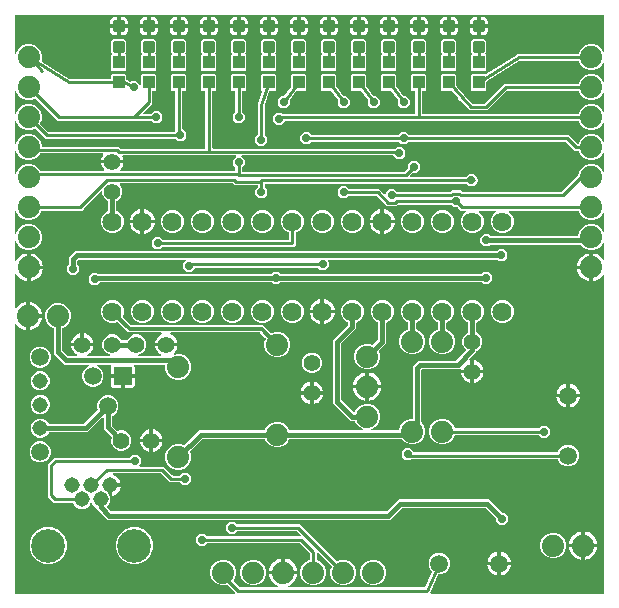
<source format=gbr>
G04 EAGLE Gerber X2 export*
%TF.Part,Single*%
%TF.FileFunction,Copper,L1,Top,Mixed*%
%TF.FilePolarity,Positive*%
%TF.GenerationSoftware,Autodesk,EAGLE,8.7.1*%
%TF.CreationDate,2018-04-12T17:58:56Z*%
G75*
%MOMM*%
%FSLAX34Y34*%
%LPD*%
%AMOC8*
5,1,8,0,0,1.08239X$1,22.5*%
G01*
%ADD10C,1.879600*%
%ADD11C,1.625600*%
%ADD12C,1.508000*%
%ADD13C,1.408000*%
%ADD14R,1.498600X1.498600*%
%ADD15C,1.498600*%
%ADD16C,1.308000*%
%ADD17C,2.850000*%
%ADD18R,1.000000X1.100000*%
%ADD19C,0.300000*%
%ADD20C,0.254000*%
%ADD21C,0.304800*%
%ADD22C,0.711200*%
%ADD23C,0.406400*%

G36*
X618713Y155663D02*
X618713Y155663D01*
X618785Y155665D01*
X618834Y155683D01*
X618885Y155692D01*
X618949Y155725D01*
X619016Y155750D01*
X619057Y155782D01*
X619103Y155807D01*
X619152Y155859D01*
X619208Y155904D01*
X619236Y155947D01*
X619272Y155985D01*
X619302Y156050D01*
X619341Y156110D01*
X619354Y156161D01*
X619376Y156208D01*
X619384Y156279D01*
X619401Y156349D01*
X619397Y156401D01*
X619403Y156453D01*
X619388Y156523D01*
X619382Y156594D01*
X619362Y156642D01*
X619351Y156693D01*
X619314Y156755D01*
X619286Y156821D01*
X619241Y156876D01*
X619224Y156904D01*
X619207Y156919D01*
X619181Y156951D01*
X618876Y157257D01*
X613322Y162810D01*
X613228Y162878D01*
X613134Y162948D01*
X613128Y162950D01*
X613123Y162954D01*
X613012Y162988D01*
X612900Y163024D01*
X612894Y163024D01*
X612888Y163026D01*
X612771Y163023D01*
X612654Y163022D01*
X612647Y163020D01*
X612642Y163020D01*
X612624Y163013D01*
X612493Y162975D01*
X611366Y162508D01*
X607021Y162508D01*
X603006Y164171D01*
X599934Y167244D01*
X598271Y171259D01*
X598271Y175604D01*
X599934Y179618D01*
X603006Y182691D01*
X607021Y184354D01*
X611366Y184354D01*
X615381Y182691D01*
X618453Y179618D01*
X620116Y175604D01*
X620116Y171259D01*
X618453Y167244D01*
X618162Y166952D01*
X618150Y166936D01*
X618134Y166923D01*
X618078Y166836D01*
X618018Y166752D01*
X618012Y166733D01*
X618001Y166717D01*
X617976Y166616D01*
X617946Y166517D01*
X617946Y166497D01*
X617941Y166478D01*
X617949Y166375D01*
X617952Y166271D01*
X617959Y166253D01*
X617960Y166233D01*
X618001Y166138D01*
X618036Y166040D01*
X618049Y166025D01*
X618057Y166007D01*
X618162Y165876D01*
X622828Y161209D01*
X622902Y161156D01*
X622972Y161096D01*
X623002Y161084D01*
X623028Y161065D01*
X623115Y161039D01*
X623200Y161004D01*
X623241Y161000D01*
X623263Y160993D01*
X623295Y160994D01*
X623367Y160986D01*
X654951Y160986D01*
X655018Y160997D01*
X655085Y160998D01*
X655138Y161017D01*
X655193Y161026D01*
X655253Y161057D01*
X655317Y161080D01*
X655361Y161115D01*
X655411Y161141D01*
X655457Y161190D01*
X655511Y161232D01*
X655542Y161278D01*
X655580Y161319D01*
X655609Y161381D01*
X655646Y161437D01*
X655660Y161491D01*
X655684Y161542D01*
X655691Y161609D01*
X655709Y161675D01*
X655705Y161731D01*
X655711Y161787D01*
X655696Y161853D01*
X655692Y161921D01*
X655671Y161972D01*
X655659Y162027D01*
X655624Y162085D01*
X655598Y162148D01*
X655561Y162190D01*
X655532Y162238D01*
X655481Y162282D01*
X655436Y162333D01*
X655371Y162377D01*
X655346Y162398D01*
X655326Y162406D01*
X655296Y162425D01*
X653736Y163220D01*
X652216Y164325D01*
X650887Y165654D01*
X649783Y167174D01*
X648930Y168848D01*
X648349Y170636D01*
X648147Y171908D01*
X659231Y171908D01*
X659251Y171911D01*
X659271Y171909D01*
X659372Y171931D01*
X659474Y171948D01*
X659492Y171957D01*
X659511Y171961D01*
X659600Y172014D01*
X659692Y172063D01*
X659705Y172077D01*
X659722Y172087D01*
X659790Y172166D01*
X659861Y172241D01*
X659869Y172259D01*
X659882Y172274D01*
X659921Y172371D01*
X659965Y172464D01*
X659967Y172484D01*
X659974Y172502D01*
X659993Y172669D01*
X659993Y173432D01*
X659994Y173432D01*
X659994Y172669D01*
X659998Y172650D01*
X659996Y172630D01*
X660018Y172528D01*
X660034Y172426D01*
X660044Y172409D01*
X660048Y172389D01*
X660101Y172300D01*
X660149Y172209D01*
X660164Y172195D01*
X660174Y172178D01*
X660253Y172111D01*
X660328Y172040D01*
X660346Y172031D01*
X660361Y172018D01*
X660457Y171980D01*
X660551Y171936D01*
X660570Y171934D01*
X660589Y171926D01*
X660756Y171908D01*
X671840Y171908D01*
X671638Y170636D01*
X671058Y168848D01*
X670205Y167174D01*
X669100Y165654D01*
X667771Y164325D01*
X666251Y163220D01*
X664691Y162425D01*
X664636Y162385D01*
X664576Y162354D01*
X664538Y162313D01*
X664493Y162280D01*
X664454Y162224D01*
X664407Y162175D01*
X664383Y162124D01*
X664351Y162079D01*
X664332Y162014D01*
X664303Y161952D01*
X664297Y161897D01*
X664281Y161843D01*
X664284Y161775D01*
X664276Y161708D01*
X664288Y161653D01*
X664290Y161597D01*
X664314Y161534D01*
X664329Y161467D01*
X664357Y161419D01*
X664377Y161367D01*
X664420Y161314D01*
X664455Y161256D01*
X664497Y161220D01*
X664533Y161176D01*
X664590Y161140D01*
X664642Y161096D01*
X664694Y161075D01*
X664741Y161046D01*
X664807Y161030D01*
X664870Y161004D01*
X664948Y160996D01*
X664980Y160988D01*
X665001Y160990D01*
X665037Y160986D01*
X779603Y160986D01*
X779708Y161003D01*
X779815Y161016D01*
X779830Y161023D01*
X779845Y161026D01*
X779940Y161076D01*
X780037Y161122D01*
X780049Y161133D01*
X780063Y161141D01*
X780137Y161218D01*
X780214Y161293D01*
X780224Y161310D01*
X780232Y161319D01*
X780245Y161347D01*
X780298Y161438D01*
X785799Y173816D01*
X785800Y173819D01*
X785802Y173822D01*
X785832Y173939D01*
X785862Y174054D01*
X785862Y174057D01*
X785862Y174061D01*
X785853Y174179D01*
X785845Y174299D01*
X785844Y174302D01*
X785843Y174306D01*
X785797Y174414D01*
X785751Y174526D01*
X785748Y174529D01*
X785747Y174532D01*
X785642Y174663D01*
X784389Y175916D01*
X783009Y179248D01*
X783009Y182854D01*
X784389Y186186D01*
X786939Y188736D01*
X790271Y190116D01*
X793877Y190116D01*
X797208Y188736D01*
X799758Y186186D01*
X801138Y182854D01*
X801138Y179248D01*
X799758Y175916D01*
X797208Y173366D01*
X793877Y171986D01*
X791598Y171986D01*
X791492Y171969D01*
X791386Y171956D01*
X791371Y171949D01*
X791355Y171947D01*
X791260Y171897D01*
X791163Y171850D01*
X791152Y171839D01*
X791138Y171832D01*
X791064Y171754D01*
X790987Y171679D01*
X790977Y171662D01*
X790968Y171653D01*
X790956Y171626D01*
X790902Y171534D01*
X784774Y157746D01*
X784755Y157673D01*
X784727Y157603D01*
X784720Y157538D01*
X784712Y157508D01*
X784713Y157482D01*
X784708Y157437D01*
X784708Y157034D01*
X784626Y156951D01*
X784584Y156893D01*
X784535Y156841D01*
X784513Y156794D01*
X784483Y156752D01*
X784462Y156683D01*
X784431Y156618D01*
X784426Y156566D01*
X784410Y156517D01*
X784412Y156445D01*
X784404Y156374D01*
X784415Y156323D01*
X784417Y156271D01*
X784441Y156204D01*
X784457Y156133D01*
X784483Y156089D01*
X784501Y156040D01*
X784546Y155984D01*
X784583Y155922D01*
X784622Y155888D01*
X784655Y155848D01*
X784715Y155809D01*
X784770Y155762D01*
X784818Y155743D01*
X784862Y155715D01*
X784931Y155697D01*
X784998Y155670D01*
X785069Y155662D01*
X785100Y155655D01*
X785124Y155656D01*
X785164Y155652D01*
X931164Y155652D01*
X931184Y155655D01*
X931203Y155653D01*
X931305Y155675D01*
X931407Y155692D01*
X931424Y155701D01*
X931444Y155705D01*
X931533Y155758D01*
X931624Y155807D01*
X931638Y155821D01*
X931655Y155831D01*
X931722Y155910D01*
X931794Y155985D01*
X931802Y156003D01*
X931815Y156018D01*
X931854Y156115D01*
X931897Y156208D01*
X931899Y156228D01*
X931907Y156246D01*
X931925Y156413D01*
X931925Y424527D01*
X931924Y424535D01*
X931925Y424543D01*
X931904Y424657D01*
X931886Y424770D01*
X931882Y424777D01*
X931880Y424785D01*
X931824Y424886D01*
X931770Y424987D01*
X931765Y424993D01*
X931761Y425000D01*
X931675Y425078D01*
X931592Y425157D01*
X931585Y425160D01*
X931579Y425165D01*
X931473Y425212D01*
X931369Y425260D01*
X931361Y425261D01*
X931354Y425264D01*
X931239Y425275D01*
X931125Y425287D01*
X931117Y425286D01*
X931109Y425286D01*
X930997Y425260D01*
X930884Y425235D01*
X930877Y425231D01*
X930870Y425229D01*
X930772Y425168D01*
X930673Y425109D01*
X930668Y425103D01*
X930661Y425099D01*
X930548Y424975D01*
X929856Y424022D01*
X928528Y422694D01*
X927007Y421589D01*
X925333Y420736D01*
X923546Y420155D01*
X922273Y419954D01*
X922273Y431038D01*
X922270Y431058D01*
X922272Y431077D01*
X922250Y431179D01*
X922233Y431281D01*
X922224Y431298D01*
X922220Y431318D01*
X922167Y431407D01*
X922118Y431498D01*
X922104Y431512D01*
X922094Y431529D01*
X922015Y431596D01*
X921940Y431667D01*
X921922Y431676D01*
X921907Y431689D01*
X921811Y431727D01*
X921717Y431771D01*
X921697Y431773D01*
X921679Y431781D01*
X921512Y431799D01*
X920749Y431799D01*
X920749Y431801D01*
X921512Y431801D01*
X921532Y431804D01*
X921551Y431802D01*
X921653Y431824D01*
X921755Y431841D01*
X921772Y431850D01*
X921792Y431854D01*
X921881Y431907D01*
X921972Y431956D01*
X921986Y431970D01*
X922003Y431980D01*
X922070Y432059D01*
X922141Y432134D01*
X922150Y432152D01*
X922163Y432167D01*
X922202Y432263D01*
X922245Y432357D01*
X922247Y432377D01*
X922255Y432395D01*
X922273Y432562D01*
X922273Y443646D01*
X923546Y443445D01*
X925333Y442864D01*
X927007Y442011D01*
X928528Y440906D01*
X929856Y439578D01*
X930548Y438625D01*
X930554Y438620D01*
X930558Y438613D01*
X930641Y438534D01*
X930723Y438452D01*
X930730Y438449D01*
X930736Y438443D01*
X930840Y438395D01*
X930944Y438344D01*
X930952Y438343D01*
X930959Y438340D01*
X931073Y438327D01*
X931188Y438312D01*
X931196Y438313D01*
X931203Y438313D01*
X931316Y438337D01*
X931429Y438359D01*
X931436Y438363D01*
X931444Y438365D01*
X931542Y438424D01*
X931643Y438481D01*
X931648Y438487D01*
X931655Y438491D01*
X931730Y438579D01*
X931807Y438665D01*
X931810Y438672D01*
X931815Y438678D01*
X931858Y438785D01*
X931903Y438891D01*
X931904Y438899D01*
X931907Y438906D01*
X931925Y439073D01*
X931925Y451810D01*
X931924Y451817D01*
X931924Y451818D01*
X931923Y451822D01*
X931910Y451906D01*
X931900Y452003D01*
X931890Y452027D01*
X931886Y452053D01*
X931840Y452139D01*
X931800Y452228D01*
X931783Y452247D01*
X931770Y452270D01*
X931700Y452337D01*
X931634Y452409D01*
X931611Y452421D01*
X931592Y452439D01*
X931504Y452480D01*
X931418Y452527D01*
X931393Y452532D01*
X931369Y452543D01*
X931272Y452554D01*
X931176Y452571D01*
X931150Y452567D01*
X931125Y452570D01*
X931029Y452550D01*
X930933Y452535D01*
X930910Y452524D01*
X930884Y452518D01*
X930801Y452468D01*
X930714Y452424D01*
X930695Y452405D01*
X930673Y452392D01*
X930610Y452318D01*
X930542Y452248D01*
X930526Y452220D01*
X930513Y452205D01*
X930501Y452174D01*
X930461Y452101D01*
X930010Y451013D01*
X926937Y447940D01*
X922923Y446277D01*
X918577Y446277D01*
X914563Y447940D01*
X911623Y450880D01*
X911549Y450933D01*
X911479Y450993D01*
X911449Y451005D01*
X911423Y451024D01*
X911336Y451051D01*
X911251Y451085D01*
X911210Y451089D01*
X911188Y451096D01*
X911156Y451095D01*
X911084Y451103D01*
X835794Y451103D01*
X835704Y451089D01*
X835613Y451081D01*
X835583Y451069D01*
X835551Y451064D01*
X835470Y451021D01*
X835387Y450985D01*
X835354Y450959D01*
X835334Y450948D01*
X835312Y450925D01*
X835256Y450880D01*
X833955Y449579D01*
X829745Y449579D01*
X826769Y452555D01*
X826769Y456765D01*
X829745Y459741D01*
X833955Y459741D01*
X835256Y458440D01*
X835329Y458387D01*
X835399Y458327D01*
X835429Y458315D01*
X835455Y458296D01*
X835542Y458269D01*
X835627Y458235D01*
X835668Y458231D01*
X835690Y458224D01*
X835723Y458225D01*
X835794Y458217D01*
X909066Y458217D01*
X909086Y458220D01*
X909105Y458218D01*
X909207Y458240D01*
X909309Y458256D01*
X909326Y458266D01*
X909346Y458270D01*
X909435Y458323D01*
X909526Y458372D01*
X909540Y458386D01*
X909557Y458396D01*
X909624Y458475D01*
X909696Y458550D01*
X909704Y458568D01*
X909717Y458583D01*
X909756Y458679D01*
X909799Y458773D01*
X909801Y458793D01*
X909809Y458811D01*
X909827Y458978D01*
X909827Y459373D01*
X911490Y463387D01*
X914563Y466460D01*
X918577Y468123D01*
X922923Y468123D01*
X926937Y466460D01*
X930010Y463387D01*
X930461Y462299D01*
X930512Y462216D01*
X930558Y462130D01*
X930576Y462112D01*
X930590Y462090D01*
X930666Y462027D01*
X930736Y461961D01*
X930760Y461950D01*
X930780Y461933D01*
X930871Y461898D01*
X930959Y461857D01*
X930985Y461854D01*
X931009Y461845D01*
X931107Y461841D01*
X931203Y461830D01*
X931229Y461835D01*
X931255Y461834D01*
X931349Y461861D01*
X931444Y461882D01*
X931466Y461895D01*
X931491Y461903D01*
X931571Y461958D01*
X931655Y462008D01*
X931672Y462028D01*
X931693Y462043D01*
X931752Y462121D01*
X931815Y462195D01*
X931825Y462219D01*
X931840Y462240D01*
X931870Y462333D01*
X931907Y462423D01*
X931910Y462456D01*
X931916Y462474D01*
X931916Y462507D01*
X931925Y462590D01*
X931925Y477210D01*
X931910Y477306D01*
X931900Y477403D01*
X931890Y477427D01*
X931886Y477453D01*
X931840Y477539D01*
X931800Y477628D01*
X931783Y477647D01*
X931770Y477670D01*
X931700Y477737D01*
X931634Y477809D01*
X931611Y477821D01*
X931592Y477839D01*
X931504Y477880D01*
X931418Y477927D01*
X931393Y477932D01*
X931369Y477943D01*
X931272Y477954D01*
X931176Y477971D01*
X931150Y477967D01*
X931125Y477970D01*
X931029Y477950D01*
X930933Y477935D01*
X930910Y477924D01*
X930884Y477918D01*
X930801Y477868D01*
X930714Y477824D01*
X930695Y477805D01*
X930673Y477792D01*
X930610Y477718D01*
X930542Y477648D01*
X930526Y477620D01*
X930513Y477605D01*
X930501Y477574D01*
X930461Y477501D01*
X930010Y476413D01*
X926937Y473340D01*
X922923Y471677D01*
X918577Y471677D01*
X914563Y473340D01*
X911490Y476413D01*
X910280Y479335D01*
X910219Y479434D01*
X910158Y479535D01*
X910153Y479539D01*
X910150Y479544D01*
X910060Y479619D01*
X909971Y479695D01*
X909965Y479697D01*
X909961Y479701D01*
X909852Y479743D01*
X909743Y479787D01*
X909735Y479788D01*
X909731Y479789D01*
X909713Y479790D01*
X909576Y479805D01*
X851708Y479805D01*
X851638Y479794D01*
X851566Y479792D01*
X851517Y479774D01*
X851466Y479766D01*
X851402Y479732D01*
X851335Y479707D01*
X851294Y479675D01*
X851248Y479650D01*
X851199Y479598D01*
X851143Y479554D01*
X851115Y479510D01*
X851079Y479472D01*
X851049Y479407D01*
X851010Y479347D01*
X850997Y479296D01*
X850975Y479249D01*
X850967Y479178D01*
X850950Y479108D01*
X850954Y479056D01*
X850948Y479005D01*
X850963Y478934D01*
X850969Y478863D01*
X850989Y478815D01*
X851000Y478764D01*
X851037Y478703D01*
X851065Y478637D01*
X851110Y478581D01*
X851127Y478553D01*
X851144Y478538D01*
X851170Y478506D01*
X853597Y476079D01*
X855066Y472531D01*
X855066Y468691D01*
X853597Y465143D01*
X850881Y462428D01*
X847334Y460958D01*
X843494Y460958D01*
X839946Y462428D01*
X837230Y465143D01*
X835761Y468691D01*
X835761Y472531D01*
X837230Y476079D01*
X839657Y478506D01*
X839699Y478564D01*
X839748Y478616D01*
X839770Y478663D01*
X839801Y478705D01*
X839822Y478774D01*
X839852Y478839D01*
X839858Y478891D01*
X839873Y478941D01*
X839871Y479012D01*
X839879Y479083D01*
X839868Y479134D01*
X839867Y479186D01*
X839842Y479254D01*
X839827Y479324D01*
X839800Y479369D01*
X839782Y479417D01*
X839737Y479473D01*
X839701Y479535D01*
X839661Y479569D01*
X839629Y479609D01*
X839568Y479648D01*
X839514Y479695D01*
X839465Y479714D01*
X839422Y479742D01*
X839352Y479760D01*
X839286Y479787D01*
X839214Y479795D01*
X839183Y479803D01*
X839160Y479801D01*
X839119Y479805D01*
X826308Y479805D01*
X826238Y479794D01*
X826166Y479792D01*
X826117Y479774D01*
X826066Y479766D01*
X826002Y479732D01*
X825935Y479707D01*
X825894Y479675D01*
X825848Y479650D01*
X825799Y479598D01*
X825743Y479554D01*
X825715Y479510D01*
X825679Y479472D01*
X825649Y479407D01*
X825610Y479347D01*
X825597Y479296D01*
X825575Y479249D01*
X825567Y479178D01*
X825550Y479108D01*
X825554Y479056D01*
X825548Y479005D01*
X825563Y478934D01*
X825569Y478863D01*
X825589Y478815D01*
X825600Y478764D01*
X825637Y478703D01*
X825665Y478637D01*
X825710Y478581D01*
X825727Y478553D01*
X825744Y478538D01*
X825770Y478506D01*
X828197Y476079D01*
X829666Y472531D01*
X829666Y468691D01*
X828197Y465143D01*
X825481Y462428D01*
X821934Y460958D01*
X818094Y460958D01*
X814546Y462428D01*
X811830Y465143D01*
X810361Y468691D01*
X810361Y472531D01*
X811830Y476079D01*
X814257Y478506D01*
X814299Y478564D01*
X814348Y478616D01*
X814370Y478663D01*
X814401Y478705D01*
X814422Y478774D01*
X814452Y478839D01*
X814458Y478891D01*
X814473Y478941D01*
X814471Y479012D01*
X814479Y479083D01*
X814468Y479134D01*
X814467Y479186D01*
X814442Y479254D01*
X814427Y479324D01*
X814400Y479369D01*
X814382Y479417D01*
X814337Y479473D01*
X814301Y479535D01*
X814261Y479569D01*
X814229Y479609D01*
X814168Y479648D01*
X814114Y479695D01*
X814065Y479714D01*
X814022Y479742D01*
X813952Y479760D01*
X813886Y479787D01*
X813814Y479795D01*
X813783Y479803D01*
X813760Y479801D01*
X813719Y479805D01*
X810372Y479805D01*
X807801Y482376D01*
X807727Y482429D01*
X807658Y482489D01*
X807628Y482501D01*
X807602Y482520D01*
X807515Y482547D01*
X807430Y482581D01*
X807389Y482585D01*
X807367Y482592D01*
X807334Y482591D01*
X807263Y482599D01*
X804345Y482599D01*
X802282Y484662D01*
X802208Y484715D01*
X802139Y484775D01*
X802109Y484787D01*
X802083Y484806D01*
X801996Y484833D01*
X801911Y484867D01*
X801870Y484871D01*
X801848Y484878D01*
X801815Y484877D01*
X801744Y484885D01*
X757572Y484885D01*
X757482Y484871D01*
X757391Y484863D01*
X757362Y484851D01*
X757330Y484846D01*
X757249Y484803D01*
X757165Y484767D01*
X757133Y484741D01*
X757112Y484730D01*
X757090Y484707D01*
X757034Y484662D01*
X755733Y483361D01*
X747947Y483361D01*
X739026Y492282D01*
X738952Y492335D01*
X738882Y492395D01*
X738852Y492407D01*
X738826Y492426D01*
X738739Y492453D01*
X738654Y492487D01*
X738613Y492491D01*
X738591Y492498D01*
X738559Y492497D01*
X738488Y492505D01*
X715906Y492505D01*
X715816Y492491D01*
X715725Y492483D01*
X715695Y492471D01*
X715663Y492466D01*
X715582Y492423D01*
X715499Y492387D01*
X715466Y492361D01*
X715446Y492350D01*
X715424Y492327D01*
X715368Y492282D01*
X713305Y490219D01*
X709095Y490219D01*
X706119Y493195D01*
X706119Y497405D01*
X709095Y500381D01*
X713305Y500381D01*
X715368Y498318D01*
X715441Y498265D01*
X715511Y498205D01*
X715541Y498193D01*
X715567Y498174D01*
X715654Y498147D01*
X715739Y498113D01*
X715780Y498109D01*
X715802Y498102D01*
X715835Y498103D01*
X715906Y498095D01*
X741118Y498095D01*
X745460Y493753D01*
X745518Y493711D01*
X745570Y493662D01*
X745617Y493640D01*
X745659Y493610D01*
X745728Y493588D01*
X745793Y493558D01*
X745845Y493553D01*
X745895Y493537D01*
X745966Y493539D01*
X746037Y493531D01*
X746088Y493542D01*
X746140Y493544D01*
X746208Y493568D01*
X746278Y493583D01*
X746323Y493610D01*
X746371Y493628D01*
X746427Y493673D01*
X746489Y493710D01*
X746523Y493749D01*
X746563Y493782D01*
X746602Y493842D01*
X746649Y493897D01*
X746668Y493945D01*
X746696Y493989D01*
X746714Y494058D01*
X746741Y494125D01*
X746749Y494196D01*
X746757Y494227D01*
X746755Y494250D01*
X746759Y494291D01*
X746759Y494865D01*
X749735Y497841D01*
X753945Y497841D01*
X756008Y495778D01*
X756081Y495725D01*
X756151Y495665D01*
X756181Y495653D01*
X756207Y495634D01*
X756294Y495607D01*
X756379Y495573D01*
X756420Y495569D01*
X756442Y495562D01*
X756475Y495563D01*
X756546Y495555D01*
X800718Y495555D01*
X800808Y495569D01*
X800899Y495577D01*
X800928Y495589D01*
X800960Y495594D01*
X801041Y495637D01*
X801125Y495673D01*
X801157Y495699D01*
X801178Y495710D01*
X801200Y495733D01*
X801256Y495778D01*
X802557Y497079D01*
X810343Y497079D01*
X811644Y495778D01*
X811718Y495725D01*
X811788Y495665D01*
X811818Y495653D01*
X811844Y495634D01*
X811931Y495607D01*
X812016Y495573D01*
X812057Y495569D01*
X812079Y495562D01*
X812111Y495563D01*
X812182Y495555D01*
X895147Y495555D01*
X895237Y495569D01*
X895328Y495577D01*
X895358Y495589D01*
X895390Y495594D01*
X895470Y495637D01*
X895554Y495673D01*
X895586Y495699D01*
X895607Y495710D01*
X895629Y495733D01*
X895685Y495778D01*
X909604Y509697D01*
X909657Y509771D01*
X909717Y509840D01*
X909729Y509870D01*
X909748Y509896D01*
X909775Y509983D01*
X909809Y510068D01*
X909813Y510109D01*
X909820Y510131D01*
X909820Y510154D01*
X911490Y514187D01*
X914563Y517260D01*
X918577Y518923D01*
X922923Y518923D01*
X926937Y517260D01*
X930010Y514187D01*
X930461Y513099D01*
X930512Y513016D01*
X930558Y512930D01*
X930576Y512912D01*
X930590Y512890D01*
X930666Y512827D01*
X930736Y512761D01*
X930760Y512750D01*
X930780Y512733D01*
X930871Y512698D01*
X930959Y512657D01*
X930985Y512654D01*
X931009Y512645D01*
X931107Y512641D01*
X931203Y512630D01*
X931229Y512635D01*
X931255Y512634D01*
X931349Y512661D01*
X931444Y512682D01*
X931466Y512695D01*
X931491Y512703D01*
X931571Y512758D01*
X931655Y512808D01*
X931672Y512828D01*
X931693Y512843D01*
X931752Y512921D01*
X931815Y512995D01*
X931825Y513019D01*
X931840Y513040D01*
X931870Y513133D01*
X931907Y513223D01*
X931910Y513256D01*
X931916Y513274D01*
X931916Y513307D01*
X931925Y513390D01*
X931925Y528010D01*
X931910Y528106D01*
X931900Y528203D01*
X931890Y528227D01*
X931886Y528253D01*
X931840Y528339D01*
X931800Y528428D01*
X931783Y528447D01*
X931770Y528470D01*
X931700Y528537D01*
X931634Y528609D01*
X931611Y528621D01*
X931592Y528639D01*
X931504Y528680D01*
X931418Y528727D01*
X931393Y528732D01*
X931369Y528743D01*
X931272Y528754D01*
X931176Y528771D01*
X931150Y528767D01*
X931125Y528770D01*
X931029Y528750D01*
X930933Y528735D01*
X930910Y528724D01*
X930884Y528718D01*
X930801Y528668D01*
X930714Y528624D01*
X930695Y528605D01*
X930673Y528592D01*
X930610Y528518D01*
X930542Y528448D01*
X930526Y528420D01*
X930513Y528405D01*
X930501Y528374D01*
X930461Y528301D01*
X930010Y527213D01*
X926937Y524140D01*
X922923Y522477D01*
X918577Y522477D01*
X914563Y524140D01*
X911490Y527213D01*
X910280Y530135D01*
X910219Y530234D01*
X910158Y530335D01*
X910153Y530339D01*
X910150Y530344D01*
X910060Y530419D01*
X909971Y530495D01*
X909965Y530497D01*
X909961Y530501D01*
X909852Y530543D01*
X909743Y530587D01*
X909735Y530588D01*
X909731Y530589D01*
X909713Y530590D01*
X909576Y530605D01*
X906892Y530605D01*
X899495Y538002D01*
X899421Y538055D01*
X899352Y538115D01*
X899322Y538127D01*
X899296Y538146D01*
X899209Y538173D01*
X899124Y538207D01*
X899083Y538211D01*
X899061Y538218D01*
X899028Y538217D01*
X898957Y538225D01*
X766706Y538225D01*
X766616Y538211D01*
X766525Y538203D01*
X766495Y538191D01*
X766463Y538186D01*
X766382Y538143D01*
X766299Y538107D01*
X766266Y538081D01*
X766246Y538070D01*
X766224Y538047D01*
X766168Y538002D01*
X764105Y535939D01*
X759895Y535939D01*
X757832Y538002D01*
X757759Y538055D01*
X757689Y538115D01*
X757659Y538127D01*
X757633Y538146D01*
X757546Y538173D01*
X757461Y538207D01*
X757420Y538211D01*
X757398Y538218D01*
X757365Y538217D01*
X757294Y538225D01*
X684156Y538225D01*
X684066Y538211D01*
X683975Y538203D01*
X683945Y538191D01*
X683913Y538186D01*
X683832Y538143D01*
X683749Y538107D01*
X683716Y538081D01*
X683696Y538070D01*
X683674Y538047D01*
X683618Y538002D01*
X681555Y535939D01*
X677345Y535939D01*
X674369Y538915D01*
X674369Y543125D01*
X677345Y546101D01*
X681555Y546101D01*
X683618Y544038D01*
X683691Y543985D01*
X683761Y543925D01*
X683791Y543913D01*
X683817Y543894D01*
X683904Y543867D01*
X683989Y543833D01*
X684030Y543829D01*
X684052Y543822D01*
X684085Y543823D01*
X684156Y543815D01*
X757294Y543815D01*
X757384Y543829D01*
X757475Y543837D01*
X757505Y543849D01*
X757537Y543854D01*
X757618Y543897D01*
X757701Y543933D01*
X757734Y543959D01*
X757754Y543970D01*
X757776Y543993D01*
X757832Y544038D01*
X759895Y546101D01*
X764105Y546101D01*
X766168Y544038D01*
X766241Y543985D01*
X766311Y543925D01*
X766341Y543913D01*
X766367Y543894D01*
X766454Y543867D01*
X766539Y543833D01*
X766580Y543829D01*
X766602Y543822D01*
X766635Y543823D01*
X766706Y543815D01*
X901588Y543815D01*
X908985Y536418D01*
X909059Y536365D01*
X909128Y536305D01*
X909158Y536293D01*
X909184Y536274D01*
X909271Y536247D01*
X909356Y536213D01*
X909397Y536209D01*
X909419Y536202D01*
X909452Y536203D01*
X909523Y536195D01*
X909576Y536195D01*
X909657Y536208D01*
X909665Y536208D01*
X909671Y536210D01*
X909691Y536214D01*
X909807Y536231D01*
X909813Y536233D01*
X909819Y536234D01*
X909922Y536289D01*
X910026Y536342D01*
X910031Y536347D01*
X910036Y536350D01*
X910116Y536434D01*
X910199Y536518D01*
X910202Y536524D01*
X910206Y536528D01*
X910214Y536545D01*
X910280Y536665D01*
X911490Y539587D01*
X914563Y542660D01*
X918577Y544323D01*
X922923Y544323D01*
X926937Y542660D01*
X930010Y539587D01*
X930461Y538499D01*
X930512Y538416D01*
X930558Y538330D01*
X930576Y538312D01*
X930590Y538290D01*
X930666Y538227D01*
X930736Y538161D01*
X930760Y538150D01*
X930780Y538133D01*
X930871Y538098D01*
X930959Y538057D01*
X930985Y538054D01*
X931009Y538045D01*
X931107Y538041D01*
X931203Y538030D01*
X931229Y538035D01*
X931255Y538034D01*
X931349Y538061D01*
X931444Y538082D01*
X931466Y538095D01*
X931491Y538103D01*
X931571Y538158D01*
X931655Y538208D01*
X931672Y538228D01*
X931693Y538243D01*
X931752Y538321D01*
X931815Y538395D01*
X931825Y538419D01*
X931840Y538440D01*
X931870Y538533D01*
X931907Y538623D01*
X931910Y538656D01*
X931916Y538674D01*
X931916Y538707D01*
X931925Y538790D01*
X931925Y553410D01*
X931910Y553506D01*
X931900Y553603D01*
X931890Y553627D01*
X931886Y553653D01*
X931840Y553739D01*
X931800Y553828D01*
X931783Y553847D01*
X931770Y553870D01*
X931700Y553937D01*
X931634Y554009D01*
X931611Y554021D01*
X931592Y554039D01*
X931504Y554080D01*
X931418Y554127D01*
X931393Y554132D01*
X931369Y554143D01*
X931272Y554154D01*
X931176Y554171D01*
X931150Y554167D01*
X931125Y554170D01*
X931029Y554150D01*
X930933Y554135D01*
X930910Y554124D01*
X930884Y554118D01*
X930801Y554068D01*
X930714Y554024D01*
X930695Y554005D01*
X930673Y553992D01*
X930610Y553918D01*
X930542Y553848D01*
X930526Y553820D01*
X930513Y553805D01*
X930501Y553774D01*
X930461Y553701D01*
X930010Y552613D01*
X926937Y549540D01*
X922923Y547877D01*
X918577Y547877D01*
X914563Y549540D01*
X911490Y552613D01*
X910280Y555535D01*
X910218Y555635D01*
X910158Y555735D01*
X910153Y555739D01*
X910150Y555744D01*
X910060Y555819D01*
X909971Y555895D01*
X909965Y555897D01*
X909961Y555901D01*
X909852Y555943D01*
X909743Y555987D01*
X909735Y555988D01*
X909731Y555989D01*
X909713Y555990D01*
X909576Y556005D01*
X662432Y556005D01*
X662412Y556002D01*
X662393Y556004D01*
X662291Y555982D01*
X662189Y555966D01*
X662172Y555956D01*
X662152Y555952D01*
X662063Y555899D01*
X661972Y555850D01*
X661958Y555836D01*
X661941Y555826D01*
X661874Y555747D01*
X661802Y555672D01*
X661794Y555654D01*
X661781Y555639D01*
X661742Y555543D01*
X661703Y555458D01*
X658695Y552449D01*
X654485Y552449D01*
X651509Y555425D01*
X651509Y559635D01*
X654485Y562611D01*
X658695Y562611D01*
X659488Y561818D01*
X659561Y561765D01*
X659631Y561705D01*
X659661Y561693D01*
X659687Y561674D01*
X659774Y561647D01*
X659859Y561613D01*
X659900Y561609D01*
X659922Y561602D01*
X659955Y561603D01*
X660026Y561595D01*
X771144Y561595D01*
X771164Y561598D01*
X771183Y561596D01*
X771285Y561618D01*
X771387Y561634D01*
X771404Y561644D01*
X771424Y561648D01*
X771513Y561701D01*
X771604Y561750D01*
X771618Y561764D01*
X771635Y561774D01*
X771702Y561853D01*
X771774Y561928D01*
X771782Y561946D01*
X771795Y561961D01*
X771834Y562057D01*
X771877Y562151D01*
X771879Y562171D01*
X771887Y562189D01*
X771905Y562356D01*
X771905Y580614D01*
X771902Y580634D01*
X771904Y580653D01*
X771882Y580755D01*
X771866Y580857D01*
X771856Y580874D01*
X771852Y580894D01*
X771799Y580983D01*
X771750Y581074D01*
X771736Y581088D01*
X771726Y581105D01*
X771647Y581172D01*
X771572Y581244D01*
X771554Y581252D01*
X771539Y581265D01*
X771443Y581304D01*
X771349Y581347D01*
X771329Y581349D01*
X771311Y581357D01*
X771144Y581375D01*
X769068Y581375D01*
X768175Y582268D01*
X768175Y594532D01*
X769068Y595425D01*
X780332Y595425D01*
X781225Y594532D01*
X781225Y582268D01*
X780332Y581375D01*
X778256Y581375D01*
X778236Y581372D01*
X778217Y581374D01*
X778115Y581352D01*
X778013Y581336D01*
X777996Y581326D01*
X777976Y581322D01*
X777887Y581269D01*
X777796Y581220D01*
X777782Y581206D01*
X777765Y581196D01*
X777698Y581117D01*
X777626Y581042D01*
X777618Y581024D01*
X777605Y581009D01*
X777566Y580913D01*
X777523Y580819D01*
X777521Y580799D01*
X777513Y580781D01*
X777495Y580614D01*
X777495Y562356D01*
X777498Y562336D01*
X777496Y562317D01*
X777518Y562215D01*
X777534Y562113D01*
X777544Y562096D01*
X777548Y562076D01*
X777601Y561987D01*
X777650Y561896D01*
X777664Y561882D01*
X777674Y561865D01*
X777753Y561798D01*
X777828Y561726D01*
X777846Y561718D01*
X777861Y561705D01*
X777957Y561666D01*
X778051Y561623D01*
X778071Y561621D01*
X778089Y561613D01*
X778256Y561595D01*
X909576Y561595D01*
X909691Y561614D01*
X909807Y561631D01*
X909813Y561633D01*
X909819Y561634D01*
X909922Y561689D01*
X910026Y561742D01*
X910031Y561747D01*
X910036Y561750D01*
X910116Y561834D01*
X910199Y561918D01*
X910202Y561924D01*
X910206Y561928D01*
X910214Y561945D01*
X910280Y562065D01*
X911490Y564987D01*
X914563Y568060D01*
X918577Y569723D01*
X922923Y569723D01*
X926937Y568060D01*
X930010Y564987D01*
X930461Y563899D01*
X930512Y563816D01*
X930558Y563730D01*
X930576Y563712D01*
X930590Y563690D01*
X930666Y563627D01*
X930736Y563561D01*
X930760Y563550D01*
X930780Y563533D01*
X930871Y563498D01*
X930959Y563457D01*
X930985Y563454D01*
X931009Y563445D01*
X931107Y563441D01*
X931203Y563430D01*
X931229Y563435D01*
X931255Y563434D01*
X931349Y563461D01*
X931444Y563482D01*
X931466Y563495D01*
X931491Y563503D01*
X931571Y563558D01*
X931655Y563608D01*
X931672Y563628D01*
X931693Y563643D01*
X931752Y563721D01*
X931815Y563795D01*
X931825Y563819D01*
X931840Y563840D01*
X931870Y563933D01*
X931907Y564023D01*
X931910Y564056D01*
X931916Y564074D01*
X931916Y564107D01*
X931925Y564190D01*
X931925Y578810D01*
X931910Y578906D01*
X931900Y579003D01*
X931890Y579027D01*
X931886Y579053D01*
X931840Y579139D01*
X931800Y579228D01*
X931783Y579247D01*
X931770Y579270D01*
X931700Y579337D01*
X931634Y579409D01*
X931611Y579421D01*
X931592Y579439D01*
X931504Y579480D01*
X931418Y579527D01*
X931393Y579532D01*
X931369Y579543D01*
X931272Y579554D01*
X931176Y579571D01*
X931150Y579567D01*
X931125Y579570D01*
X931029Y579550D01*
X930933Y579535D01*
X930910Y579524D01*
X930884Y579518D01*
X930801Y579468D01*
X930714Y579424D01*
X930695Y579405D01*
X930673Y579392D01*
X930610Y579318D01*
X930542Y579248D01*
X930526Y579220D01*
X930513Y579205D01*
X930501Y579174D01*
X930461Y579101D01*
X930010Y578013D01*
X926937Y574940D01*
X922923Y573277D01*
X918577Y573277D01*
X914563Y574940D01*
X911490Y578013D01*
X910280Y580935D01*
X910218Y581035D01*
X910158Y581135D01*
X910153Y581139D01*
X910150Y581144D01*
X910060Y581219D01*
X909971Y581295D01*
X909965Y581297D01*
X909961Y581301D01*
X909852Y581343D01*
X909743Y581387D01*
X909735Y581388D01*
X909731Y581389D01*
X909713Y581390D01*
X909576Y581405D01*
X849924Y581405D01*
X849834Y581391D01*
X849743Y581383D01*
X849713Y581371D01*
X849682Y581366D01*
X849601Y581323D01*
X849517Y581287D01*
X849485Y581261D01*
X849464Y581250D01*
X849442Y581227D01*
X849386Y581182D01*
X832815Y564611D01*
X818185Y564611D01*
X810007Y572790D01*
X809955Y572827D01*
X809910Y572871D01*
X809856Y572898D01*
X809807Y572933D01*
X809746Y572952D01*
X809714Y572968D01*
X809018Y573776D01*
X809002Y573789D01*
X808980Y573817D01*
X808222Y574574D01*
X808214Y574622D01*
X808185Y574677D01*
X808164Y574738D01*
X808115Y574810D01*
X808099Y574839D01*
X808086Y574851D01*
X808069Y574876D01*
X802694Y581111D01*
X802603Y581187D01*
X802512Y581265D01*
X802508Y581266D01*
X802505Y581269D01*
X802395Y581312D01*
X802284Y581357D01*
X802279Y581357D01*
X802276Y581359D01*
X802263Y581359D01*
X802117Y581375D01*
X794468Y581375D01*
X793575Y582268D01*
X793575Y594532D01*
X794468Y595425D01*
X805732Y595425D01*
X806625Y594532D01*
X806625Y585395D01*
X806635Y585332D01*
X806635Y585269D01*
X806655Y585211D01*
X806664Y585152D01*
X806694Y585096D01*
X806715Y585036D01*
X806764Y584963D01*
X806780Y584934D01*
X806793Y584922D01*
X806809Y584897D01*
X813079Y577625D01*
X813095Y577611D01*
X813118Y577583D01*
X820277Y570424D01*
X820351Y570371D01*
X820421Y570311D01*
X820451Y570299D01*
X820477Y570280D01*
X820564Y570253D01*
X820649Y570219D01*
X820690Y570215D01*
X820712Y570208D01*
X820744Y570209D01*
X820816Y570201D01*
X830184Y570201D01*
X830274Y570215D01*
X830365Y570223D01*
X830395Y570235D01*
X830427Y570240D01*
X830508Y570283D01*
X830592Y570319D01*
X830624Y570345D01*
X830644Y570356D01*
X830667Y570379D01*
X830723Y570424D01*
X847294Y586995D01*
X909576Y586995D01*
X909691Y587014D01*
X909807Y587031D01*
X909813Y587033D01*
X909819Y587034D01*
X909922Y587089D01*
X910026Y587142D01*
X910031Y587147D01*
X910036Y587150D01*
X910116Y587234D01*
X910199Y587318D01*
X910202Y587324D01*
X910206Y587328D01*
X910214Y587345D01*
X910280Y587465D01*
X911490Y590387D01*
X914563Y593460D01*
X918577Y595123D01*
X922923Y595123D01*
X926937Y593460D01*
X930010Y590387D01*
X930461Y589299D01*
X930512Y589216D01*
X930558Y589130D01*
X930576Y589112D01*
X930590Y589090D01*
X930666Y589027D01*
X930736Y588961D01*
X930760Y588950D01*
X930780Y588933D01*
X930871Y588898D01*
X930959Y588857D01*
X930985Y588854D01*
X931009Y588845D01*
X931107Y588841D01*
X931203Y588830D01*
X931229Y588835D01*
X931255Y588834D01*
X931349Y588861D01*
X931444Y588882D01*
X931466Y588895D01*
X931491Y588903D01*
X931571Y588958D01*
X931655Y589008D01*
X931672Y589028D01*
X931693Y589043D01*
X931752Y589121D01*
X931815Y589195D01*
X931825Y589219D01*
X931840Y589240D01*
X931870Y589333D01*
X931907Y589423D01*
X931910Y589456D01*
X931916Y589474D01*
X931916Y589507D01*
X931925Y589590D01*
X931925Y604210D01*
X931910Y604306D01*
X931900Y604403D01*
X931890Y604427D01*
X931886Y604453D01*
X931840Y604539D01*
X931800Y604628D01*
X931783Y604647D01*
X931770Y604670D01*
X931700Y604737D01*
X931634Y604809D01*
X931611Y604821D01*
X931592Y604839D01*
X931504Y604880D01*
X931418Y604927D01*
X931393Y604932D01*
X931369Y604943D01*
X931272Y604954D01*
X931176Y604971D01*
X931150Y604967D01*
X931125Y604970D01*
X931029Y604950D01*
X930933Y604935D01*
X930910Y604924D01*
X930884Y604918D01*
X930801Y604868D01*
X930714Y604824D01*
X930695Y604805D01*
X930673Y604792D01*
X930610Y604718D01*
X930542Y604648D01*
X930526Y604620D01*
X930513Y604605D01*
X930501Y604574D01*
X930461Y604501D01*
X930010Y603413D01*
X926937Y600340D01*
X922923Y598677D01*
X918577Y598677D01*
X914563Y600340D01*
X911490Y603413D01*
X910280Y606335D01*
X910218Y606435D01*
X910158Y606535D01*
X910153Y606539D01*
X910150Y606544D01*
X910060Y606619D01*
X909971Y606695D01*
X909965Y606697D01*
X909961Y606701D01*
X909852Y606743D01*
X909743Y606787D01*
X909735Y606788D01*
X909731Y606789D01*
X909713Y606790D01*
X909576Y606805D01*
X860420Y606805D01*
X860415Y606804D01*
X860410Y606805D01*
X860293Y606784D01*
X860178Y606766D01*
X860173Y606763D01*
X860168Y606762D01*
X860017Y606689D01*
X832382Y589408D01*
X832342Y589372D01*
X832295Y589344D01*
X832250Y589291D01*
X832198Y589245D01*
X832170Y589198D01*
X832135Y589157D01*
X832109Y589093D01*
X832074Y589033D01*
X832063Y588979D01*
X832043Y588929D01*
X832031Y588820D01*
X832025Y588792D01*
X832027Y588780D01*
X832025Y588762D01*
X832025Y582268D01*
X831132Y581375D01*
X819868Y581375D01*
X818975Y582268D01*
X818975Y594532D01*
X819868Y595425D01*
X831244Y595425D01*
X831249Y595426D01*
X831254Y595425D01*
X831371Y595446D01*
X831486Y595464D01*
X831491Y595467D01*
X831496Y595468D01*
X831647Y595541D01*
X857575Y611755D01*
X857577Y611756D01*
X857579Y611757D01*
X857614Y611785D01*
X857633Y611795D01*
X857654Y611818D01*
X857710Y611862D01*
X858242Y612395D01*
X858380Y612395D01*
X858385Y612396D01*
X858390Y612395D01*
X858507Y612416D01*
X858622Y612434D01*
X858627Y612437D01*
X858632Y612438D01*
X858783Y612511D01*
X858900Y612583D01*
X859634Y612414D01*
X859636Y612414D01*
X859638Y612413D01*
X859804Y612395D01*
X909576Y612395D01*
X909691Y612414D01*
X909807Y612431D01*
X909813Y612433D01*
X909819Y612434D01*
X909922Y612489D01*
X910026Y612542D01*
X910031Y612547D01*
X910036Y612550D01*
X910116Y612634D01*
X910199Y612718D01*
X910202Y612724D01*
X910206Y612728D01*
X910214Y612745D01*
X910280Y612865D01*
X911490Y615787D01*
X914563Y618860D01*
X918577Y620523D01*
X922923Y620523D01*
X926937Y618860D01*
X930010Y615787D01*
X930461Y614699D01*
X930512Y614616D01*
X930558Y614530D01*
X930576Y614512D01*
X930590Y614490D01*
X930666Y614427D01*
X930736Y614361D01*
X930760Y614350D01*
X930780Y614333D01*
X930871Y614298D01*
X930959Y614257D01*
X930985Y614254D01*
X931009Y614245D01*
X931107Y614241D01*
X931203Y614230D01*
X931229Y614235D01*
X931255Y614234D01*
X931349Y614261D01*
X931444Y614282D01*
X931466Y614295D01*
X931491Y614303D01*
X931571Y614358D01*
X931655Y614408D01*
X931672Y614428D01*
X931693Y614443D01*
X931752Y614521D01*
X931815Y614595D01*
X931825Y614619D01*
X931840Y614640D01*
X931870Y614733D01*
X931907Y614823D01*
X931910Y614856D01*
X931916Y614874D01*
X931916Y614907D01*
X931925Y614990D01*
X931925Y645009D01*
X931922Y645029D01*
X931924Y645049D01*
X931902Y645150D01*
X931886Y645252D01*
X931876Y645270D01*
X931872Y645289D01*
X931819Y645378D01*
X931770Y645469D01*
X931756Y645483D01*
X931746Y645500D01*
X931667Y645567D01*
X931592Y645639D01*
X931574Y645647D01*
X931559Y645660D01*
X931463Y645699D01*
X931369Y645742D01*
X931349Y645745D01*
X931331Y645752D01*
X931164Y645770D01*
X433426Y645770D01*
X433406Y645767D01*
X433386Y645769D01*
X433285Y645747D01*
X433183Y645731D01*
X433165Y645721D01*
X433146Y645717D01*
X433057Y645664D01*
X432965Y645616D01*
X432952Y645601D01*
X432935Y645591D01*
X432867Y645512D01*
X432796Y645437D01*
X432788Y645419D01*
X432775Y645404D01*
X432736Y645308D01*
X432692Y645214D01*
X432690Y645194D01*
X432683Y645176D01*
X432664Y645009D01*
X432664Y613396D01*
X432680Y613300D01*
X432689Y613203D01*
X432700Y613179D01*
X432704Y613153D01*
X432750Y613067D01*
X432789Y612978D01*
X432807Y612959D01*
X432819Y612936D01*
X432890Y612868D01*
X432956Y612797D01*
X432979Y612784D01*
X432998Y612766D01*
X433086Y612725D01*
X433171Y612678D01*
X433197Y612674D01*
X433221Y612663D01*
X433317Y612652D01*
X433413Y612635D01*
X433439Y612638D01*
X433465Y612635D01*
X433560Y612656D01*
X433657Y612670D01*
X433680Y612682D01*
X433705Y612688D01*
X433789Y612738D01*
X433876Y612782D01*
X433894Y612801D01*
X433917Y612814D01*
X433980Y612888D01*
X434048Y612957D01*
X434064Y612986D01*
X434076Y613001D01*
X434089Y613031D01*
X434129Y613104D01*
X435240Y615787D01*
X438313Y618860D01*
X442327Y620523D01*
X446673Y620523D01*
X450687Y618860D01*
X453760Y615787D01*
X455423Y611773D01*
X455423Y607427D01*
X455221Y606941D01*
X455203Y606863D01*
X455176Y606788D01*
X455175Y606744D01*
X455165Y606701D01*
X455173Y606622D01*
X455171Y606542D01*
X455184Y606500D01*
X455188Y606457D01*
X455221Y606383D01*
X455245Y606307D01*
X455270Y606272D01*
X455288Y606232D01*
X455342Y606173D01*
X455389Y606108D01*
X455435Y606072D01*
X455455Y606051D01*
X455479Y606037D01*
X455521Y606004D01*
X479017Y591311D01*
X479021Y591309D01*
X479025Y591305D01*
X479136Y591261D01*
X479244Y591216D01*
X479249Y591215D01*
X479254Y591213D01*
X479420Y591195D01*
X513414Y591195D01*
X513434Y591198D01*
X513453Y591196D01*
X513555Y591218D01*
X513657Y591234D01*
X513674Y591244D01*
X513694Y591248D01*
X513783Y591301D01*
X513874Y591350D01*
X513888Y591364D01*
X513905Y591374D01*
X513972Y591453D01*
X514044Y591528D01*
X514052Y591546D01*
X514065Y591561D01*
X514104Y591657D01*
X514147Y591751D01*
X514149Y591771D01*
X514157Y591789D01*
X514175Y591956D01*
X514175Y594532D01*
X515068Y595425D01*
X526332Y595425D01*
X527225Y594532D01*
X527225Y590842D01*
X527240Y590751D01*
X527247Y590659D01*
X527259Y590630D01*
X527264Y590599D01*
X527307Y590518D01*
X527344Y590433D01*
X527365Y590409D01*
X527380Y590381D01*
X527446Y590318D01*
X527507Y590249D01*
X527541Y590228D01*
X527558Y590212D01*
X527587Y590198D01*
X527649Y590159D01*
X530188Y588904D01*
X530206Y588899D01*
X530222Y588888D01*
X530324Y588863D01*
X530423Y588833D01*
X530442Y588833D01*
X530461Y588828D01*
X530565Y588836D01*
X530669Y588839D01*
X530687Y588846D01*
X530706Y588848D01*
X530802Y588888D01*
X530900Y588924D01*
X530915Y588936D01*
X530932Y588944D01*
X531063Y589049D01*
X531296Y589281D01*
X535505Y589281D01*
X538276Y586509D01*
X538334Y586468D01*
X538386Y586418D01*
X538433Y586396D01*
X538475Y586366D01*
X538544Y586345D01*
X538609Y586315D01*
X538661Y586309D01*
X538711Y586294D01*
X538782Y586295D01*
X538853Y586288D01*
X538904Y586299D01*
X538956Y586300D01*
X539024Y586325D01*
X539094Y586340D01*
X539139Y586367D01*
X539187Y586384D01*
X539243Y586429D01*
X539305Y586466D01*
X539339Y586506D01*
X539379Y586538D01*
X539418Y586598D01*
X539465Y586653D01*
X539484Y586701D01*
X539512Y586745D01*
X539530Y586814D01*
X539557Y586881D01*
X539565Y586952D01*
X539573Y586984D01*
X539571Y587007D01*
X539575Y587048D01*
X539575Y594532D01*
X540468Y595425D01*
X551732Y595425D01*
X552625Y594532D01*
X552625Y582268D01*
X551732Y581375D01*
X549656Y581375D01*
X549636Y581372D01*
X549617Y581374D01*
X549515Y581352D01*
X549413Y581336D01*
X549396Y581326D01*
X549376Y581322D01*
X549287Y581269D01*
X549196Y581220D01*
X549182Y581206D01*
X549165Y581196D01*
X549098Y581117D01*
X549026Y581042D01*
X549018Y581024D01*
X549005Y581009D01*
X548966Y580913D01*
X548923Y580819D01*
X548921Y580799D01*
X548913Y580781D01*
X548895Y580614D01*
X548895Y570342D01*
X541447Y562894D01*
X541405Y562836D01*
X541355Y562784D01*
X541333Y562737D01*
X541303Y562695D01*
X541282Y562626D01*
X541252Y562561D01*
X541246Y562509D01*
X541231Y562459D01*
X541233Y562388D01*
X541225Y562317D01*
X541236Y562266D01*
X541237Y562214D01*
X541262Y562146D01*
X541277Y562076D01*
X541304Y562031D01*
X541322Y561983D01*
X541366Y561927D01*
X541403Y561865D01*
X541443Y561831D01*
X541475Y561791D01*
X541536Y561752D01*
X541590Y561705D01*
X541638Y561686D01*
X541682Y561658D01*
X541752Y561640D01*
X541818Y561613D01*
X541890Y561605D01*
X541921Y561597D01*
X541944Y561599D01*
X541985Y561595D01*
X547744Y561595D01*
X547834Y561609D01*
X547925Y561617D01*
X547955Y561629D01*
X547987Y561634D01*
X548068Y561677D01*
X548151Y561713D01*
X548184Y561739D01*
X548204Y561750D01*
X548226Y561773D01*
X548282Y561818D01*
X550345Y563881D01*
X554555Y563881D01*
X557531Y560905D01*
X557531Y556695D01*
X554555Y553719D01*
X550345Y553719D01*
X548282Y555782D01*
X548209Y555835D01*
X548139Y555895D01*
X548109Y555907D01*
X548083Y555926D01*
X547996Y555953D01*
X547911Y555987D01*
X547870Y555991D01*
X547848Y555998D01*
X547815Y555997D01*
X547744Y556005D01*
X468742Y556005D01*
X466882Y557865D01*
X450425Y574323D01*
X450330Y574391D01*
X450236Y574461D01*
X450230Y574463D01*
X450225Y574466D01*
X450114Y574500D01*
X450002Y574537D01*
X449996Y574537D01*
X449990Y574539D01*
X449873Y574536D01*
X449756Y574535D01*
X449749Y574532D01*
X449744Y574532D01*
X449727Y574526D01*
X449595Y574488D01*
X446673Y573277D01*
X442327Y573277D01*
X438313Y574940D01*
X435240Y578013D01*
X434129Y580696D01*
X434077Y580779D01*
X434032Y580864D01*
X434013Y580882D01*
X433999Y580905D01*
X433924Y580967D01*
X433854Y581034D01*
X433830Y581045D01*
X433810Y581062D01*
X433719Y581096D01*
X433631Y581137D01*
X433605Y581140D01*
X433580Y581150D01*
X433483Y581154D01*
X433386Y581165D01*
X433361Y581159D01*
X433334Y581160D01*
X433241Y581133D01*
X433146Y581112D01*
X433123Y581099D01*
X433098Y581092D01*
X433018Y581036D01*
X432935Y580986D01*
X432918Y580966D01*
X432896Y580951D01*
X432838Y580873D01*
X432775Y580799D01*
X432765Y580775D01*
X432749Y580754D01*
X432719Y580661D01*
X432683Y580571D01*
X432679Y580539D01*
X432673Y580520D01*
X432673Y580487D01*
X432664Y580404D01*
X432664Y562596D01*
X432680Y562500D01*
X432689Y562403D01*
X432700Y562379D01*
X432704Y562353D01*
X432750Y562267D01*
X432789Y562178D01*
X432807Y562159D01*
X432819Y562136D01*
X432890Y562068D01*
X432956Y561997D01*
X432979Y561984D01*
X432998Y561966D01*
X433086Y561925D01*
X433171Y561878D01*
X433197Y561874D01*
X433221Y561863D01*
X433317Y561852D01*
X433413Y561835D01*
X433439Y561838D01*
X433465Y561835D01*
X433560Y561856D01*
X433657Y561870D01*
X433680Y561882D01*
X433705Y561888D01*
X433789Y561938D01*
X433876Y561982D01*
X433894Y562001D01*
X433917Y562014D01*
X433980Y562088D01*
X434048Y562157D01*
X434064Y562186D01*
X434076Y562201D01*
X434089Y562231D01*
X434129Y562304D01*
X435240Y564987D01*
X438313Y568060D01*
X442327Y569723D01*
X446673Y569723D01*
X450687Y568060D01*
X453760Y564987D01*
X455423Y560973D01*
X455423Y556627D01*
X454212Y553705D01*
X454186Y553591D01*
X454157Y553478D01*
X454157Y553471D01*
X454156Y553465D01*
X454167Y553349D01*
X454176Y553232D01*
X454178Y553227D01*
X454179Y553220D01*
X454227Y553113D01*
X454272Y553006D01*
X454277Y553000D01*
X454279Y552996D01*
X454292Y552982D01*
X454377Y552875D01*
X460675Y546578D01*
X460749Y546525D01*
X460818Y546465D01*
X460848Y546453D01*
X460874Y546434D01*
X460961Y546407D01*
X461046Y546373D01*
X461087Y546369D01*
X461109Y546362D01*
X461142Y546363D01*
X461213Y546355D01*
X567944Y546355D01*
X567964Y546358D01*
X567983Y546356D01*
X568085Y546378D01*
X568187Y546394D01*
X568204Y546404D01*
X568224Y546408D01*
X568313Y546461D01*
X568404Y546510D01*
X568418Y546524D01*
X568435Y546534D01*
X568502Y546613D01*
X568574Y546688D01*
X568582Y546706D01*
X568595Y546721D01*
X568634Y546817D01*
X568677Y546911D01*
X568679Y546931D01*
X568687Y546949D01*
X568705Y547116D01*
X568705Y580614D01*
X568702Y580634D01*
X568704Y580653D01*
X568682Y580755D01*
X568666Y580857D01*
X568656Y580874D01*
X568652Y580894D01*
X568599Y580983D01*
X568550Y581074D01*
X568536Y581088D01*
X568526Y581105D01*
X568447Y581172D01*
X568372Y581244D01*
X568354Y581252D01*
X568339Y581265D01*
X568243Y581304D01*
X568149Y581347D01*
X568129Y581349D01*
X568111Y581357D01*
X567944Y581375D01*
X565868Y581375D01*
X564975Y582268D01*
X564975Y594532D01*
X565868Y595425D01*
X577132Y595425D01*
X578025Y594532D01*
X578025Y582268D01*
X577132Y581375D01*
X575056Y581375D01*
X575036Y581372D01*
X575017Y581374D01*
X574915Y581352D01*
X574813Y581336D01*
X574796Y581326D01*
X574776Y581322D01*
X574687Y581269D01*
X574596Y581220D01*
X574582Y581206D01*
X574565Y581196D01*
X574498Y581117D01*
X574426Y581042D01*
X574418Y581024D01*
X574405Y581009D01*
X574366Y580913D01*
X574323Y580819D01*
X574321Y580799D01*
X574313Y580781D01*
X574295Y580614D01*
X574295Y549402D01*
X574298Y549382D01*
X574296Y549363D01*
X574318Y549261D01*
X574334Y549159D01*
X574344Y549142D01*
X574348Y549122D01*
X574401Y549033D01*
X574450Y548942D01*
X574464Y548928D01*
X574474Y548911D01*
X574553Y548844D01*
X574628Y548772D01*
X574646Y548764D01*
X574661Y548751D01*
X574757Y548712D01*
X574842Y548673D01*
X577851Y545665D01*
X577851Y541455D01*
X574875Y538479D01*
X570665Y538479D01*
X568602Y540542D01*
X568529Y540595D01*
X568459Y540655D01*
X568429Y540667D01*
X568403Y540686D01*
X568316Y540713D01*
X568231Y540747D01*
X568190Y540751D01*
X568168Y540758D01*
X568135Y540757D01*
X568064Y540765D01*
X458582Y540765D01*
X456722Y542625D01*
X450425Y548923D01*
X450330Y548991D01*
X450236Y549061D01*
X450230Y549063D01*
X450225Y549066D01*
X450114Y549101D01*
X450002Y549137D01*
X449996Y549137D01*
X449990Y549139D01*
X449873Y549136D01*
X449756Y549135D01*
X449749Y549132D01*
X449744Y549132D01*
X449727Y549126D01*
X449595Y549088D01*
X446673Y547877D01*
X442327Y547877D01*
X438313Y549540D01*
X435240Y552613D01*
X434129Y555296D01*
X434077Y555379D01*
X434032Y555464D01*
X434013Y555482D01*
X433999Y555505D01*
X433924Y555567D01*
X433854Y555634D01*
X433830Y555645D01*
X433810Y555662D01*
X433719Y555696D01*
X433631Y555737D01*
X433605Y555740D01*
X433580Y555750D01*
X433483Y555754D01*
X433386Y555765D01*
X433361Y555759D01*
X433334Y555760D01*
X433241Y555733D01*
X433146Y555712D01*
X433123Y555699D01*
X433098Y555692D01*
X433018Y555636D01*
X432935Y555586D01*
X432918Y555566D01*
X432896Y555551D01*
X432838Y555473D01*
X432775Y555399D01*
X432765Y555375D01*
X432749Y555354D01*
X432719Y555261D01*
X432683Y555171D01*
X432679Y555139D01*
X432673Y555120D01*
X432673Y555087D01*
X432664Y555004D01*
X432664Y537196D01*
X432680Y537100D01*
X432689Y537003D01*
X432700Y536979D01*
X432704Y536953D01*
X432750Y536867D01*
X432789Y536778D01*
X432807Y536759D01*
X432819Y536736D01*
X432890Y536668D01*
X432956Y536597D01*
X432979Y536584D01*
X432998Y536566D01*
X433086Y536525D01*
X433171Y536478D01*
X433197Y536474D01*
X433221Y536463D01*
X433317Y536452D01*
X433413Y536434D01*
X433439Y536438D01*
X433465Y536435D01*
X433560Y536456D01*
X433657Y536470D01*
X433680Y536482D01*
X433705Y536488D01*
X433789Y536538D01*
X433876Y536582D01*
X433894Y536600D01*
X433917Y536614D01*
X433980Y536688D01*
X434048Y536757D01*
X434064Y536786D01*
X434076Y536801D01*
X434089Y536831D01*
X434129Y536904D01*
X435240Y539587D01*
X438313Y542660D01*
X442327Y544323D01*
X446673Y544323D01*
X450687Y542660D01*
X453760Y539587D01*
X455423Y535573D01*
X455423Y534801D01*
X455426Y534782D01*
X455424Y534762D01*
X455446Y534660D01*
X455462Y534558D01*
X455472Y534541D01*
X455476Y534521D01*
X455529Y534432D01*
X455578Y534341D01*
X455592Y534327D01*
X455602Y534310D01*
X455681Y534243D01*
X455756Y534172D01*
X455774Y534163D01*
X455789Y534150D01*
X455885Y534112D01*
X455979Y534068D01*
X455999Y534066D01*
X456017Y534058D01*
X456184Y534040D01*
X520445Y534040D01*
X521877Y532608D01*
X521951Y532555D01*
X522020Y532495D01*
X522050Y532483D01*
X522077Y532464D01*
X522164Y532437D01*
X522248Y532403D01*
X522289Y532399D01*
X522312Y532392D01*
X522344Y532393D01*
X522415Y532385D01*
X593344Y532385D01*
X593364Y532388D01*
X593383Y532386D01*
X593485Y532408D01*
X593587Y532424D01*
X593604Y532434D01*
X593624Y532438D01*
X593713Y532491D01*
X593804Y532540D01*
X593818Y532554D01*
X593835Y532564D01*
X593902Y532643D01*
X593974Y532718D01*
X593982Y532736D01*
X593995Y532751D01*
X594034Y532847D01*
X594077Y532941D01*
X594079Y532961D01*
X594087Y532979D01*
X594105Y533146D01*
X594105Y580614D01*
X594102Y580634D01*
X594104Y580653D01*
X594082Y580755D01*
X594066Y580857D01*
X594056Y580874D01*
X594052Y580894D01*
X593999Y580983D01*
X593950Y581074D01*
X593936Y581088D01*
X593926Y581105D01*
X593847Y581172D01*
X593772Y581244D01*
X593754Y581252D01*
X593739Y581265D01*
X593643Y581304D01*
X593549Y581347D01*
X593529Y581349D01*
X593511Y581357D01*
X593344Y581375D01*
X591268Y581375D01*
X590375Y582268D01*
X590375Y594532D01*
X591268Y595425D01*
X602532Y595425D01*
X603425Y594532D01*
X603425Y582268D01*
X602532Y581375D01*
X600456Y581375D01*
X600436Y581372D01*
X600417Y581374D01*
X600315Y581352D01*
X600213Y581336D01*
X600196Y581326D01*
X600176Y581322D01*
X600087Y581269D01*
X599996Y581220D01*
X599982Y581206D01*
X599965Y581196D01*
X599898Y581117D01*
X599826Y581042D01*
X599818Y581024D01*
X599805Y581009D01*
X599766Y580913D01*
X599723Y580819D01*
X599721Y580799D01*
X599713Y580781D01*
X599695Y580614D01*
X599695Y533146D01*
X599698Y533126D01*
X599696Y533107D01*
X599718Y533005D01*
X599734Y532903D01*
X599744Y532886D01*
X599748Y532866D01*
X599801Y532777D01*
X599850Y532686D01*
X599864Y532672D01*
X599874Y532655D01*
X599953Y532588D01*
X600028Y532516D01*
X600046Y532508D01*
X600061Y532495D01*
X600157Y532456D01*
X600251Y532413D01*
X600271Y532411D01*
X600289Y532403D01*
X600456Y532385D01*
X754754Y532385D01*
X754844Y532399D01*
X754935Y532407D01*
X754965Y532419D01*
X754997Y532424D01*
X755078Y532467D01*
X755161Y532503D01*
X755194Y532529D01*
X755214Y532540D01*
X755236Y532563D01*
X755292Y532608D01*
X756085Y533401D01*
X760295Y533401D01*
X763271Y530425D01*
X763271Y526215D01*
X760295Y523239D01*
X756085Y523239D01*
X753074Y526251D01*
X753070Y526277D01*
X753060Y526294D01*
X753056Y526314D01*
X753003Y526403D01*
X752954Y526494D01*
X752940Y526508D01*
X752930Y526525D01*
X752851Y526592D01*
X752776Y526664D01*
X752758Y526672D01*
X752743Y526685D01*
X752647Y526724D01*
X752553Y526767D01*
X752533Y526769D01*
X752515Y526777D01*
X752348Y526795D01*
X625228Y526795D01*
X625157Y526784D01*
X625085Y526782D01*
X625036Y526764D01*
X624985Y526756D01*
X624922Y526722D01*
X624854Y526697D01*
X624814Y526665D01*
X624768Y526640D01*
X624718Y526588D01*
X624662Y526544D01*
X624634Y526500D01*
X624598Y526462D01*
X624568Y526397D01*
X624529Y526337D01*
X624517Y526286D01*
X624495Y526239D01*
X624487Y526168D01*
X624469Y526098D01*
X624473Y526046D01*
X624468Y525995D01*
X624483Y525924D01*
X624488Y525853D01*
X624509Y525805D01*
X624520Y525754D01*
X624557Y525693D01*
X624585Y525627D01*
X624629Y525571D01*
X624646Y525543D01*
X624664Y525528D01*
X624689Y525496D01*
X627381Y522805D01*
X627381Y518595D01*
X625318Y516532D01*
X625265Y516459D01*
X625205Y516389D01*
X625193Y516359D01*
X625174Y516333D01*
X625147Y516246D01*
X625113Y516161D01*
X625109Y516120D01*
X625102Y516098D01*
X625103Y516065D01*
X625095Y515994D01*
X625095Y513175D01*
X625098Y513156D01*
X625096Y513136D01*
X625118Y513035D01*
X625134Y512933D01*
X625144Y512915D01*
X625148Y512895D01*
X625201Y512806D01*
X625250Y512715D01*
X625264Y512701D01*
X625274Y512684D01*
X625353Y512617D01*
X625428Y512546D01*
X625446Y512537D01*
X625461Y512524D01*
X625557Y512486D01*
X625651Y512442D01*
X625671Y512440D01*
X625689Y512433D01*
X625856Y512414D01*
X762146Y512414D01*
X762236Y512429D01*
X762327Y512436D01*
X762357Y512449D01*
X762389Y512454D01*
X762470Y512497D01*
X762554Y512532D01*
X762586Y512558D01*
X762606Y512569D01*
X762629Y512592D01*
X762685Y512637D01*
X765586Y515539D01*
X765639Y515613D01*
X765699Y515682D01*
X765711Y515712D01*
X765730Y515738D01*
X765757Y515825D01*
X765791Y515910D01*
X765795Y515951D01*
X765802Y515973D01*
X765801Y516006D01*
X765809Y516077D01*
X765809Y518995D01*
X768785Y521971D01*
X772995Y521971D01*
X775971Y518995D01*
X775971Y514785D01*
X772995Y511809D01*
X770077Y511809D01*
X769987Y511795D01*
X769896Y511787D01*
X769866Y511775D01*
X769834Y511770D01*
X769754Y511727D01*
X769670Y511691D01*
X769637Y511665D01*
X769617Y511654D01*
X769595Y511631D01*
X769539Y511586D01*
X767602Y509649D01*
X767560Y509591D01*
X767511Y509539D01*
X767489Y509492D01*
X767458Y509450D01*
X767437Y509381D01*
X767407Y509316D01*
X767401Y509264D01*
X767386Y509215D01*
X767388Y509143D01*
X767380Y509072D01*
X767391Y509021D01*
X767392Y508969D01*
X767417Y508901D01*
X767432Y508831D01*
X767459Y508787D01*
X767477Y508738D01*
X767522Y508682D01*
X767558Y508620D01*
X767598Y508586D01*
X767630Y508546D01*
X767691Y508507D01*
X767745Y508460D01*
X767794Y508441D01*
X767837Y508413D01*
X767907Y508395D01*
X767973Y508368D01*
X768045Y508361D01*
X768076Y508353D01*
X768099Y508354D01*
X768140Y508350D01*
X814539Y508350D01*
X814629Y508365D01*
X814720Y508372D01*
X814750Y508384D01*
X814782Y508390D01*
X814863Y508432D01*
X814947Y508468D01*
X814979Y508494D01*
X815000Y508505D01*
X815022Y508528D01*
X815078Y508573D01*
X817045Y510541D01*
X821255Y510541D01*
X824231Y507565D01*
X824231Y507187D01*
X824245Y507097D01*
X824253Y507006D01*
X824265Y506976D01*
X824270Y506944D01*
X824313Y506864D01*
X824349Y506780D01*
X824375Y506748D01*
X824386Y506727D01*
X824409Y506705D01*
X824454Y506649D01*
X824485Y506618D01*
X824485Y504302D01*
X824454Y504271D01*
X824401Y504197D01*
X824341Y504128D01*
X824329Y504098D01*
X824310Y504072D01*
X824283Y503985D01*
X824249Y503900D01*
X824245Y503859D01*
X824238Y503837D01*
X824239Y503804D01*
X824231Y503733D01*
X824231Y503355D01*
X821255Y500379D01*
X817045Y500379D01*
X814887Y502538D01*
X814813Y502591D01*
X814744Y502650D01*
X814714Y502662D01*
X814687Y502681D01*
X814601Y502708D01*
X814516Y502742D01*
X814475Y502747D01*
X814452Y502753D01*
X814420Y502753D01*
X814349Y502760D01*
X644906Y502760D01*
X644886Y502757D01*
X644867Y502759D01*
X644765Y502737D01*
X644663Y502721D01*
X644646Y502711D01*
X644626Y502707D01*
X644537Y502654D01*
X644446Y502606D01*
X644432Y502591D01*
X644415Y502581D01*
X644348Y502502D01*
X644276Y502427D01*
X644268Y502409D01*
X644255Y502394D01*
X644216Y502298D01*
X644173Y502204D01*
X644171Y502184D01*
X644163Y502166D01*
X644145Y501999D01*
X644145Y500006D01*
X644159Y499916D01*
X644167Y499825D01*
X644179Y499795D01*
X644184Y499763D01*
X644227Y499682D01*
X644263Y499599D01*
X644289Y499566D01*
X644300Y499546D01*
X644323Y499524D01*
X644368Y499468D01*
X646431Y497405D01*
X646431Y493195D01*
X643455Y490219D01*
X639245Y490219D01*
X636269Y493195D01*
X636269Y497405D01*
X638332Y499468D01*
X638385Y499541D01*
X638445Y499611D01*
X638457Y499641D01*
X638476Y499667D01*
X638503Y499754D01*
X638537Y499839D01*
X638541Y499880D01*
X638548Y499902D01*
X638547Y499935D01*
X638555Y500006D01*
X638555Y500634D01*
X638552Y500654D01*
X638554Y500673D01*
X638532Y500775D01*
X638516Y500877D01*
X638506Y500894D01*
X638502Y500914D01*
X638449Y501003D01*
X638400Y501094D01*
X638386Y501108D01*
X638376Y501125D01*
X638297Y501192D01*
X638222Y501264D01*
X638204Y501272D01*
X638189Y501285D01*
X638093Y501324D01*
X637999Y501367D01*
X637979Y501369D01*
X637961Y501377D01*
X637794Y501395D01*
X618602Y501395D01*
X617170Y502828D01*
X617096Y502881D01*
X617027Y502940D01*
X616997Y502952D01*
X616970Y502971D01*
X616883Y502998D01*
X616799Y503032D01*
X616758Y503037D01*
X616735Y503043D01*
X616703Y503043D01*
X616632Y503050D01*
X522124Y503050D01*
X522054Y503039D01*
X521982Y503037D01*
X521933Y503019D01*
X521882Y503011D01*
X521818Y502977D01*
X521751Y502953D01*
X521710Y502920D01*
X521664Y502896D01*
X521615Y502844D01*
X521559Y502799D01*
X521531Y502755D01*
X521495Y502717D01*
X521465Y502652D01*
X521426Y502592D01*
X521413Y502541D01*
X521391Y502494D01*
X521383Y502423D01*
X521366Y502353D01*
X521370Y502302D01*
X521364Y502250D01*
X521380Y502180D01*
X521385Y502108D01*
X521405Y502060D01*
X521417Y502009D01*
X521453Y501948D01*
X521481Y501882D01*
X521526Y501826D01*
X521543Y501798D01*
X521560Y501783D01*
X521586Y501751D01*
X522474Y500863D01*
X523778Y497715D01*
X523778Y494308D01*
X522474Y491160D01*
X520065Y488750D01*
X519240Y488409D01*
X519141Y488347D01*
X519041Y488287D01*
X519037Y488282D01*
X519031Y488279D01*
X518957Y488189D01*
X518881Y488100D01*
X518878Y488094D01*
X518874Y488090D01*
X518833Y487982D01*
X518789Y487872D01*
X518788Y487865D01*
X518786Y487860D01*
X518785Y487842D01*
X518770Y487705D01*
X518770Y480095D01*
X518789Y479980D01*
X518806Y479864D01*
X518809Y479858D01*
X518810Y479852D01*
X518864Y479749D01*
X518918Y479644D01*
X518922Y479640D01*
X518925Y479634D01*
X519009Y479555D01*
X519093Y479472D01*
X519100Y479469D01*
X519104Y479465D01*
X519120Y479457D01*
X519240Y479391D01*
X520681Y478794D01*
X523397Y476079D01*
X524866Y472531D01*
X524866Y468691D01*
X523397Y465143D01*
X520681Y462428D01*
X517134Y460958D01*
X513294Y460958D01*
X509746Y462428D01*
X507030Y465143D01*
X505561Y468691D01*
X505561Y472531D01*
X507030Y476079D01*
X509746Y478794D01*
X511187Y479391D01*
X511287Y479453D01*
X511387Y479513D01*
X511391Y479518D01*
X511396Y479521D01*
X511471Y479611D01*
X511546Y479700D01*
X511549Y479706D01*
X511553Y479710D01*
X511594Y479819D01*
X511638Y479928D01*
X511639Y479935D01*
X511641Y479940D01*
X511642Y479958D01*
X511657Y480095D01*
X511657Y487705D01*
X511638Y487820D01*
X511621Y487936D01*
X511618Y487942D01*
X511617Y487948D01*
X511563Y488051D01*
X511509Y488156D01*
X511505Y488160D01*
X511502Y488165D01*
X511418Y488245D01*
X511334Y488328D01*
X511327Y488331D01*
X511324Y488335D01*
X511307Y488343D01*
X511187Y488409D01*
X510362Y488750D01*
X507953Y491160D01*
X506649Y494308D01*
X506649Y495779D01*
X506637Y495849D01*
X506635Y495921D01*
X506618Y495970D01*
X506609Y496021D01*
X506576Y496085D01*
X506551Y496152D01*
X506518Y496193D01*
X506494Y496239D01*
X506442Y496288D01*
X506397Y496344D01*
X506353Y496372D01*
X506316Y496408D01*
X506251Y496438D01*
X506190Y496477D01*
X506140Y496490D01*
X506093Y496512D01*
X506021Y496520D01*
X505952Y496537D01*
X505900Y496533D01*
X505848Y496539D01*
X505778Y496524D01*
X505707Y496518D01*
X505659Y496498D01*
X505608Y496487D01*
X505546Y496450D01*
X505480Y496422D01*
X505424Y496377D01*
X505397Y496360D01*
X505381Y496343D01*
X505349Y496317D01*
X491323Y482290D01*
X491270Y482216D01*
X491210Y482147D01*
X491198Y482117D01*
X491179Y482091D01*
X491152Y482004D01*
X491118Y481919D01*
X491114Y481878D01*
X491107Y481856D01*
X491108Y481823D01*
X491100Y481752D01*
X491100Y481442D01*
X489463Y479805D01*
X455674Y479805D01*
X455559Y479786D01*
X455443Y479769D01*
X455437Y479767D01*
X455431Y479766D01*
X455328Y479711D01*
X455224Y479658D01*
X455219Y479653D01*
X455214Y479650D01*
X455134Y479566D01*
X455051Y479482D01*
X455048Y479476D01*
X455044Y479472D01*
X455036Y479455D01*
X454970Y479335D01*
X453760Y476413D01*
X450687Y473340D01*
X446673Y471677D01*
X442327Y471677D01*
X438313Y473340D01*
X435240Y476413D01*
X434129Y479096D01*
X434077Y479179D01*
X434032Y479264D01*
X434013Y479282D01*
X433999Y479305D01*
X433924Y479367D01*
X433854Y479434D01*
X433830Y479445D01*
X433810Y479462D01*
X433719Y479496D01*
X433631Y479537D01*
X433605Y479540D01*
X433580Y479550D01*
X433483Y479554D01*
X433386Y479565D01*
X433361Y479559D01*
X433334Y479560D01*
X433241Y479533D01*
X433146Y479512D01*
X433123Y479499D01*
X433098Y479492D01*
X433018Y479436D01*
X432935Y479386D01*
X432918Y479366D01*
X432896Y479351D01*
X432838Y479273D01*
X432775Y479199D01*
X432765Y479175D01*
X432749Y479154D01*
X432719Y479061D01*
X432683Y478971D01*
X432679Y478939D01*
X432673Y478920D01*
X432673Y478887D01*
X432664Y478804D01*
X432664Y460996D01*
X432680Y460900D01*
X432689Y460803D01*
X432700Y460779D01*
X432704Y460753D01*
X432750Y460667D01*
X432789Y460578D01*
X432807Y460559D01*
X432819Y460536D01*
X432890Y460468D01*
X432956Y460397D01*
X432979Y460384D01*
X432998Y460366D01*
X433086Y460325D01*
X433171Y460278D01*
X433197Y460274D01*
X433221Y460263D01*
X433317Y460252D01*
X433413Y460234D01*
X433439Y460238D01*
X433465Y460235D01*
X433560Y460256D01*
X433657Y460270D01*
X433680Y460282D01*
X433705Y460288D01*
X433789Y460338D01*
X433876Y460382D01*
X433894Y460400D01*
X433917Y460414D01*
X433980Y460488D01*
X434048Y460557D01*
X434064Y460586D01*
X434076Y460601D01*
X434089Y460631D01*
X434129Y460704D01*
X435240Y463387D01*
X438313Y466460D01*
X442327Y468123D01*
X446673Y468123D01*
X450687Y466460D01*
X453760Y463387D01*
X455423Y459373D01*
X455423Y455027D01*
X453760Y451013D01*
X450687Y447940D01*
X446673Y446277D01*
X442327Y446277D01*
X438313Y447940D01*
X435240Y451013D01*
X434129Y453696D01*
X434077Y453779D01*
X434032Y453864D01*
X434013Y453882D01*
X433999Y453905D01*
X433924Y453967D01*
X433854Y454034D01*
X433830Y454045D01*
X433810Y454062D01*
X433719Y454096D01*
X433631Y454137D01*
X433605Y454140D01*
X433580Y454150D01*
X433483Y454154D01*
X433386Y454165D01*
X433361Y454159D01*
X433334Y454160D01*
X433241Y454133D01*
X433146Y454112D01*
X433123Y454099D01*
X433098Y454092D01*
X433018Y454036D01*
X432935Y453986D01*
X432918Y453966D01*
X432896Y453951D01*
X432838Y453873D01*
X432775Y453799D01*
X432765Y453775D01*
X432749Y453754D01*
X432719Y453661D01*
X432683Y453571D01*
X432679Y453539D01*
X432673Y453520D01*
X432673Y453487D01*
X432664Y453404D01*
X432664Y438039D01*
X432675Y437973D01*
X432676Y437905D01*
X432695Y437852D01*
X432704Y437797D01*
X432736Y437737D01*
X432758Y437673D01*
X432793Y437629D01*
X432819Y437579D01*
X432868Y437533D01*
X432910Y437479D01*
X432957Y437448D01*
X432998Y437410D01*
X433059Y437381D01*
X433116Y437344D01*
X433170Y437330D01*
X433221Y437306D01*
X433288Y437299D01*
X433354Y437281D01*
X433409Y437285D01*
X433465Y437279D01*
X433531Y437293D01*
X433599Y437298D01*
X433651Y437319D01*
X433705Y437331D01*
X433764Y437366D01*
X433826Y437392D01*
X433869Y437429D01*
X433917Y437458D01*
X433961Y437509D01*
X434012Y437554D01*
X434055Y437619D01*
X434076Y437644D01*
X434084Y437664D01*
X434104Y437694D01*
X434289Y438057D01*
X435394Y439578D01*
X436722Y440906D01*
X438243Y442011D01*
X439917Y442864D01*
X441704Y443445D01*
X442977Y443646D01*
X442977Y432562D01*
X442980Y432542D01*
X442978Y432523D01*
X443000Y432421D01*
X443017Y432319D01*
X443026Y432302D01*
X443030Y432282D01*
X443083Y432193D01*
X443132Y432102D01*
X443146Y432088D01*
X443156Y432071D01*
X443235Y432004D01*
X443310Y431933D01*
X443328Y431924D01*
X443343Y431911D01*
X443439Y431873D01*
X443533Y431829D01*
X443553Y431827D01*
X443571Y431819D01*
X443738Y431801D01*
X444501Y431801D01*
X444501Y431799D01*
X443738Y431799D01*
X443718Y431796D01*
X443699Y431798D01*
X443597Y431776D01*
X443495Y431759D01*
X443478Y431750D01*
X443458Y431746D01*
X443369Y431693D01*
X443278Y431644D01*
X443264Y431630D01*
X443247Y431620D01*
X443180Y431541D01*
X443109Y431466D01*
X443100Y431448D01*
X443087Y431433D01*
X443048Y431337D01*
X443005Y431243D01*
X443003Y431223D01*
X442995Y431205D01*
X442977Y431038D01*
X442977Y419954D01*
X441704Y420155D01*
X439917Y420736D01*
X438243Y421589D01*
X436722Y422694D01*
X435394Y424022D01*
X434289Y425543D01*
X434104Y425906D01*
X434064Y425961D01*
X434032Y426021D01*
X433992Y426059D01*
X433958Y426104D01*
X433903Y426144D01*
X433854Y426190D01*
X433803Y426214D01*
X433757Y426246D01*
X433692Y426265D01*
X433631Y426294D01*
X433575Y426300D01*
X433521Y426316D01*
X433453Y426313D01*
X433386Y426321D01*
X433331Y426309D01*
X433275Y426307D01*
X433212Y426283D01*
X433146Y426269D01*
X433098Y426240D01*
X433045Y426220D01*
X432993Y426177D01*
X432935Y426142D01*
X432898Y426100D01*
X432855Y426064D01*
X432819Y426007D01*
X432775Y425956D01*
X432754Y425904D01*
X432724Y425856D01*
X432708Y425790D01*
X432683Y425727D01*
X432674Y425649D01*
X432666Y425617D01*
X432668Y425596D01*
X432664Y425561D01*
X432664Y398096D01*
X432666Y398088D01*
X432664Y398080D01*
X432686Y397967D01*
X432704Y397854D01*
X432708Y397846D01*
X432709Y397839D01*
X432765Y397738D01*
X432819Y397636D01*
X432825Y397631D01*
X432829Y397624D01*
X432914Y397546D01*
X432998Y397467D01*
X433005Y397463D01*
X433011Y397458D01*
X433116Y397412D01*
X433221Y397363D01*
X433229Y397362D01*
X433236Y397359D01*
X433351Y397349D01*
X433465Y397336D01*
X433473Y397338D01*
X433481Y397337D01*
X433593Y397364D01*
X433705Y397388D01*
X433712Y397392D01*
X433720Y397394D01*
X433818Y397456D01*
X433917Y397515D01*
X433922Y397521D01*
X433929Y397525D01*
X434041Y397649D01*
X434682Y398531D01*
X436011Y399860D01*
X437532Y400965D01*
X439206Y401818D01*
X440993Y402398D01*
X442266Y402600D01*
X442266Y391516D01*
X442269Y391496D01*
X442267Y391476D01*
X442289Y391375D01*
X442305Y391273D01*
X442315Y391255D01*
X442319Y391236D01*
X442372Y391147D01*
X442420Y391056D01*
X442435Y391042D01*
X442445Y391025D01*
X442524Y390957D01*
X442599Y390886D01*
X442617Y390878D01*
X442632Y390865D01*
X442728Y390826D01*
X442822Y390783D01*
X442842Y390780D01*
X442860Y390773D01*
X443027Y390754D01*
X443790Y390754D01*
X443790Y390753D01*
X443027Y390753D01*
X443007Y390749D01*
X442987Y390752D01*
X442886Y390730D01*
X442784Y390713D01*
X442767Y390704D01*
X442747Y390699D01*
X442658Y390646D01*
X442567Y390598D01*
X442553Y390583D01*
X442536Y390573D01*
X442469Y390495D01*
X442397Y390420D01*
X442389Y390401D01*
X442376Y390386D01*
X442337Y390290D01*
X442294Y390196D01*
X442292Y390177D01*
X442284Y390158D01*
X442266Y389991D01*
X442266Y378907D01*
X440993Y379109D01*
X439206Y379690D01*
X437532Y380543D01*
X436011Y381647D01*
X434682Y382976D01*
X434041Y383858D01*
X434036Y383864D01*
X434032Y383871D01*
X433949Y383950D01*
X433867Y384031D01*
X433859Y384035D01*
X433854Y384040D01*
X433749Y384089D01*
X433646Y384140D01*
X433638Y384141D01*
X433631Y384144D01*
X433516Y384157D01*
X433402Y384172D01*
X433394Y384170D01*
X433386Y384171D01*
X433274Y384147D01*
X433161Y384125D01*
X433154Y384121D01*
X433146Y384119D01*
X433047Y384060D01*
X432947Y384003D01*
X432942Y383997D01*
X432935Y383993D01*
X432859Y383905D01*
X432783Y383819D01*
X432780Y383812D01*
X432775Y383806D01*
X432732Y383699D01*
X432686Y383593D01*
X432686Y383585D01*
X432683Y383578D01*
X432664Y383411D01*
X432664Y156413D01*
X432668Y156393D01*
X432665Y156374D01*
X432687Y156272D01*
X432704Y156170D01*
X432713Y156153D01*
X432718Y156133D01*
X432771Y156044D01*
X432819Y155953D01*
X432834Y155939D01*
X432844Y155922D01*
X432923Y155855D01*
X432998Y155784D01*
X433016Y155775D01*
X433031Y155762D01*
X433127Y155724D01*
X433221Y155680D01*
X433240Y155678D01*
X433259Y155670D01*
X433426Y155652D01*
X618643Y155652D01*
X618713Y155663D01*
G37*
%LPC*%
G36*
X843309Y214070D02*
X843309Y214070D01*
X840333Y217047D01*
X840333Y218887D01*
X840318Y218977D01*
X840311Y219068D01*
X840298Y219097D01*
X840293Y219129D01*
X840250Y219210D01*
X840215Y219294D01*
X840189Y219326D01*
X840178Y219347D01*
X840155Y219369D01*
X840110Y219425D01*
X831463Y228071D01*
X831389Y228125D01*
X831320Y228184D01*
X831290Y228196D01*
X831264Y228215D01*
X831177Y228242D01*
X831092Y228276D01*
X831051Y228281D01*
X831028Y228287D01*
X830996Y228287D01*
X830925Y228294D01*
X760842Y228294D01*
X760752Y228280D01*
X760661Y228273D01*
X760631Y228260D01*
X760599Y228255D01*
X760519Y228212D01*
X760435Y228176D01*
X760403Y228151D01*
X760382Y228140D01*
X760360Y228116D01*
X760304Y228071D01*
X750367Y218134D01*
X511200Y218134D01*
X501877Y227458D01*
X501877Y227527D01*
X501858Y227641D01*
X501841Y227758D01*
X501838Y227763D01*
X501837Y227769D01*
X501783Y227872D01*
X501729Y227977D01*
X501725Y227981D01*
X501722Y227987D01*
X501637Y228068D01*
X501554Y228149D01*
X501547Y228153D01*
X501544Y228156D01*
X501527Y228164D01*
X501407Y228230D01*
X500865Y228454D01*
X498597Y230723D01*
X498137Y231833D01*
X498099Y231894D01*
X498070Y231959D01*
X498035Y231998D01*
X498007Y232042D01*
X497952Y232088D01*
X497904Y232140D01*
X497858Y232166D01*
X497818Y232199D01*
X497751Y232224D01*
X497688Y232259D01*
X497637Y232268D01*
X497588Y232287D01*
X497517Y232290D01*
X497446Y232303D01*
X497394Y232295D01*
X497342Y232297D01*
X497274Y232277D01*
X497203Y232267D01*
X497156Y232243D01*
X497106Y232229D01*
X497047Y232188D01*
X496983Y232155D01*
X496947Y232118D01*
X496904Y232089D01*
X496861Y232031D01*
X496811Y231980D01*
X496777Y231917D01*
X496757Y231891D01*
X496750Y231869D01*
X496730Y231833D01*
X496271Y230723D01*
X494002Y228454D01*
X491038Y227226D01*
X487829Y227226D01*
X484865Y228454D01*
X482597Y230723D01*
X482057Y232027D01*
X481995Y232126D01*
X481935Y232226D01*
X481930Y232230D01*
X481927Y232236D01*
X481837Y232311D01*
X481748Y232386D01*
X481742Y232388D01*
X481738Y232392D01*
X481629Y232434D01*
X481520Y232478D01*
X481513Y232479D01*
X481508Y232481D01*
X481490Y232481D01*
X481353Y232496D01*
X465861Y232496D01*
X460755Y237602D01*
X460755Y265318D01*
X466202Y270765D01*
X529964Y270765D01*
X530054Y270779D01*
X530145Y270787D01*
X530175Y270799D01*
X530207Y270804D01*
X530288Y270847D01*
X530372Y270883D01*
X530404Y270909D01*
X530424Y270920D01*
X530446Y270943D01*
X530502Y270988D01*
X532565Y273051D01*
X536775Y273051D01*
X539751Y270075D01*
X539751Y265865D01*
X538329Y264444D01*
X538288Y264386D01*
X538238Y264334D01*
X538216Y264287D01*
X538186Y264245D01*
X538165Y264176D01*
X538135Y264111D01*
X538129Y264059D01*
X538114Y264009D01*
X538115Y263938D01*
X538108Y263867D01*
X538119Y263816D01*
X538120Y263764D01*
X538145Y263696D01*
X538160Y263626D01*
X538187Y263581D01*
X538204Y263533D01*
X538249Y263477D01*
X538286Y263415D01*
X538326Y263381D01*
X538358Y263341D01*
X538418Y263302D01*
X538473Y263255D01*
X538521Y263236D01*
X538565Y263208D01*
X538634Y263190D01*
X538701Y263163D01*
X538772Y263155D01*
X538804Y263147D01*
X538827Y263149D01*
X538868Y263145D01*
X558688Y263145D01*
X566085Y255748D01*
X566159Y255695D01*
X566228Y255635D01*
X566258Y255623D01*
X566284Y255604D01*
X566371Y255577D01*
X566456Y255543D01*
X566497Y255539D01*
X566519Y255532D01*
X566552Y255533D01*
X566623Y255525D01*
X571874Y255525D01*
X571964Y255539D01*
X572055Y255547D01*
X572085Y255559D01*
X572117Y255564D01*
X572198Y255607D01*
X572281Y255643D01*
X572314Y255669D01*
X572334Y255680D01*
X572356Y255703D01*
X572412Y255748D01*
X574475Y257811D01*
X578685Y257811D01*
X581661Y254835D01*
X581661Y250625D01*
X578685Y247649D01*
X574475Y247649D01*
X572412Y249712D01*
X572339Y249765D01*
X572269Y249825D01*
X572239Y249837D01*
X572213Y249856D01*
X572126Y249883D01*
X572041Y249917D01*
X572000Y249921D01*
X571978Y249928D01*
X571945Y249927D01*
X571874Y249935D01*
X563992Y249935D01*
X556595Y257332D01*
X556521Y257385D01*
X556452Y257445D01*
X556422Y257457D01*
X556396Y257476D01*
X556309Y257503D01*
X556224Y257537D01*
X556183Y257541D01*
X556161Y257548D01*
X556128Y257547D01*
X556057Y257555D01*
X516108Y257555D01*
X516060Y257547D01*
X516011Y257549D01*
X515939Y257528D01*
X515865Y257516D01*
X515822Y257493D01*
X515775Y257479D01*
X515714Y257435D01*
X515648Y257400D01*
X515614Y257365D01*
X515574Y257337D01*
X515530Y257276D01*
X515478Y257222D01*
X515458Y257178D01*
X515429Y257138D01*
X515406Y257067D01*
X515375Y256999D01*
X515369Y256950D01*
X515355Y256904D01*
X515356Y256829D01*
X515348Y256755D01*
X515358Y256707D01*
X515359Y256658D01*
X515384Y256587D01*
X515400Y256514D01*
X515425Y256472D01*
X515442Y256426D01*
X515488Y256367D01*
X515526Y256303D01*
X515563Y256271D01*
X515594Y256233D01*
X515656Y256192D01*
X515713Y256143D01*
X515759Y256125D01*
X515800Y256098D01*
X515919Y256060D01*
X515941Y256051D01*
X515951Y256050D01*
X515959Y256047D01*
X516082Y256023D01*
X517735Y255338D01*
X519222Y254345D01*
X520487Y253080D01*
X521481Y251592D01*
X522165Y249940D01*
X522389Y248814D01*
X514196Y248814D01*
X514176Y248811D01*
X514156Y248813D01*
X514055Y248791D01*
X513953Y248775D01*
X513935Y248765D01*
X513916Y248761D01*
X513827Y248708D01*
X513736Y248660D01*
X513722Y248645D01*
X513705Y248635D01*
X513637Y248556D01*
X513566Y248481D01*
X513558Y248463D01*
X513545Y248448D01*
X513506Y248352D01*
X513463Y248258D01*
X513460Y248238D01*
X513453Y248220D01*
X513434Y248053D01*
X513434Y247290D01*
X512672Y247290D01*
X512652Y247287D01*
X512632Y247289D01*
X512531Y247267D01*
X512429Y247251D01*
X512411Y247241D01*
X512392Y247237D01*
X512303Y247184D01*
X512211Y247135D01*
X512198Y247121D01*
X512181Y247111D01*
X512113Y247032D01*
X512042Y246957D01*
X512034Y246939D01*
X512021Y246924D01*
X511982Y246828D01*
X511938Y246734D01*
X511936Y246714D01*
X511929Y246696D01*
X511910Y246529D01*
X511910Y240535D01*
X511925Y240445D01*
X511932Y240354D01*
X511945Y240324D01*
X511950Y240292D01*
X511993Y240212D01*
X512029Y240128D01*
X512054Y240096D01*
X512065Y240075D01*
X512089Y240053D01*
X512133Y239997D01*
X512271Y239860D01*
X513498Y236895D01*
X513498Y233687D01*
X512271Y230723D01*
X511009Y229462D01*
X510998Y229446D01*
X510982Y229433D01*
X510926Y229346D01*
X510866Y229262D01*
X510860Y229243D01*
X510849Y229226D01*
X510824Y229126D01*
X510794Y229027D01*
X510794Y229007D01*
X510789Y228988D01*
X510797Y228885D01*
X510800Y228781D01*
X510807Y228762D01*
X510808Y228743D01*
X510849Y228648D01*
X510884Y228550D01*
X510897Y228534D01*
X510905Y228516D01*
X511009Y228385D01*
X513924Y225471D01*
X513998Y225418D01*
X514067Y225358D01*
X514097Y225346D01*
X514124Y225327D01*
X514211Y225301D01*
X514295Y225266D01*
X514336Y225262D01*
X514359Y225255D01*
X514391Y225256D01*
X514462Y225248D01*
X747105Y225248D01*
X747195Y225263D01*
X747286Y225270D01*
X747316Y225282D01*
X747348Y225288D01*
X747428Y225330D01*
X747512Y225366D01*
X747544Y225392D01*
X747565Y225403D01*
X747587Y225426D01*
X747643Y225471D01*
X757580Y235408D01*
X834187Y235408D01*
X845140Y224455D01*
X845214Y224402D01*
X845283Y224342D01*
X845313Y224330D01*
X845340Y224311D01*
X845427Y224285D01*
X845511Y224250D01*
X845552Y224246D01*
X845575Y224239D01*
X845607Y224240D01*
X845678Y224232D01*
X847518Y224232D01*
X850494Y221256D01*
X850494Y217047D01*
X847518Y214070D01*
X843309Y214070D01*
G37*
%LPD*%
%LPC*%
G36*
X568921Y260298D02*
X568921Y260298D01*
X564906Y261961D01*
X561834Y265034D01*
X560171Y269049D01*
X560171Y273394D01*
X561834Y277408D01*
X564906Y280481D01*
X568921Y282144D01*
X573266Y282144D01*
X575427Y281249D01*
X575541Y281222D01*
X575654Y281194D01*
X575660Y281194D01*
X575666Y281193D01*
X575783Y281204D01*
X575899Y281213D01*
X575905Y281215D01*
X575911Y281216D01*
X576019Y281264D01*
X576125Y281309D01*
X576131Y281314D01*
X576136Y281316D01*
X576150Y281329D01*
X576256Y281414D01*
X586364Y291521D01*
X588670Y293828D01*
X644056Y293828D01*
X644170Y293847D01*
X644286Y293864D01*
X644292Y293867D01*
X644298Y293868D01*
X644401Y293922D01*
X644506Y293975D01*
X644510Y293980D01*
X644516Y293983D01*
X644595Y294067D01*
X644678Y294151D01*
X644682Y294158D01*
X644685Y294161D01*
X644693Y294178D01*
X644759Y294298D01*
X645654Y296458D01*
X648726Y299531D01*
X652741Y301194D01*
X657086Y301194D01*
X661101Y299531D01*
X664173Y296458D01*
X665068Y294298D01*
X665130Y294199D01*
X665190Y294098D01*
X665195Y294094D01*
X665198Y294089D01*
X665288Y294014D01*
X665377Y293938D01*
X665383Y293936D01*
X665387Y293932D01*
X665496Y293890D01*
X665605Y293846D01*
X665613Y293846D01*
X665617Y293844D01*
X665635Y293843D01*
X665772Y293828D01*
X726950Y293828D01*
X727046Y293844D01*
X727143Y293853D01*
X727167Y293863D01*
X727193Y293868D01*
X727279Y293913D01*
X727368Y293953D01*
X727387Y293971D01*
X727410Y293983D01*
X727477Y294053D01*
X727549Y294119D01*
X727561Y294142D01*
X727579Y294161D01*
X727620Y294249D01*
X727667Y294335D01*
X727672Y294360D01*
X727683Y294384D01*
X727694Y294481D01*
X727711Y294577D01*
X727707Y294603D01*
X727710Y294629D01*
X727690Y294724D01*
X727675Y294820D01*
X727664Y294843D01*
X727658Y294869D01*
X727608Y294953D01*
X727564Y295039D01*
X727545Y295058D01*
X727532Y295080D01*
X727458Y295143D01*
X727388Y295212D01*
X727360Y295227D01*
X727345Y295240D01*
X727314Y295252D01*
X727241Y295292D01*
X724926Y296251D01*
X721854Y299324D01*
X720959Y301485D01*
X720897Y301584D01*
X720837Y301684D01*
X720833Y301688D01*
X720829Y301694D01*
X720739Y301768D01*
X720650Y301844D01*
X720645Y301846D01*
X720640Y301850D01*
X720531Y301892D01*
X720422Y301936D01*
X720415Y301937D01*
X720410Y301939D01*
X720392Y301939D01*
X720256Y301954D01*
X716940Y301954D01*
X702157Y316738D01*
X702157Y370484D01*
X714634Y382961D01*
X714687Y383035D01*
X714746Y383105D01*
X714759Y383135D01*
X714777Y383161D01*
X714804Y383248D01*
X714838Y383333D01*
X714843Y383374D01*
X714850Y383396D01*
X714849Y383428D01*
X714857Y383500D01*
X714857Y384928D01*
X714838Y385043D01*
X714821Y385159D01*
X714818Y385164D01*
X714817Y385170D01*
X714763Y385273D01*
X714709Y385378D01*
X714705Y385382D01*
X714702Y385388D01*
X714618Y385468D01*
X714534Y385550D01*
X714527Y385554D01*
X714524Y385557D01*
X714507Y385565D01*
X714387Y385631D01*
X712946Y386228D01*
X710230Y388943D01*
X708761Y392491D01*
X708761Y396331D01*
X710230Y399879D01*
X712946Y402594D01*
X716494Y404064D01*
X720334Y404064D01*
X723881Y402594D01*
X726597Y399879D01*
X728066Y396331D01*
X728066Y392491D01*
X726597Y388943D01*
X723881Y386228D01*
X722440Y385631D01*
X722341Y385570D01*
X722241Y385510D01*
X722237Y385505D01*
X722231Y385501D01*
X722157Y385412D01*
X722081Y385323D01*
X722078Y385317D01*
X722074Y385312D01*
X722033Y385204D01*
X721989Y385094D01*
X721988Y385087D01*
X721986Y385082D01*
X721985Y385064D01*
X721970Y384928D01*
X721970Y380238D01*
X709493Y367761D01*
X709440Y367687D01*
X709381Y367617D01*
X709369Y367587D01*
X709350Y367561D01*
X709323Y367474D01*
X709289Y367389D01*
X709284Y367348D01*
X709277Y367326D01*
X709278Y367294D01*
X709270Y367223D01*
X709270Y320000D01*
X709285Y319910D01*
X709292Y319819D01*
X709305Y319789D01*
X709310Y319757D01*
X709353Y319676D01*
X709388Y319592D01*
X709414Y319560D01*
X709425Y319540D01*
X709449Y319517D01*
X709493Y319461D01*
X719664Y309291D01*
X719738Y309238D01*
X719807Y309178D01*
X719837Y309166D01*
X719864Y309147D01*
X719951Y309121D01*
X720035Y309086D01*
X720076Y309082D01*
X720099Y309075D01*
X720131Y309076D01*
X720202Y309068D01*
X720256Y309068D01*
X720336Y309081D01*
X720345Y309081D01*
X720350Y309083D01*
X720370Y309087D01*
X720486Y309104D01*
X720492Y309107D01*
X720498Y309108D01*
X720601Y309162D01*
X720706Y309215D01*
X720710Y309220D01*
X720716Y309223D01*
X720795Y309307D01*
X720878Y309391D01*
X720882Y309398D01*
X720885Y309401D01*
X720893Y309418D01*
X720959Y309538D01*
X721854Y311698D01*
X724926Y314771D01*
X728941Y316434D01*
X733286Y316434D01*
X737301Y314771D01*
X740373Y311698D01*
X742036Y307684D01*
X742036Y303339D01*
X740373Y299324D01*
X737301Y296251D01*
X734986Y295292D01*
X734903Y295241D01*
X734817Y295196D01*
X734799Y295177D01*
X734777Y295163D01*
X734715Y295088D01*
X734648Y295017D01*
X734637Y294994D01*
X734620Y294973D01*
X734585Y294882D01*
X734544Y294794D01*
X734541Y294768D01*
X734532Y294744D01*
X734528Y294646D01*
X734517Y294550D01*
X734523Y294524D01*
X734521Y294498D01*
X734549Y294404D01*
X734569Y294309D01*
X734583Y294287D01*
X734590Y294262D01*
X734645Y294182D01*
X734695Y294098D01*
X734715Y294081D01*
X734730Y294060D01*
X734808Y294002D01*
X734882Y293938D01*
X734907Y293929D01*
X734928Y293913D01*
X735020Y293883D01*
X735110Y293846D01*
X735143Y293843D01*
X735161Y293837D01*
X735194Y293837D01*
X735277Y293828D01*
X757530Y293828D01*
X757549Y293831D01*
X757569Y293829D01*
X757670Y293851D01*
X757772Y293868D01*
X757790Y293877D01*
X757809Y293881D01*
X757898Y293934D01*
X757990Y293983D01*
X758003Y293997D01*
X758021Y294007D01*
X758088Y294086D01*
X758159Y294161D01*
X758167Y294179D01*
X758180Y294194D01*
X758219Y294291D01*
X758263Y294384D01*
X758265Y294404D01*
X758272Y294422D01*
X758291Y294589D01*
X758291Y294984D01*
X759954Y298998D01*
X763026Y302071D01*
X767041Y303734D01*
X769112Y303734D01*
X769132Y303737D01*
X769151Y303735D01*
X769253Y303757D01*
X769355Y303774D01*
X769372Y303783D01*
X769392Y303787D01*
X769481Y303840D01*
X769572Y303889D01*
X769586Y303903D01*
X769603Y303913D01*
X769670Y303992D01*
X769742Y304067D01*
X769750Y304085D01*
X769763Y304100D01*
X769802Y304197D01*
X769845Y304290D01*
X769847Y304310D01*
X769855Y304328D01*
X769873Y304495D01*
X769873Y348183D01*
X774497Y352807D01*
X805931Y352807D01*
X806022Y352821D01*
X806112Y352829D01*
X806142Y352841D01*
X806174Y352846D01*
X806255Y352889D01*
X806339Y352925D01*
X806371Y352951D01*
X806392Y352962D01*
X806400Y352970D01*
X806416Y352986D01*
X806470Y353030D01*
X814638Y361198D01*
X814650Y361214D01*
X814665Y361227D01*
X814721Y361314D01*
X814781Y361398D01*
X814787Y361417D01*
X814798Y361433D01*
X814823Y361534D01*
X814854Y361633D01*
X814853Y361653D01*
X814858Y361672D01*
X814850Y361775D01*
X814847Y361879D01*
X814841Y361897D01*
X814839Y361917D01*
X814799Y362012D01*
X814763Y362110D01*
X814751Y362125D01*
X814743Y362144D01*
X814638Y362274D01*
X812753Y364160D01*
X811449Y367308D01*
X811449Y370715D01*
X812753Y373863D01*
X815162Y376272D01*
X815987Y376614D01*
X816086Y376675D01*
X816187Y376735D01*
X816191Y376740D01*
X816196Y376743D01*
X816270Y376833D01*
X816346Y376922D01*
X816349Y376928D01*
X816353Y376933D01*
X816394Y377040D01*
X816438Y377150D01*
X816439Y377158D01*
X816441Y377162D01*
X816442Y377181D01*
X816457Y377317D01*
X816457Y384928D01*
X816438Y385043D01*
X816421Y385159D01*
X816418Y385164D01*
X816417Y385170D01*
X816363Y385273D01*
X816309Y385378D01*
X816305Y385382D01*
X816302Y385388D01*
X816218Y385468D01*
X816134Y385550D01*
X816127Y385554D01*
X816124Y385557D01*
X816107Y385565D01*
X815987Y385631D01*
X814546Y386228D01*
X811830Y388943D01*
X810361Y392491D01*
X810361Y396331D01*
X811830Y399879D01*
X814546Y402594D01*
X818094Y404064D01*
X821934Y404064D01*
X825481Y402594D01*
X828197Y399879D01*
X829666Y396331D01*
X829666Y392491D01*
X828197Y388943D01*
X825481Y386228D01*
X824040Y385631D01*
X823941Y385570D01*
X823841Y385510D01*
X823837Y385505D01*
X823831Y385501D01*
X823757Y385412D01*
X823681Y385323D01*
X823678Y385317D01*
X823674Y385312D01*
X823633Y385204D01*
X823589Y385094D01*
X823588Y385087D01*
X823586Y385082D01*
X823585Y385064D01*
X823570Y384928D01*
X823570Y377317D01*
X823589Y377202D01*
X823606Y377086D01*
X823609Y377080D01*
X823610Y377074D01*
X823664Y376972D01*
X823718Y376867D01*
X823722Y376862D01*
X823725Y376857D01*
X823809Y376777D01*
X823893Y376695D01*
X823900Y376691D01*
X823904Y376688D01*
X823920Y376680D01*
X824040Y376614D01*
X824865Y376272D01*
X827274Y373863D01*
X828578Y370715D01*
X828578Y367308D01*
X827274Y364160D01*
X824865Y361750D01*
X824040Y361409D01*
X823941Y361347D01*
X823841Y361287D01*
X823837Y361282D01*
X823831Y361279D01*
X823757Y361189D01*
X823681Y361100D01*
X823678Y361094D01*
X823674Y361090D01*
X823633Y360982D01*
X823589Y360872D01*
X823588Y360865D01*
X823586Y360860D01*
X823585Y360842D01*
X823570Y360705D01*
X823570Y360070D01*
X817865Y354365D01*
X817861Y354359D01*
X817854Y354354D01*
X817789Y354258D01*
X817722Y354166D01*
X817720Y354158D01*
X817715Y354151D01*
X817683Y354040D01*
X817649Y353931D01*
X817650Y353923D01*
X817647Y353915D01*
X817653Y353800D01*
X817656Y353685D01*
X817659Y353677D01*
X817659Y353669D01*
X817701Y353562D01*
X817740Y353454D01*
X817745Y353447D01*
X817748Y353440D01*
X817822Y353352D01*
X817894Y353262D01*
X817901Y353257D01*
X817906Y353251D01*
X818004Y353191D01*
X818101Y353129D01*
X818109Y353127D01*
X818115Y353122D01*
X818228Y353097D01*
X818339Y353069D01*
X818347Y353069D01*
X818355Y353067D01*
X818490Y353074D01*
X818490Y345134D01*
X810551Y345134D01*
X810550Y345196D01*
X810555Y345243D01*
X810549Y345272D01*
X810548Y345348D01*
X810546Y345356D01*
X810546Y345364D01*
X810506Y345472D01*
X810504Y345477D01*
X810503Y345483D01*
X810501Y345486D01*
X810469Y345581D01*
X810464Y345587D01*
X810461Y345595D01*
X810389Y345685D01*
X810319Y345776D01*
X810312Y345780D01*
X810307Y345787D01*
X810210Y345849D01*
X810115Y345913D01*
X810107Y345915D01*
X810100Y345920D01*
X809989Y345948D01*
X809878Y345978D01*
X809870Y345978D01*
X809862Y345980D01*
X809748Y345971D01*
X809632Y345964D01*
X809625Y345961D01*
X809617Y345961D01*
X809512Y345916D01*
X809404Y345873D01*
X809398Y345867D01*
X809390Y345864D01*
X809327Y345814D01*
X809320Y345810D01*
X809312Y345801D01*
X809259Y345759D01*
X809193Y345693D01*
X777759Y345693D01*
X777668Y345679D01*
X777578Y345671D01*
X777548Y345659D01*
X777516Y345654D01*
X777472Y345630D01*
X777468Y345629D01*
X777452Y345620D01*
X777435Y345611D01*
X777351Y345575D01*
X777319Y345549D01*
X777298Y345538D01*
X777276Y345515D01*
X777274Y345514D01*
X777257Y345503D01*
X777248Y345492D01*
X777220Y345470D01*
X777210Y345460D01*
X777166Y345399D01*
X777129Y345360D01*
X777123Y345346D01*
X777097Y345316D01*
X777085Y345286D01*
X777066Y345260D01*
X777039Y345173D01*
X777005Y345088D01*
X777001Y345047D01*
X776994Y345025D01*
X776995Y344993D01*
X776987Y344921D01*
X776987Y300800D01*
X777001Y300710D01*
X777009Y300619D01*
X777021Y300590D01*
X777026Y300558D01*
X777069Y300477D01*
X777105Y300393D01*
X777131Y300361D01*
X777142Y300340D01*
X777165Y300318D01*
X777210Y300262D01*
X778473Y298998D01*
X780136Y294984D01*
X780136Y290639D01*
X778473Y286624D01*
X775401Y283551D01*
X771386Y281888D01*
X767041Y281888D01*
X763026Y283551D01*
X760086Y286491D01*
X760012Y286545D01*
X759943Y286604D01*
X759913Y286616D01*
X759887Y286635D01*
X759799Y286662D01*
X759715Y286696D01*
X759674Y286701D01*
X759651Y286707D01*
X759619Y286707D01*
X759548Y286714D01*
X665772Y286714D01*
X665657Y286696D01*
X665541Y286679D01*
X665535Y286676D01*
X665529Y286675D01*
X665426Y286620D01*
X665321Y286567D01*
X665317Y286563D01*
X665312Y286560D01*
X665232Y286476D01*
X665149Y286391D01*
X665146Y286385D01*
X665142Y286381D01*
X665134Y286364D01*
X665068Y286245D01*
X664173Y284084D01*
X661101Y281011D01*
X657086Y279348D01*
X652741Y279348D01*
X648726Y281011D01*
X645654Y284084D01*
X644759Y286245D01*
X644697Y286344D01*
X644637Y286444D01*
X644633Y286448D01*
X644629Y286454D01*
X644539Y286528D01*
X644450Y286604D01*
X644445Y286606D01*
X644440Y286610D01*
X644331Y286652D01*
X644222Y286696D01*
X644215Y286697D01*
X644210Y286699D01*
X644192Y286699D01*
X644056Y286714D01*
X591932Y286714D01*
X591842Y286700D01*
X591751Y286693D01*
X591721Y286680D01*
X591689Y286675D01*
X591609Y286632D01*
X591525Y286596D01*
X591493Y286571D01*
X591472Y286560D01*
X591450Y286536D01*
X591394Y286491D01*
X581286Y276384D01*
X581218Y276289D01*
X581148Y276195D01*
X581147Y276189D01*
X581143Y276184D01*
X581108Y276073D01*
X581072Y275961D01*
X581072Y275955D01*
X581070Y275949D01*
X581074Y275832D01*
X581075Y275716D01*
X581077Y275708D01*
X581077Y275703D01*
X581083Y275686D01*
X581121Y275554D01*
X582016Y273394D01*
X582016Y269049D01*
X580353Y265034D01*
X577281Y261961D01*
X573266Y260298D01*
X568921Y260298D01*
G37*
%LPD*%
%LPC*%
G36*
X496910Y330783D02*
X496910Y330783D01*
X493595Y332156D01*
X491059Y334693D01*
X489686Y338007D01*
X489686Y341595D01*
X491059Y344909D01*
X493595Y347446D01*
X495026Y348039D01*
X495109Y348090D01*
X495195Y348136D01*
X495213Y348154D01*
X495235Y348168D01*
X495298Y348244D01*
X495364Y348314D01*
X495375Y348338D01*
X495392Y348358D01*
X495427Y348449D01*
X495468Y348537D01*
X495471Y348563D01*
X495480Y348587D01*
X495484Y348685D01*
X495495Y348781D01*
X495490Y348807D01*
X495491Y348833D01*
X495464Y348927D01*
X495443Y349022D01*
X495430Y349044D01*
X495422Y349069D01*
X495367Y349149D01*
X495317Y349233D01*
X495297Y349250D01*
X495282Y349271D01*
X495204Y349330D01*
X495130Y349393D01*
X495106Y349403D01*
X495085Y349418D01*
X494992Y349448D01*
X494902Y349485D01*
X494869Y349488D01*
X494851Y349494D01*
X494818Y349494D01*
X494735Y349503D01*
X474777Y349503D01*
X465632Y358648D01*
X465632Y379896D01*
X465613Y380010D01*
X465596Y380126D01*
X465593Y380132D01*
X465592Y380138D01*
X465538Y380241D01*
X465485Y380346D01*
X465480Y380350D01*
X465477Y380356D01*
X465393Y380435D01*
X465309Y380518D01*
X465302Y380522D01*
X465299Y380525D01*
X465282Y380533D01*
X465162Y380599D01*
X463002Y381494D01*
X459929Y384566D01*
X458266Y388581D01*
X458266Y392926D01*
X459929Y396941D01*
X463002Y400013D01*
X467016Y401676D01*
X471361Y401676D01*
X475376Y400013D01*
X478449Y396941D01*
X480112Y392926D01*
X480112Y388581D01*
X478449Y384566D01*
X475376Y381494D01*
X473215Y380599D01*
X473116Y380537D01*
X473016Y380477D01*
X473012Y380473D01*
X473006Y380469D01*
X472932Y380379D01*
X472856Y380290D01*
X472854Y380285D01*
X472850Y380280D01*
X472808Y380171D01*
X472764Y380062D01*
X472763Y380055D01*
X472761Y380050D01*
X472761Y380032D01*
X472746Y379896D01*
X472746Y361910D01*
X472760Y361820D01*
X472767Y361729D01*
X472780Y361699D01*
X472785Y361667D01*
X472828Y361586D01*
X472864Y361502D01*
X472889Y361470D01*
X472900Y361450D01*
X472924Y361427D01*
X472969Y361371D01*
X477500Y356840D01*
X477574Y356787D01*
X477644Y356727D01*
X477674Y356715D01*
X477700Y356696D01*
X477787Y356669D01*
X477872Y356635D01*
X477913Y356631D01*
X477935Y356624D01*
X477967Y356625D01*
X478039Y356617D01*
X484880Y356617D01*
X484947Y356628D01*
X485015Y356629D01*
X485068Y356647D01*
X485123Y356656D01*
X485182Y356688D01*
X485246Y356711D01*
X485291Y356745D01*
X485340Y356772D01*
X485387Y356821D01*
X485440Y356863D01*
X485471Y356909D01*
X485509Y356950D01*
X485538Y357011D01*
X485575Y357068D01*
X485589Y357122D01*
X485613Y357173D01*
X485620Y357240D01*
X485638Y357306D01*
X485634Y357362D01*
X485640Y357417D01*
X485626Y357484D01*
X485621Y357551D01*
X485600Y357603D01*
X485588Y357658D01*
X485553Y357716D01*
X485527Y357779D01*
X485490Y357821D01*
X485462Y357869D01*
X485410Y357913D01*
X485366Y357964D01*
X485300Y358007D01*
X485275Y358029D01*
X485267Y358032D01*
X485265Y358034D01*
X485251Y358039D01*
X485225Y358056D01*
X484792Y358277D01*
X483572Y359164D01*
X482506Y360230D01*
X481619Y361450D01*
X480935Y362793D01*
X480469Y364228D01*
X480355Y364948D01*
X489051Y364948D01*
X489071Y364951D01*
X489091Y364949D01*
X489192Y364971D01*
X489294Y364988D01*
X489312Y364997D01*
X489331Y365001D01*
X489420Y365054D01*
X489512Y365103D01*
X489525Y365117D01*
X489542Y365127D01*
X489610Y365206D01*
X489681Y365281D01*
X489689Y365299D01*
X489702Y365314D01*
X489741Y365411D01*
X489785Y365504D01*
X489787Y365524D01*
X489794Y365542D01*
X489813Y365709D01*
X489813Y366472D01*
X489814Y366472D01*
X489814Y365709D01*
X489818Y365690D01*
X489816Y365670D01*
X489838Y365568D01*
X489854Y365466D01*
X489864Y365449D01*
X489868Y365429D01*
X489921Y365340D01*
X489969Y365249D01*
X489984Y365235D01*
X489994Y365218D01*
X490073Y365151D01*
X490148Y365080D01*
X490166Y365071D01*
X490181Y365058D01*
X490277Y365020D01*
X490371Y364976D01*
X490390Y364974D01*
X490409Y364966D01*
X490576Y364948D01*
X499272Y364948D01*
X499158Y364228D01*
X498692Y362793D01*
X498008Y361450D01*
X497121Y360230D01*
X496055Y359164D01*
X494835Y358277D01*
X494402Y358056D01*
X494347Y358016D01*
X494287Y357984D01*
X494249Y357944D01*
X494203Y357911D01*
X494164Y357855D01*
X494118Y357806D01*
X494094Y357755D01*
X494062Y357709D01*
X494043Y357644D01*
X494014Y357583D01*
X494008Y357527D01*
X493992Y357474D01*
X493995Y357406D01*
X493987Y357339D01*
X493999Y357284D01*
X494001Y357228D01*
X494025Y357164D01*
X494039Y357098D01*
X494068Y357050D01*
X494088Y356998D01*
X494131Y356945D01*
X494166Y356887D01*
X494208Y356851D01*
X494243Y356807D01*
X494301Y356771D01*
X494352Y356727D01*
X494404Y356706D01*
X494452Y356676D01*
X494518Y356661D01*
X494581Y356635D01*
X494659Y356627D01*
X494691Y356619D01*
X494712Y356621D01*
X494747Y356617D01*
X512797Y356617D01*
X512893Y356632D01*
X512990Y356642D01*
X513014Y356652D01*
X513039Y356656D01*
X513125Y356702D01*
X513214Y356742D01*
X513234Y356759D01*
X513257Y356772D01*
X513324Y356842D01*
X513395Y356908D01*
X513408Y356931D01*
X513426Y356950D01*
X513467Y357038D01*
X513514Y357124D01*
X513519Y357149D01*
X513530Y357173D01*
X513540Y357270D01*
X513558Y357366D01*
X513554Y357392D01*
X513557Y357417D01*
X513536Y357513D01*
X513522Y357609D01*
X513510Y357632D01*
X513505Y357658D01*
X513455Y357741D01*
X513410Y357828D01*
X513392Y357847D01*
X513378Y357869D01*
X513304Y357932D01*
X513235Y358000D01*
X513206Y358016D01*
X513191Y358029D01*
X513179Y358034D01*
X513160Y358042D01*
X513088Y358081D01*
X510362Y359210D01*
X507953Y361620D01*
X506649Y364768D01*
X506649Y368175D01*
X507953Y371323D01*
X510362Y373732D01*
X513510Y375036D01*
X516917Y375036D01*
X520065Y373732D01*
X522474Y371323D01*
X522816Y370498D01*
X522878Y370398D01*
X522938Y370298D01*
X522942Y370294D01*
X522946Y370289D01*
X523036Y370214D01*
X523125Y370138D01*
X523130Y370136D01*
X523135Y370132D01*
X523244Y370090D01*
X523353Y370046D01*
X523360Y370046D01*
X523365Y370044D01*
X523383Y370043D01*
X523519Y370028D01*
X527228Y370028D01*
X527343Y370047D01*
X527459Y370064D01*
X527464Y370067D01*
X527471Y370068D01*
X527573Y370122D01*
X527678Y370175D01*
X527682Y370180D01*
X527688Y370183D01*
X527768Y370267D01*
X527850Y370351D01*
X527854Y370358D01*
X527857Y370361D01*
X527865Y370378D01*
X527931Y370498D01*
X528273Y371323D01*
X530682Y373732D01*
X533830Y375036D01*
X537237Y375036D01*
X540385Y373732D01*
X542794Y371323D01*
X544098Y368175D01*
X544098Y364768D01*
X542794Y361620D01*
X540385Y359210D01*
X537659Y358081D01*
X537576Y358030D01*
X537490Y357984D01*
X537473Y357966D01*
X537450Y357952D01*
X537388Y357876D01*
X537321Y357806D01*
X537310Y357782D01*
X537293Y357762D01*
X537258Y357671D01*
X537217Y357583D01*
X537215Y357557D01*
X537205Y357533D01*
X537201Y357435D01*
X537190Y357339D01*
X537196Y357313D01*
X537195Y357287D01*
X537222Y357193D01*
X537243Y357098D01*
X537256Y357076D01*
X537263Y357051D01*
X537319Y356971D01*
X537369Y356887D01*
X537389Y356870D01*
X537404Y356849D01*
X537482Y356790D01*
X537556Y356727D01*
X537580Y356717D01*
X537601Y356702D01*
X537693Y356672D01*
X537784Y356635D01*
X537816Y356632D01*
X537835Y356626D01*
X537868Y356626D01*
X537951Y356617D01*
X556000Y356617D01*
X556067Y356628D01*
X556135Y356629D01*
X556187Y356647D01*
X556243Y356656D01*
X556302Y356688D01*
X556366Y356711D01*
X556411Y356745D01*
X556460Y356772D01*
X556507Y356821D01*
X556560Y356863D01*
X556591Y356909D01*
X556629Y356950D01*
X556658Y357011D01*
X556695Y357068D01*
X556709Y357122D01*
X556733Y357173D01*
X556740Y357240D01*
X556758Y357306D01*
X556754Y357362D01*
X556760Y357417D01*
X556746Y357484D01*
X556741Y357551D01*
X556720Y357603D01*
X556708Y357658D01*
X556673Y357716D01*
X556647Y357779D01*
X556610Y357821D01*
X556582Y357869D01*
X556530Y357913D01*
X556486Y357964D01*
X556420Y358007D01*
X556395Y358029D01*
X556387Y358032D01*
X556385Y358034D01*
X556371Y358040D01*
X556345Y358056D01*
X555912Y358277D01*
X554692Y359164D01*
X553626Y360230D01*
X552739Y361450D01*
X552055Y362793D01*
X551589Y364228D01*
X551475Y364948D01*
X560171Y364948D01*
X560191Y364951D01*
X560211Y364949D01*
X560312Y364971D01*
X560414Y364988D01*
X560432Y364997D01*
X560451Y365001D01*
X560540Y365054D01*
X560632Y365103D01*
X560645Y365117D01*
X560662Y365127D01*
X560730Y365206D01*
X560801Y365281D01*
X560809Y365299D01*
X560822Y365314D01*
X560861Y365411D01*
X560905Y365504D01*
X560907Y365524D01*
X560914Y365542D01*
X560933Y365709D01*
X560933Y367233D01*
X560929Y367253D01*
X560932Y367273D01*
X560910Y367374D01*
X560893Y367476D01*
X560884Y367493D01*
X560879Y367513D01*
X560826Y367602D01*
X560778Y367693D01*
X560763Y367707D01*
X560753Y367724D01*
X560675Y367791D01*
X560600Y367863D01*
X560581Y367871D01*
X560566Y367884D01*
X560470Y367923D01*
X560376Y367966D01*
X560357Y367968D01*
X560338Y367976D01*
X560171Y367994D01*
X551475Y367994D01*
X551589Y368715D01*
X552055Y370149D01*
X552739Y371492D01*
X553626Y372713D01*
X554692Y373779D01*
X555912Y374665D01*
X557043Y375242D01*
X557098Y375282D01*
X557158Y375314D01*
X557196Y375354D01*
X557242Y375387D01*
X557281Y375443D01*
X557327Y375492D01*
X557351Y375543D01*
X557383Y375589D01*
X557402Y375654D01*
X557431Y375715D01*
X557437Y375771D01*
X557453Y375824D01*
X557451Y375892D01*
X557458Y375959D01*
X557446Y376014D01*
X557444Y376070D01*
X557420Y376134D01*
X557406Y376200D01*
X557377Y376248D01*
X557357Y376300D01*
X557314Y376353D01*
X557280Y376411D01*
X557237Y376447D01*
X557202Y376491D01*
X557144Y376527D01*
X557093Y376571D01*
X557041Y376592D01*
X556993Y376622D01*
X556927Y376637D01*
X556865Y376663D01*
X556786Y376671D01*
X556754Y376679D01*
X556733Y376677D01*
X556698Y376681D01*
X528632Y376681D01*
X526623Y378690D01*
X519912Y385401D01*
X519817Y385469D01*
X519724Y385539D01*
X519718Y385541D01*
X519713Y385544D01*
X519601Y385579D01*
X519490Y385615D01*
X519484Y385615D01*
X519478Y385617D01*
X519361Y385614D01*
X519244Y385613D01*
X519237Y385610D01*
X519232Y385610D01*
X519214Y385604D01*
X519083Y385566D01*
X517134Y384758D01*
X513294Y384758D01*
X509746Y386228D01*
X507030Y388943D01*
X505561Y392491D01*
X505561Y396331D01*
X507030Y399879D01*
X509746Y402594D01*
X513294Y404064D01*
X517134Y404064D01*
X520681Y402594D01*
X523397Y399879D01*
X524866Y396331D01*
X524866Y392491D01*
X524059Y390542D01*
X524032Y390428D01*
X524004Y390315D01*
X524004Y390309D01*
X524003Y390303D01*
X524014Y390186D01*
X524023Y390070D01*
X524025Y390064D01*
X524026Y390058D01*
X524074Y389950D01*
X524119Y389843D01*
X524124Y389838D01*
X524126Y389833D01*
X524139Y389819D01*
X524224Y389712D01*
X530935Y383002D01*
X531009Y382949D01*
X531078Y382889D01*
X531108Y382877D01*
X531134Y382858D01*
X531221Y382831D01*
X531306Y382797D01*
X531347Y382793D01*
X531369Y382786D01*
X531402Y382787D01*
X531473Y382779D01*
X642918Y382779D01*
X644926Y380770D01*
X649243Y376454D01*
X649337Y376386D01*
X649431Y376316D01*
X649437Y376314D01*
X649442Y376310D01*
X649554Y376276D01*
X649665Y376239D01*
X649672Y376240D01*
X649678Y376238D01*
X649794Y376241D01*
X649911Y376242D01*
X649918Y376244D01*
X649923Y376244D01*
X649941Y376250D01*
X650072Y376289D01*
X652741Y377394D01*
X657086Y377394D01*
X661101Y375731D01*
X664173Y372658D01*
X665836Y368644D01*
X665836Y364299D01*
X664173Y360284D01*
X661101Y357211D01*
X657086Y355548D01*
X652741Y355548D01*
X648726Y357211D01*
X645654Y360284D01*
X643991Y364299D01*
X643991Y368644D01*
X645096Y371312D01*
X645123Y371426D01*
X645151Y371540D01*
X645151Y371546D01*
X645152Y371552D01*
X645141Y371668D01*
X645132Y371785D01*
X645130Y371790D01*
X645129Y371797D01*
X645081Y371904D01*
X645036Y372011D01*
X645031Y372017D01*
X645029Y372021D01*
X645017Y372035D01*
X644931Y372142D01*
X640615Y376458D01*
X640541Y376511D01*
X640471Y376571D01*
X640441Y376583D01*
X640415Y376602D01*
X640328Y376629D01*
X640243Y376663D01*
X640202Y376667D01*
X640180Y376674D01*
X640148Y376673D01*
X640077Y376681D01*
X565169Y376681D01*
X565103Y376670D01*
X565035Y376669D01*
X564982Y376651D01*
X564927Y376642D01*
X564867Y376610D01*
X564803Y376587D01*
X564759Y376553D01*
X564709Y376526D01*
X564663Y376477D01*
X564609Y376436D01*
X564578Y376389D01*
X564540Y376348D01*
X564511Y376287D01*
X564474Y376230D01*
X564460Y376176D01*
X564436Y376125D01*
X564429Y376058D01*
X564412Y375992D01*
X564415Y375936D01*
X564409Y375881D01*
X564424Y375814D01*
X564428Y375747D01*
X564450Y375695D01*
X564461Y375640D01*
X564496Y375582D01*
X564522Y375519D01*
X564559Y375477D01*
X564588Y375429D01*
X564639Y375385D01*
X564684Y375334D01*
X564749Y375291D01*
X564775Y375269D01*
X564794Y375261D01*
X564824Y375242D01*
X565955Y374665D01*
X567175Y373779D01*
X568241Y372713D01*
X569128Y371492D01*
X569812Y370149D01*
X570278Y368715D01*
X570393Y367994D01*
X561696Y367994D01*
X561676Y367991D01*
X561656Y367993D01*
X561555Y367971D01*
X561453Y367955D01*
X561435Y367945D01*
X561416Y367941D01*
X561327Y367888D01*
X561236Y367840D01*
X561222Y367825D01*
X561205Y367815D01*
X561137Y367736D01*
X561066Y367661D01*
X561058Y367643D01*
X561045Y367628D01*
X561006Y367532D01*
X560963Y367438D01*
X560960Y367418D01*
X560953Y367400D01*
X560934Y367233D01*
X560934Y365709D01*
X560938Y365690D01*
X560936Y365670D01*
X560958Y365568D01*
X560974Y365466D01*
X560984Y365449D01*
X560988Y365429D01*
X561041Y365340D01*
X561089Y365249D01*
X561104Y365235D01*
X561114Y365218D01*
X561193Y365151D01*
X561268Y365080D01*
X561286Y365071D01*
X561301Y365058D01*
X561397Y365020D01*
X561491Y364976D01*
X561510Y364974D01*
X561529Y364966D01*
X561696Y364948D01*
X570392Y364948D01*
X570278Y364228D01*
X569812Y362793D01*
X569128Y361450D01*
X568241Y360230D01*
X567248Y359236D01*
X567191Y359157D01*
X567129Y359082D01*
X567119Y359058D01*
X567104Y359036D01*
X567075Y358943D01*
X567041Y358852D01*
X567039Y358826D01*
X567032Y358801D01*
X567034Y358704D01*
X567030Y358607D01*
X567037Y358581D01*
X567038Y358555D01*
X567072Y358464D01*
X567099Y358370D01*
X567114Y358349D01*
X567123Y358324D01*
X567184Y358248D01*
X567239Y358168D01*
X567260Y358153D01*
X567276Y358132D01*
X567358Y358079D01*
X567436Y358022D01*
X567461Y358013D01*
X567483Y357999D01*
X567578Y357975D01*
X567670Y357945D01*
X567696Y357946D01*
X567722Y357939D01*
X567819Y357947D01*
X567916Y357948D01*
X567947Y357957D01*
X567967Y357958D01*
X567997Y357971D01*
X568077Y357994D01*
X568921Y358344D01*
X573266Y358344D01*
X577281Y356681D01*
X580353Y353608D01*
X582016Y349594D01*
X582016Y345249D01*
X580353Y341234D01*
X577281Y338161D01*
X573266Y336498D01*
X568921Y336498D01*
X564906Y338161D01*
X561834Y341234D01*
X560171Y345249D01*
X560171Y348742D01*
X560168Y348762D01*
X560170Y348781D01*
X560148Y348883D01*
X560131Y348985D01*
X560122Y349002D01*
X560118Y349022D01*
X560064Y349111D01*
X560016Y349202D01*
X560002Y349216D01*
X559991Y349233D01*
X559913Y349300D01*
X559838Y349372D01*
X559820Y349380D01*
X559804Y349393D01*
X559708Y349432D01*
X559615Y349475D01*
X559595Y349477D01*
X559576Y349485D01*
X559410Y349503D01*
X534573Y349503D01*
X534479Y349488D01*
X534384Y349479D01*
X534359Y349468D01*
X534331Y349464D01*
X534247Y349419D01*
X534159Y349381D01*
X534138Y349362D01*
X534113Y349348D01*
X534048Y349279D01*
X533977Y349215D01*
X533963Y349191D01*
X533944Y349170D01*
X533904Y349083D01*
X533857Y349000D01*
X533852Y348973D01*
X533840Y348947D01*
X533830Y348852D01*
X533812Y348758D01*
X533816Y348731D01*
X533813Y348703D01*
X533833Y348609D01*
X533847Y348515D01*
X533861Y348483D01*
X533865Y348462D01*
X533882Y348434D01*
X533914Y348361D01*
X533964Y348275D01*
X534137Y347629D01*
X534137Y341324D01*
X524866Y341324D01*
X524846Y341321D01*
X524826Y341323D01*
X524725Y341301D01*
X524623Y341285D01*
X524605Y341275D01*
X524586Y341271D01*
X524497Y341218D01*
X524406Y341170D01*
X524392Y341155D01*
X524375Y341145D01*
X524307Y341066D01*
X524236Y340991D01*
X524228Y340973D01*
X524215Y340958D01*
X524176Y340862D01*
X524133Y340768D01*
X524130Y340748D01*
X524123Y340730D01*
X524104Y340563D01*
X524104Y339800D01*
X524103Y339800D01*
X524103Y340563D01*
X524099Y340583D01*
X524102Y340603D01*
X524080Y340704D01*
X524063Y340806D01*
X524054Y340823D01*
X524049Y340843D01*
X523996Y340932D01*
X523948Y341023D01*
X523933Y341037D01*
X523923Y341054D01*
X523845Y341121D01*
X523770Y341193D01*
X523751Y341201D01*
X523736Y341214D01*
X523640Y341253D01*
X523546Y341296D01*
X523527Y341298D01*
X523508Y341306D01*
X523341Y341324D01*
X514070Y341324D01*
X514070Y347629D01*
X514243Y348275D01*
X514293Y348361D01*
X514327Y348451D01*
X514367Y348537D01*
X514370Y348565D01*
X514380Y348591D01*
X514383Y348687D01*
X514394Y348781D01*
X514388Y348809D01*
X514389Y348837D01*
X514362Y348929D01*
X514342Y349022D01*
X514327Y349046D01*
X514319Y349073D01*
X514264Y349151D01*
X514216Y349233D01*
X514194Y349251D01*
X514178Y349274D01*
X514101Y349331D01*
X514029Y349393D01*
X514002Y349403D01*
X513980Y349420D01*
X513889Y349449D01*
X513800Y349485D01*
X513765Y349489D01*
X513745Y349495D01*
X513713Y349495D01*
X513634Y349503D01*
X502672Y349503D01*
X502576Y349488D01*
X502479Y349478D01*
X502455Y349468D01*
X502429Y349464D01*
X502344Y349418D01*
X502254Y349378D01*
X502235Y349361D01*
X502212Y349348D01*
X502145Y349278D01*
X502073Y349212D01*
X502061Y349189D01*
X502043Y349170D01*
X502002Y349082D01*
X501955Y348996D01*
X501950Y348971D01*
X501939Y348947D01*
X501928Y348850D01*
X501911Y348754D01*
X501915Y348728D01*
X501912Y348703D01*
X501933Y348607D01*
X501947Y348511D01*
X501959Y348488D01*
X501964Y348462D01*
X502014Y348379D01*
X502058Y348292D01*
X502077Y348273D01*
X502090Y348251D01*
X502164Y348188D01*
X502234Y348120D01*
X502263Y348104D01*
X502277Y348091D01*
X502308Y348079D01*
X502381Y348039D01*
X503812Y347446D01*
X506348Y344909D01*
X507721Y341595D01*
X507721Y338007D01*
X506348Y334693D01*
X503812Y332156D01*
X500497Y330783D01*
X496910Y330783D01*
G37*
%LPD*%
%LPC*%
G36*
X480038Y425449D02*
X480038Y425449D01*
X477062Y428425D01*
X477062Y432635D01*
X478363Y433936D01*
X478416Y434010D01*
X478476Y434079D01*
X478488Y434109D01*
X478507Y434135D01*
X478533Y434222D01*
X478568Y434307D01*
X478572Y434348D01*
X478579Y434370D01*
X478578Y434403D01*
X478586Y434474D01*
X478586Y440436D01*
X480892Y442742D01*
X480893Y442743D01*
X481360Y443210D01*
X483667Y445517D01*
X840606Y445517D01*
X840696Y445531D01*
X840787Y445539D01*
X840817Y445551D01*
X840849Y445556D01*
X840930Y445599D01*
X841013Y445635D01*
X841046Y445661D01*
X841066Y445672D01*
X841088Y445695D01*
X841144Y445740D01*
X842445Y447041D01*
X846655Y447041D01*
X849631Y444065D01*
X849631Y439855D01*
X846655Y436879D01*
X842445Y436879D01*
X841144Y438180D01*
X841071Y438233D01*
X841001Y438293D01*
X840971Y438305D01*
X840945Y438324D01*
X840858Y438351D01*
X840773Y438385D01*
X840732Y438389D01*
X840710Y438396D01*
X840677Y438395D01*
X840606Y438403D01*
X698380Y438403D01*
X698309Y438392D01*
X698237Y438390D01*
X698188Y438372D01*
X698137Y438364D01*
X698074Y438330D01*
X698006Y438305D01*
X697966Y438273D01*
X697920Y438248D01*
X697870Y438196D01*
X697814Y438152D01*
X697786Y438108D01*
X697750Y438070D01*
X697720Y438005D01*
X697681Y437945D01*
X697669Y437894D01*
X697647Y437847D01*
X697639Y437776D01*
X697621Y437706D01*
X697625Y437654D01*
X697620Y437603D01*
X697635Y437532D01*
X697640Y437461D01*
X697661Y437413D01*
X697672Y437362D01*
X697709Y437301D01*
X697737Y437235D01*
X697781Y437179D01*
X697798Y437151D01*
X697816Y437136D01*
X697841Y437104D01*
X698501Y436445D01*
X698501Y432235D01*
X695525Y429259D01*
X691315Y429259D01*
X689252Y431322D01*
X689179Y431375D01*
X689109Y431435D01*
X689079Y431447D01*
X689053Y431466D01*
X688966Y431493D01*
X688881Y431527D01*
X688840Y431531D01*
X688818Y431538D01*
X688785Y431537D01*
X688714Y431545D01*
X586232Y431545D01*
X586212Y431542D01*
X586193Y431544D01*
X586091Y431522D01*
X585989Y431506D01*
X585972Y431496D01*
X585952Y431492D01*
X585863Y431439D01*
X585772Y431390D01*
X585758Y431376D01*
X585741Y431366D01*
X585674Y431287D01*
X585602Y431212D01*
X585594Y431194D01*
X585581Y431179D01*
X585542Y431083D01*
X585503Y430998D01*
X582495Y427989D01*
X578285Y427989D01*
X575309Y430965D01*
X575309Y435175D01*
X577239Y437104D01*
X577280Y437162D01*
X577330Y437214D01*
X577352Y437261D01*
X577382Y437303D01*
X577403Y437372D01*
X577433Y437437D01*
X577439Y437489D01*
X577454Y437539D01*
X577453Y437610D01*
X577460Y437681D01*
X577449Y437732D01*
X577448Y437784D01*
X577423Y437852D01*
X577408Y437922D01*
X577381Y437967D01*
X577364Y438015D01*
X577319Y438071D01*
X577282Y438133D01*
X577242Y438167D01*
X577210Y438207D01*
X577150Y438246D01*
X577095Y438293D01*
X577047Y438312D01*
X577003Y438340D01*
X576934Y438358D01*
X576867Y438385D01*
X576796Y438393D01*
X576764Y438401D01*
X576741Y438399D01*
X576700Y438403D01*
X486929Y438403D01*
X486838Y438389D01*
X486748Y438381D01*
X486718Y438369D01*
X486686Y438364D01*
X486605Y438321D01*
X486521Y438285D01*
X486489Y438259D01*
X486468Y438248D01*
X486446Y438225D01*
X486390Y438180D01*
X485923Y437713D01*
X485869Y437639D01*
X485810Y437569D01*
X485798Y437539D01*
X485779Y437513D01*
X485752Y437426D01*
X485718Y437341D01*
X485714Y437300D01*
X485707Y437278D01*
X485708Y437246D01*
X485700Y437174D01*
X485700Y434474D01*
X485714Y434384D01*
X485721Y434293D01*
X485734Y434263D01*
X485739Y434231D01*
X485782Y434150D01*
X485818Y434066D01*
X485844Y434034D01*
X485854Y434014D01*
X485878Y433992D01*
X485923Y433936D01*
X487224Y432635D01*
X487224Y428425D01*
X484247Y425449D01*
X480038Y425449D01*
G37*
%LPD*%
%LPC*%
G36*
X498275Y416559D02*
X498275Y416559D01*
X495299Y419535D01*
X495299Y423745D01*
X498275Y426721D01*
X502485Y426721D01*
X502516Y426690D01*
X502589Y426637D01*
X502659Y426577D01*
X502689Y426565D01*
X502715Y426546D01*
X502802Y426519D01*
X502887Y426485D01*
X502928Y426481D01*
X502950Y426474D01*
X502983Y426475D01*
X503054Y426467D01*
X650106Y426467D01*
X650196Y426481D01*
X650287Y426489D01*
X650317Y426501D01*
X650349Y426506D01*
X650430Y426549D01*
X650513Y426585D01*
X650546Y426611D01*
X650566Y426622D01*
X650588Y426645D01*
X650644Y426690D01*
X651945Y427991D01*
X656155Y427991D01*
X657456Y426690D01*
X657529Y426637D01*
X657599Y426577D01*
X657629Y426565D01*
X657655Y426546D01*
X657742Y426519D01*
X657827Y426485D01*
X657868Y426481D01*
X657890Y426474D01*
X657923Y426475D01*
X657994Y426467D01*
X827906Y426467D01*
X827996Y426481D01*
X828087Y426489D01*
X828117Y426501D01*
X828149Y426506D01*
X828230Y426549D01*
X828314Y426585D01*
X828346Y426611D01*
X828366Y426622D01*
X828388Y426645D01*
X828444Y426690D01*
X829745Y427991D01*
X833955Y427991D01*
X836931Y425015D01*
X836931Y420805D01*
X833955Y417829D01*
X829745Y417829D01*
X828444Y419130D01*
X828370Y419183D01*
X828301Y419243D01*
X828271Y419255D01*
X828245Y419274D01*
X828158Y419301D01*
X828073Y419335D01*
X828032Y419339D01*
X828010Y419346D01*
X827977Y419345D01*
X827906Y419353D01*
X657994Y419353D01*
X657904Y419339D01*
X657813Y419331D01*
X657783Y419319D01*
X657751Y419314D01*
X657670Y419271D01*
X657587Y419235D01*
X657554Y419209D01*
X657534Y419198D01*
X657512Y419175D01*
X657456Y419130D01*
X656155Y417829D01*
X651945Y417829D01*
X650644Y419130D01*
X650571Y419183D01*
X650501Y419243D01*
X650471Y419255D01*
X650445Y419274D01*
X650358Y419301D01*
X650273Y419335D01*
X650232Y419339D01*
X650210Y419346D01*
X650177Y419345D01*
X650106Y419353D01*
X505594Y419353D01*
X505504Y419339D01*
X505413Y419331D01*
X505383Y419319D01*
X505351Y419314D01*
X505270Y419271D01*
X505187Y419235D01*
X505154Y419209D01*
X505134Y419198D01*
X505112Y419175D01*
X505056Y419130D01*
X502485Y416559D01*
X498275Y416559D01*
G37*
%LPD*%
%LPC*%
G36*
X683221Y162508D02*
X683221Y162508D01*
X679206Y164171D01*
X676134Y167244D01*
X674471Y171259D01*
X674471Y175604D01*
X676134Y179618D01*
X679206Y182691D01*
X682129Y183902D01*
X682228Y183963D01*
X682329Y184023D01*
X682333Y184028D01*
X682338Y184031D01*
X682413Y184121D01*
X682488Y184210D01*
X682491Y184216D01*
X682495Y184221D01*
X682536Y184329D01*
X682580Y184438D01*
X682581Y184446D01*
X682583Y184450D01*
X682584Y184469D01*
X682599Y184605D01*
X682599Y189738D01*
X682584Y189828D01*
X682577Y189919D01*
X682564Y189949D01*
X682559Y189981D01*
X682516Y190062D01*
X682481Y190146D01*
X682455Y190178D01*
X682444Y190198D01*
X682421Y190221D01*
X682376Y190277D01*
X674299Y198353D01*
X674225Y198407D01*
X674156Y198466D01*
X674125Y198478D01*
X674099Y198497D01*
X674012Y198524D01*
X673927Y198558D01*
X673886Y198563D01*
X673864Y198569D01*
X673832Y198569D01*
X673761Y198576D01*
X596119Y198576D01*
X596029Y198562D01*
X595938Y198555D01*
X595909Y198542D01*
X595877Y198537D01*
X595796Y198494D01*
X595712Y198458D01*
X595680Y198433D01*
X595659Y198422D01*
X595637Y198398D01*
X595581Y198353D01*
X593518Y196290D01*
X589309Y196290D01*
X586333Y199267D01*
X586333Y203476D01*
X589309Y206452D01*
X593518Y206452D01*
X595581Y204389D01*
X595655Y204336D01*
X595725Y204276D01*
X595755Y204264D01*
X595781Y204245D01*
X595868Y204219D01*
X595953Y204184D01*
X595994Y204180D01*
X596016Y204173D01*
X596048Y204174D01*
X596119Y204166D01*
X674269Y204166D01*
X674339Y204177D01*
X674411Y204179D01*
X674460Y204197D01*
X674511Y204206D01*
X674575Y204239D01*
X674642Y204264D01*
X674683Y204296D01*
X674729Y204321D01*
X674778Y204373D01*
X674834Y204418D01*
X674862Y204461D01*
X674898Y204499D01*
X674928Y204564D01*
X674967Y204624D01*
X674980Y204675D01*
X675002Y204722D01*
X675010Y204793D01*
X675027Y204863D01*
X675023Y204915D01*
X675029Y204967D01*
X675014Y205037D01*
X675008Y205108D01*
X674988Y205156D01*
X674977Y205207D01*
X674940Y205269D01*
X674912Y205335D01*
X674867Y205390D01*
X674850Y205418D01*
X674833Y205433D01*
X674807Y205465D01*
X671759Y208513D01*
X671685Y208567D01*
X671616Y208626D01*
X671585Y208638D01*
X671559Y208657D01*
X671472Y208684D01*
X671387Y208718D01*
X671346Y208723D01*
X671324Y208729D01*
X671292Y208729D01*
X671221Y208736D01*
X621519Y208736D01*
X621429Y208722D01*
X621338Y208715D01*
X621309Y208702D01*
X621277Y208697D01*
X621196Y208654D01*
X621112Y208618D01*
X621080Y208593D01*
X621059Y208582D01*
X621037Y208558D01*
X620981Y208513D01*
X618918Y206450D01*
X614709Y206450D01*
X611733Y209427D01*
X611733Y213636D01*
X614709Y216612D01*
X618918Y216612D01*
X620981Y214549D01*
X621055Y214496D01*
X621125Y214436D01*
X621155Y214424D01*
X621181Y214405D01*
X621268Y214379D01*
X621353Y214344D01*
X621394Y214340D01*
X621416Y214333D01*
X621448Y214334D01*
X621519Y214326D01*
X673851Y214326D01*
X704869Y183308D01*
X704963Y183241D01*
X705057Y183170D01*
X705063Y183168D01*
X705069Y183165D01*
X705179Y183131D01*
X705291Y183094D01*
X705298Y183094D01*
X705304Y183092D01*
X705420Y183095D01*
X705537Y183097D01*
X705544Y183099D01*
X705549Y183099D01*
X705567Y183105D01*
X705698Y183143D01*
X708621Y184354D01*
X712966Y184354D01*
X716981Y182691D01*
X720053Y179618D01*
X721716Y175604D01*
X721716Y171259D01*
X720053Y167244D01*
X716981Y164171D01*
X712966Y162508D01*
X708621Y162508D01*
X704606Y164171D01*
X701534Y167244D01*
X699871Y171259D01*
X699871Y175604D01*
X701081Y178526D01*
X701108Y178640D01*
X701137Y178754D01*
X701136Y178760D01*
X701138Y178766D01*
X701127Y178882D01*
X701118Y178999D01*
X701115Y179004D01*
X701115Y179011D01*
X701067Y179118D01*
X701021Y179225D01*
X701017Y179231D01*
X701015Y179235D01*
X701002Y179249D01*
X700916Y179356D01*
X689488Y190785D01*
X689430Y190826D01*
X689378Y190876D01*
X689330Y190898D01*
X689288Y190928D01*
X689220Y190949D01*
X689155Y190979D01*
X689103Y190985D01*
X689053Y191000D01*
X688981Y190999D01*
X688910Y191007D01*
X688859Y190995D01*
X688807Y190994D01*
X688740Y190969D01*
X688670Y190954D01*
X688625Y190928D01*
X688576Y190910D01*
X688520Y190865D01*
X688459Y190828D01*
X688425Y190789D01*
X688384Y190756D01*
X688345Y190696D01*
X688299Y190641D01*
X688279Y190593D01*
X688251Y190549D01*
X688234Y190480D01*
X688207Y190413D01*
X688199Y190342D01*
X688191Y190311D01*
X688193Y190287D01*
X688188Y190246D01*
X688188Y184605D01*
X688207Y184490D01*
X688224Y184374D01*
X688227Y184368D01*
X688228Y184362D01*
X688282Y184260D01*
X688336Y184155D01*
X688340Y184150D01*
X688343Y184145D01*
X688427Y184065D01*
X688511Y183982D01*
X688518Y183979D01*
X688522Y183975D01*
X688538Y183968D01*
X688658Y183902D01*
X691581Y182691D01*
X694653Y179618D01*
X696316Y175604D01*
X696316Y171259D01*
X694653Y167244D01*
X691581Y164171D01*
X687566Y162508D01*
X683221Y162508D01*
G37*
%LPD*%
G36*
X618764Y513338D02*
X618764Y513338D01*
X618783Y513336D01*
X618885Y513358D01*
X618987Y513374D01*
X619004Y513384D01*
X619024Y513388D01*
X619113Y513441D01*
X619204Y513490D01*
X619218Y513504D01*
X619235Y513514D01*
X619302Y513593D01*
X619374Y513668D01*
X619382Y513686D01*
X619395Y513701D01*
X619434Y513797D01*
X619477Y513891D01*
X619479Y513911D01*
X619487Y513929D01*
X619505Y514096D01*
X619505Y515994D01*
X619491Y516084D01*
X619483Y516175D01*
X619471Y516205D01*
X619466Y516237D01*
X619423Y516318D01*
X619387Y516401D01*
X619361Y516434D01*
X619350Y516454D01*
X619327Y516476D01*
X619282Y516532D01*
X617219Y518595D01*
X617219Y522805D01*
X619911Y525496D01*
X619952Y525554D01*
X620002Y525606D01*
X620024Y525653D01*
X620054Y525695D01*
X620075Y525764D01*
X620105Y525829D01*
X620111Y525881D01*
X620126Y525931D01*
X620125Y526002D01*
X620132Y526073D01*
X620121Y526124D01*
X620120Y526176D01*
X620095Y526244D01*
X620080Y526314D01*
X620053Y526359D01*
X620036Y526407D01*
X619991Y526463D01*
X619954Y526525D01*
X619914Y526559D01*
X619882Y526599D01*
X619822Y526638D01*
X619767Y526685D01*
X619719Y526704D01*
X619675Y526732D01*
X619606Y526750D01*
X619539Y526777D01*
X619468Y526785D01*
X619436Y526793D01*
X619413Y526791D01*
X619372Y526795D01*
X524465Y526795D01*
X524391Y526783D01*
X524315Y526780D01*
X524270Y526763D01*
X524222Y526756D01*
X524156Y526720D01*
X524085Y526693D01*
X524048Y526663D01*
X524005Y526640D01*
X523953Y526586D01*
X523895Y526538D01*
X523869Y526497D01*
X523836Y526462D01*
X523804Y526393D01*
X523764Y526329D01*
X523752Y526283D01*
X523732Y526239D01*
X523724Y526164D01*
X523706Y526090D01*
X523710Y526042D01*
X523705Y525995D01*
X523721Y525921D01*
X523728Y525845D01*
X523751Y525785D01*
X523757Y525754D01*
X523770Y525732D01*
X523787Y525688D01*
X524092Y525089D01*
X524558Y523655D01*
X524673Y522934D01*
X515976Y522934D01*
X515956Y522931D01*
X515936Y522933D01*
X515835Y522911D01*
X515733Y522895D01*
X515715Y522885D01*
X515696Y522881D01*
X515607Y522828D01*
X515516Y522780D01*
X515502Y522765D01*
X515485Y522755D01*
X515417Y522676D01*
X515346Y522601D01*
X515338Y522583D01*
X515325Y522568D01*
X515286Y522472D01*
X515243Y522378D01*
X515240Y522358D01*
X515233Y522340D01*
X515214Y522173D01*
X515214Y520649D01*
X515218Y520630D01*
X515216Y520610D01*
X515238Y520508D01*
X515254Y520406D01*
X515264Y520389D01*
X515268Y520369D01*
X515321Y520280D01*
X515369Y520189D01*
X515384Y520175D01*
X515394Y520158D01*
X515473Y520091D01*
X515548Y520020D01*
X515566Y520011D01*
X515581Y519998D01*
X515677Y519960D01*
X515771Y519916D01*
X515790Y519914D01*
X515809Y519906D01*
X515976Y519888D01*
X524672Y519888D01*
X524558Y519168D01*
X524092Y517733D01*
X523408Y516390D01*
X522521Y515170D01*
X521986Y514634D01*
X521944Y514576D01*
X521895Y514524D01*
X521873Y514477D01*
X521842Y514435D01*
X521821Y514366D01*
X521791Y514301D01*
X521785Y514249D01*
X521770Y514199D01*
X521772Y514128D01*
X521764Y514057D01*
X521775Y514006D01*
X521776Y513954D01*
X521801Y513886D01*
X521816Y513816D01*
X521843Y513771D01*
X521861Y513723D01*
X521906Y513667D01*
X521942Y513605D01*
X521982Y513571D01*
X522014Y513531D01*
X522075Y513492D01*
X522129Y513445D01*
X522178Y513426D01*
X522221Y513398D01*
X522291Y513380D01*
X522357Y513353D01*
X522429Y513345D01*
X522460Y513337D01*
X522483Y513339D01*
X522524Y513335D01*
X618744Y513335D01*
X618764Y513338D01*
G37*
%LPC*%
G36*
X521130Y276626D02*
X521130Y276626D01*
X517982Y277930D01*
X515573Y280340D01*
X514269Y283488D01*
X514269Y286895D01*
X514611Y287720D01*
X514637Y287833D01*
X514666Y287947D01*
X514665Y287953D01*
X514667Y287959D01*
X514656Y288076D01*
X514647Y288192D01*
X514644Y288198D01*
X514644Y288204D01*
X514596Y288312D01*
X514550Y288418D01*
X514546Y288424D01*
X514544Y288429D01*
X514531Y288443D01*
X514446Y288549D01*
X510153Y292841D01*
X507847Y295148D01*
X507847Y303977D01*
X507835Y304047D01*
X507833Y304119D01*
X507816Y304168D01*
X507807Y304219D01*
X507774Y304283D01*
X507749Y304350D01*
X507716Y304391D01*
X507692Y304437D01*
X507640Y304486D01*
X507595Y304542D01*
X507551Y304570D01*
X507514Y304606D01*
X507449Y304636D01*
X507388Y304675D01*
X507338Y304688D01*
X507291Y304710D01*
X507219Y304718D01*
X507150Y304735D01*
X507098Y304731D01*
X507046Y304737D01*
X506976Y304722D01*
X506905Y304716D01*
X506857Y304696D01*
X506806Y304685D01*
X506744Y304648D01*
X506678Y304620D01*
X506622Y304575D01*
X506595Y304558D01*
X506579Y304541D01*
X506547Y304515D01*
X494147Y292114D01*
X462018Y292114D01*
X461904Y292096D01*
X461787Y292079D01*
X461782Y292076D01*
X461775Y292075D01*
X461672Y292020D01*
X461568Y291967D01*
X461564Y291963D01*
X461558Y291960D01*
X461477Y291875D01*
X461396Y291791D01*
X461392Y291785D01*
X461389Y291781D01*
X461381Y291764D01*
X461315Y291645D01*
X461091Y291103D01*
X458822Y288834D01*
X455858Y287606D01*
X452649Y287606D01*
X449685Y288834D01*
X447417Y291103D01*
X446189Y294067D01*
X446189Y297275D01*
X447417Y300240D01*
X449685Y302508D01*
X452649Y303736D01*
X455858Y303736D01*
X458822Y302508D01*
X461091Y300240D01*
X461315Y299698D01*
X461377Y299598D01*
X461436Y299498D01*
X461441Y299494D01*
X461444Y299489D01*
X461534Y299414D01*
X461623Y299338D01*
X461629Y299336D01*
X461634Y299332D01*
X461743Y299290D01*
X461851Y299246D01*
X461859Y299246D01*
X461864Y299244D01*
X461882Y299243D01*
X462018Y299228D01*
X490885Y299228D01*
X490975Y299243D01*
X491066Y299250D01*
X491096Y299262D01*
X491128Y299268D01*
X491208Y299310D01*
X491292Y299346D01*
X491324Y299372D01*
X491345Y299383D01*
X491367Y299406D01*
X491423Y299451D01*
X502669Y310696D01*
X502736Y310790D01*
X502807Y310885D01*
X502809Y310891D01*
X502812Y310896D01*
X502846Y311007D01*
X502883Y311119D01*
X502883Y311125D01*
X502885Y311131D01*
X502882Y311248D01*
X502881Y311365D01*
X502878Y311372D01*
X502878Y311377D01*
X502872Y311395D01*
X502834Y311526D01*
X502386Y312607D01*
X502386Y316195D01*
X503759Y319509D01*
X506295Y322046D01*
X509610Y323419D01*
X513197Y323419D01*
X516512Y322046D01*
X519048Y319509D01*
X520421Y316195D01*
X520421Y312607D01*
X519048Y309293D01*
X516512Y306756D01*
X515430Y306308D01*
X515331Y306247D01*
X515300Y306228D01*
X515293Y306225D01*
X515292Y306224D01*
X515231Y306187D01*
X515227Y306182D01*
X515221Y306179D01*
X515147Y306089D01*
X515071Y306000D01*
X515068Y305994D01*
X515064Y305989D01*
X515023Y305881D01*
X514979Y305772D01*
X514978Y305764D01*
X514976Y305760D01*
X514975Y305741D01*
X514960Y305605D01*
X514960Y298410D01*
X514975Y298320D01*
X514982Y298229D01*
X514995Y298199D01*
X515000Y298167D01*
X515043Y298086D01*
X515078Y298002D01*
X515104Y297970D01*
X515115Y297950D01*
X515139Y297927D01*
X515183Y297871D01*
X519475Y293579D01*
X519571Y293511D01*
X519664Y293441D01*
X519670Y293439D01*
X519675Y293436D01*
X519787Y293401D01*
X519898Y293365D01*
X519904Y293365D01*
X519910Y293363D01*
X520027Y293366D01*
X520144Y293368D01*
X520151Y293370D01*
X520156Y293370D01*
X520174Y293376D01*
X520305Y293414D01*
X521130Y293756D01*
X524537Y293756D01*
X527685Y292452D01*
X530094Y290043D01*
X531398Y286895D01*
X531398Y283488D01*
X530094Y280340D01*
X527685Y277930D01*
X524537Y276626D01*
X521130Y276626D01*
G37*
%LPD*%
%LPC*%
G36*
X551615Y447039D02*
X551615Y447039D01*
X548639Y450015D01*
X548639Y454225D01*
X551615Y457201D01*
X555825Y457201D01*
X557888Y455138D01*
X557961Y455085D01*
X558031Y455025D01*
X558061Y455013D01*
X558087Y454994D01*
X558174Y454967D01*
X558259Y454933D01*
X558300Y454929D01*
X558322Y454922D01*
X558355Y454923D01*
X558426Y454915D01*
X664058Y454915D01*
X664077Y454918D01*
X664097Y454916D01*
X664198Y454938D01*
X664300Y454954D01*
X664318Y454964D01*
X664337Y454968D01*
X664426Y455021D01*
X664518Y455070D01*
X664531Y455084D01*
X664549Y455094D01*
X664616Y455173D01*
X664687Y455248D01*
X664695Y455266D01*
X664708Y455281D01*
X664747Y455377D01*
X664791Y455471D01*
X664793Y455491D01*
X664800Y455509D01*
X664819Y455676D01*
X664819Y460812D01*
X664800Y460927D01*
X664783Y461043D01*
X664780Y461049D01*
X664779Y461055D01*
X664725Y461157D01*
X664671Y461262D01*
X664667Y461267D01*
X664664Y461272D01*
X664580Y461352D01*
X664496Y461435D01*
X664489Y461438D01*
X664486Y461442D01*
X664469Y461449D01*
X664349Y461515D01*
X662146Y462428D01*
X659430Y465143D01*
X657961Y468691D01*
X657961Y472531D01*
X659430Y476079D01*
X662146Y478794D01*
X665694Y480264D01*
X669534Y480264D01*
X673081Y478794D01*
X675797Y476079D01*
X677266Y472531D01*
X677266Y468691D01*
X675797Y465143D01*
X673081Y462428D01*
X670878Y461515D01*
X670779Y461454D01*
X670679Y461394D01*
X670675Y461389D01*
X670669Y461386D01*
X670595Y461296D01*
X670519Y461207D01*
X670516Y461201D01*
X670512Y461196D01*
X670471Y461088D01*
X670427Y460979D01*
X670426Y460971D01*
X670424Y460967D01*
X670423Y460948D01*
X670408Y460812D01*
X670408Y450962D01*
X668771Y449325D01*
X558426Y449325D01*
X558336Y449311D01*
X558245Y449303D01*
X558215Y449291D01*
X558183Y449286D01*
X558102Y449243D01*
X558019Y449207D01*
X557986Y449181D01*
X557966Y449170D01*
X557944Y449147D01*
X557888Y449102D01*
X555825Y447039D01*
X551615Y447039D01*
G37*
%LPD*%
%LPC*%
G36*
X899491Y263426D02*
X899491Y263426D01*
X896159Y264806D01*
X893609Y267356D01*
X892834Y269227D01*
X892773Y269326D01*
X892713Y269426D01*
X892708Y269430D01*
X892705Y269436D01*
X892615Y269510D01*
X892526Y269586D01*
X892520Y269588D01*
X892515Y269592D01*
X892407Y269634D01*
X892298Y269678D01*
X892290Y269679D01*
X892286Y269681D01*
X892267Y269681D01*
X892131Y269696D01*
X768839Y269696D01*
X768749Y269682D01*
X768658Y269675D01*
X768629Y269662D01*
X768597Y269657D01*
X768516Y269614D01*
X768432Y269578D01*
X768400Y269553D01*
X768379Y269542D01*
X768357Y269518D01*
X768301Y269473D01*
X767508Y268680D01*
X763299Y268680D01*
X760323Y271657D01*
X760323Y275866D01*
X763299Y278842D01*
X767508Y278842D01*
X770520Y275830D01*
X770524Y275804D01*
X770533Y275787D01*
X770538Y275767D01*
X770591Y275678D01*
X770639Y275587D01*
X770654Y275573D01*
X770664Y275556D01*
X770743Y275489D01*
X770818Y275418D01*
X770836Y275409D01*
X770851Y275396D01*
X770947Y275358D01*
X771041Y275314D01*
X771060Y275312D01*
X771079Y275304D01*
X771246Y275286D01*
X892131Y275286D01*
X892246Y275305D01*
X892362Y275322D01*
X892368Y275325D01*
X892374Y275326D01*
X892476Y275380D01*
X892581Y275433D01*
X892586Y275438D01*
X892591Y275441D01*
X892671Y275525D01*
X892753Y275609D01*
X892757Y275616D01*
X892760Y275619D01*
X892768Y275636D01*
X892834Y275756D01*
X893609Y277626D01*
X896159Y280176D01*
X899491Y281556D01*
X903097Y281556D01*
X906428Y280176D01*
X908978Y277626D01*
X910358Y274294D01*
X910358Y270688D01*
X908978Y267356D01*
X906428Y264806D01*
X903097Y263426D01*
X899491Y263426D01*
G37*
%LPD*%
G36*
X433439Y511038D02*
X433439Y511038D01*
X433465Y511035D01*
X433560Y511056D01*
X433657Y511070D01*
X433680Y511082D01*
X433705Y511088D01*
X433789Y511138D01*
X433876Y511182D01*
X433894Y511200D01*
X433917Y511214D01*
X433980Y511288D01*
X434048Y511357D01*
X434064Y511386D01*
X434076Y511401D01*
X434089Y511431D01*
X434129Y511504D01*
X435240Y514187D01*
X438313Y517260D01*
X442327Y518923D01*
X446673Y518923D01*
X450687Y517260D01*
X453760Y514187D01*
X453918Y513805D01*
X453980Y513705D01*
X454040Y513605D01*
X454045Y513601D01*
X454048Y513596D01*
X454138Y513521D01*
X454227Y513445D01*
X454233Y513443D01*
X454237Y513439D01*
X454346Y513397D01*
X454455Y513353D01*
X454462Y513352D01*
X454467Y513351D01*
X454485Y513350D01*
X454622Y513335D01*
X507903Y513335D01*
X507974Y513346D01*
X508045Y513348D01*
X508094Y513366D01*
X508146Y513374D01*
X508209Y513408D01*
X508277Y513433D01*
X508317Y513465D01*
X508363Y513490D01*
X508413Y513542D01*
X508469Y513586D01*
X508497Y513630D01*
X508533Y513668D01*
X508563Y513733D01*
X508602Y513793D01*
X508614Y513844D01*
X508636Y513891D01*
X508644Y513962D01*
X508662Y514032D01*
X508658Y514084D01*
X508663Y514135D01*
X508648Y514206D01*
X508642Y514277D01*
X508622Y514325D01*
X508611Y514376D01*
X508574Y514437D01*
X508546Y514503D01*
X508501Y514559D01*
X508485Y514587D01*
X508467Y514602D01*
X508441Y514634D01*
X507906Y515170D01*
X507019Y516390D01*
X506335Y517733D01*
X505869Y519168D01*
X505755Y519888D01*
X514451Y519888D01*
X514471Y519891D01*
X514491Y519889D01*
X514592Y519911D01*
X514694Y519928D01*
X514712Y519937D01*
X514731Y519941D01*
X514820Y519994D01*
X514912Y520043D01*
X514925Y520057D01*
X514942Y520067D01*
X515010Y520146D01*
X515081Y520221D01*
X515089Y520239D01*
X515102Y520254D01*
X515141Y520351D01*
X515185Y520444D01*
X515187Y520464D01*
X515194Y520482D01*
X515213Y520649D01*
X515213Y522173D01*
X515209Y522193D01*
X515212Y522213D01*
X515190Y522314D01*
X515173Y522416D01*
X515164Y522433D01*
X515159Y522453D01*
X515106Y522542D01*
X515058Y522633D01*
X515043Y522647D01*
X515033Y522664D01*
X514955Y522731D01*
X514880Y522803D01*
X514861Y522811D01*
X514846Y522824D01*
X514750Y522863D01*
X514656Y522906D01*
X514637Y522908D01*
X514618Y522916D01*
X514451Y522934D01*
X505755Y522934D01*
X505869Y523655D01*
X506335Y525089D01*
X507019Y526433D01*
X507607Y527242D01*
X507613Y527252D01*
X507621Y527261D01*
X507668Y527362D01*
X507718Y527461D01*
X507720Y527473D01*
X507725Y527484D01*
X507737Y527595D01*
X507753Y527705D01*
X507750Y527717D01*
X507752Y527729D01*
X507728Y527837D01*
X507708Y527947D01*
X507702Y527957D01*
X507699Y527969D01*
X507642Y528065D01*
X507588Y528162D01*
X507579Y528170D01*
X507573Y528180D01*
X507489Y528253D01*
X507406Y528327D01*
X507396Y528332D01*
X507386Y528340D01*
X507283Y528382D01*
X507181Y528426D01*
X507169Y528428D01*
X507158Y528432D01*
X506991Y528450D01*
X454781Y528450D01*
X454666Y528432D01*
X454550Y528415D01*
X454545Y528412D01*
X454538Y528411D01*
X454436Y528356D01*
X454331Y528303D01*
X454327Y528299D01*
X454321Y528296D01*
X454241Y528212D01*
X454159Y528128D01*
X454155Y528121D01*
X454152Y528117D01*
X454144Y528101D01*
X454078Y527981D01*
X453760Y527213D01*
X450687Y524140D01*
X446673Y522477D01*
X442327Y522477D01*
X438313Y524140D01*
X435240Y527213D01*
X434129Y529896D01*
X434077Y529979D01*
X434032Y530064D01*
X434013Y530082D01*
X433999Y530105D01*
X433924Y530167D01*
X433854Y530234D01*
X433830Y530245D01*
X433810Y530262D01*
X433719Y530296D01*
X433631Y530337D01*
X433605Y530340D01*
X433580Y530350D01*
X433483Y530354D01*
X433386Y530365D01*
X433361Y530359D01*
X433334Y530360D01*
X433241Y530333D01*
X433146Y530312D01*
X433123Y530299D01*
X433098Y530292D01*
X433018Y530236D01*
X432935Y530186D01*
X432918Y530166D01*
X432896Y530151D01*
X432838Y530073D01*
X432775Y529999D01*
X432765Y529975D01*
X432749Y529954D01*
X432719Y529861D01*
X432683Y529771D01*
X432679Y529739D01*
X432673Y529720D01*
X432673Y529687D01*
X432664Y529604D01*
X432664Y511796D01*
X432680Y511700D01*
X432689Y511603D01*
X432700Y511579D01*
X432704Y511553D01*
X432750Y511467D01*
X432789Y511378D01*
X432807Y511359D01*
X432819Y511336D01*
X432890Y511268D01*
X432956Y511197D01*
X432979Y511184D01*
X432998Y511166D01*
X433086Y511125D01*
X433171Y511078D01*
X433197Y511074D01*
X433221Y511063D01*
X433317Y511052D01*
X433413Y511034D01*
X433439Y511038D01*
G37*
%LPC*%
G36*
X792441Y281888D02*
X792441Y281888D01*
X788426Y283551D01*
X785354Y286624D01*
X783691Y290639D01*
X783691Y294984D01*
X785354Y298998D01*
X788426Y302071D01*
X792441Y303734D01*
X796786Y303734D01*
X800801Y302071D01*
X803873Y298998D01*
X805084Y296076D01*
X805146Y295977D01*
X805206Y295876D01*
X805210Y295872D01*
X805214Y295867D01*
X805304Y295792D01*
X805392Y295716D01*
X805398Y295714D01*
X805403Y295710D01*
X805511Y295668D01*
X805621Y295624D01*
X805628Y295624D01*
X805633Y295622D01*
X805651Y295621D01*
X805787Y295606D01*
X876268Y295606D01*
X876358Y295621D01*
X876449Y295628D01*
X876479Y295640D01*
X876511Y295646D01*
X876591Y295688D01*
X876675Y295724D01*
X876707Y295750D01*
X876728Y295761D01*
X876750Y295784D01*
X876806Y295829D01*
X878869Y297892D01*
X883078Y297892D01*
X886054Y294916D01*
X886054Y290707D01*
X883078Y287730D01*
X878869Y287730D01*
X876806Y289793D01*
X876732Y289847D01*
X876663Y289906D01*
X876632Y289918D01*
X876606Y289937D01*
X876519Y289964D01*
X876434Y289998D01*
X876394Y290003D01*
X876371Y290009D01*
X876339Y290009D01*
X876268Y290016D01*
X805787Y290016D01*
X805673Y289998D01*
X805556Y289981D01*
X805551Y289978D01*
X805545Y289977D01*
X805442Y289922D01*
X805337Y289869D01*
X805333Y289865D01*
X805327Y289862D01*
X805247Y289778D01*
X805165Y289693D01*
X805161Y289687D01*
X805158Y289683D01*
X805150Y289666D01*
X805084Y289547D01*
X803873Y286624D01*
X800801Y283551D01*
X796786Y281888D01*
X792441Y281888D01*
G37*
%LPD*%
%LPC*%
G36*
X728941Y345388D02*
X728941Y345388D01*
X724926Y347051D01*
X721854Y350124D01*
X720191Y354139D01*
X720191Y358484D01*
X721854Y362498D01*
X724926Y365571D01*
X728941Y367234D01*
X733286Y367234D01*
X735447Y366339D01*
X735561Y366312D01*
X735674Y366284D01*
X735680Y366284D01*
X735686Y366283D01*
X735803Y366294D01*
X735919Y366303D01*
X735925Y366305D01*
X735931Y366306D01*
X736038Y366354D01*
X736145Y366399D01*
X736151Y366404D01*
X736156Y366406D01*
X736170Y366418D01*
X736276Y366504D01*
X740034Y370261D01*
X740087Y370335D01*
X740146Y370405D01*
X740159Y370435D01*
X740177Y370461D01*
X740204Y370548D01*
X740238Y370633D01*
X740243Y370674D01*
X740250Y370696D01*
X740249Y370728D01*
X740257Y370800D01*
X740257Y384928D01*
X740238Y385043D01*
X740221Y385159D01*
X740218Y385164D01*
X740217Y385170D01*
X740163Y385273D01*
X740109Y385378D01*
X740105Y385382D01*
X740102Y385388D01*
X740018Y385468D01*
X739934Y385550D01*
X739927Y385554D01*
X739924Y385557D01*
X739907Y385565D01*
X739787Y385631D01*
X738346Y386228D01*
X735630Y388943D01*
X734161Y392491D01*
X734161Y396331D01*
X735630Y399879D01*
X738346Y402594D01*
X741894Y404064D01*
X745734Y404064D01*
X749281Y402594D01*
X751997Y399879D01*
X753466Y396331D01*
X753466Y392491D01*
X751997Y388943D01*
X749281Y386228D01*
X747840Y385631D01*
X747741Y385570D01*
X747641Y385510D01*
X747637Y385505D01*
X747631Y385501D01*
X747557Y385412D01*
X747481Y385323D01*
X747478Y385317D01*
X747474Y385312D01*
X747433Y385204D01*
X747389Y385094D01*
X747388Y385087D01*
X747386Y385082D01*
X747385Y385064D01*
X747370Y384928D01*
X747370Y367538D01*
X741306Y361474D01*
X741238Y361379D01*
X741168Y361285D01*
X741167Y361279D01*
X741163Y361274D01*
X741128Y361162D01*
X741092Y361051D01*
X741092Y361045D01*
X741090Y361039D01*
X741094Y360922D01*
X741095Y360806D01*
X741097Y360798D01*
X741097Y360793D01*
X741103Y360776D01*
X741141Y360644D01*
X742036Y358484D01*
X742036Y354139D01*
X740373Y350124D01*
X737301Y347051D01*
X733286Y345388D01*
X728941Y345388D01*
G37*
%LPD*%
%LPC*%
G36*
X530796Y180516D02*
X530796Y180516D01*
X524998Y182918D01*
X520560Y187355D01*
X518159Y193153D01*
X518159Y199429D01*
X520560Y205227D01*
X524998Y209664D01*
X530796Y212066D01*
X537071Y212066D01*
X542869Y209664D01*
X547307Y205227D01*
X549708Y199429D01*
X549708Y193153D01*
X547307Y187355D01*
X542869Y182918D01*
X537071Y180516D01*
X530796Y180516D01*
G37*
%LPD*%
%LPC*%
G36*
X457796Y180516D02*
X457796Y180516D01*
X451998Y182918D01*
X447560Y187355D01*
X445159Y193153D01*
X445159Y199429D01*
X447560Y205227D01*
X451998Y209664D01*
X457796Y212066D01*
X464071Y212066D01*
X469869Y209664D01*
X474307Y205227D01*
X476708Y199429D01*
X476708Y193153D01*
X474307Y187355D01*
X469869Y182918D01*
X464071Y180516D01*
X457796Y180516D01*
G37*
%LPD*%
%LPC*%
G36*
X792441Y358088D02*
X792441Y358088D01*
X788426Y359751D01*
X785354Y362824D01*
X783691Y366839D01*
X783691Y371184D01*
X785354Y375198D01*
X788426Y378271D01*
X790587Y379166D01*
X790686Y379227D01*
X790787Y379287D01*
X790791Y379292D01*
X790796Y379296D01*
X790871Y379386D01*
X790946Y379474D01*
X790949Y379480D01*
X790953Y379485D01*
X790994Y379593D01*
X791038Y379703D01*
X791039Y379710D01*
X791041Y379715D01*
X791042Y379733D01*
X791057Y379869D01*
X791057Y384928D01*
X791038Y385043D01*
X791021Y385159D01*
X791018Y385164D01*
X791017Y385170D01*
X790963Y385273D01*
X790909Y385378D01*
X790905Y385382D01*
X790902Y385388D01*
X790818Y385468D01*
X790734Y385550D01*
X790727Y385554D01*
X790724Y385557D01*
X790707Y385565D01*
X790587Y385631D01*
X789146Y386228D01*
X786430Y388943D01*
X784961Y392491D01*
X784961Y396331D01*
X786430Y399879D01*
X789146Y402594D01*
X792694Y404064D01*
X796534Y404064D01*
X800081Y402594D01*
X802797Y399879D01*
X804266Y396331D01*
X804266Y392491D01*
X802797Y388943D01*
X800081Y386228D01*
X798640Y385631D01*
X798541Y385570D01*
X798441Y385510D01*
X798437Y385505D01*
X798431Y385501D01*
X798357Y385412D01*
X798281Y385323D01*
X798278Y385317D01*
X798274Y385312D01*
X798233Y385204D01*
X798189Y385094D01*
X798188Y385087D01*
X798186Y385082D01*
X798185Y385064D01*
X798170Y384928D01*
X798170Y379869D01*
X798189Y379754D01*
X798206Y379638D01*
X798209Y379633D01*
X798210Y379627D01*
X798264Y379524D01*
X798318Y379419D01*
X798322Y379415D01*
X798325Y379409D01*
X798409Y379329D01*
X798493Y379247D01*
X798500Y379243D01*
X798504Y379240D01*
X798520Y379232D01*
X798640Y379166D01*
X800801Y378271D01*
X803873Y375198D01*
X805536Y371184D01*
X805536Y366839D01*
X803873Y362824D01*
X800801Y359751D01*
X796786Y358088D01*
X792441Y358088D01*
G37*
%LPD*%
%LPC*%
G36*
X767041Y358088D02*
X767041Y358088D01*
X763026Y359751D01*
X759954Y362824D01*
X758291Y366839D01*
X758291Y371184D01*
X759954Y375198D01*
X763026Y378271D01*
X765187Y379166D01*
X765286Y379227D01*
X765387Y379287D01*
X765391Y379292D01*
X765396Y379296D01*
X765471Y379386D01*
X765546Y379474D01*
X765549Y379480D01*
X765553Y379485D01*
X765594Y379593D01*
X765638Y379703D01*
X765639Y379710D01*
X765641Y379715D01*
X765642Y379733D01*
X765657Y379869D01*
X765657Y384928D01*
X765638Y385043D01*
X765621Y385159D01*
X765618Y385164D01*
X765617Y385171D01*
X765563Y385273D01*
X765509Y385378D01*
X765505Y385382D01*
X765502Y385388D01*
X765418Y385468D01*
X765334Y385550D01*
X765327Y385554D01*
X765324Y385557D01*
X765307Y385565D01*
X765187Y385631D01*
X763746Y386228D01*
X761030Y388943D01*
X759561Y392491D01*
X759561Y396331D01*
X761030Y399879D01*
X763746Y402594D01*
X767294Y404064D01*
X771134Y404064D01*
X774681Y402594D01*
X777397Y399879D01*
X778866Y396331D01*
X778866Y392491D01*
X777397Y388943D01*
X774681Y386228D01*
X773240Y385631D01*
X773140Y385569D01*
X773041Y385510D01*
X773037Y385505D01*
X773031Y385501D01*
X772956Y385411D01*
X772881Y385323D01*
X772878Y385317D01*
X772874Y385312D01*
X772833Y385204D01*
X772789Y385094D01*
X772788Y385087D01*
X772786Y385082D01*
X772785Y385064D01*
X772770Y384928D01*
X772770Y379869D01*
X772789Y379754D01*
X772806Y379638D01*
X772809Y379633D01*
X772810Y379627D01*
X772864Y379524D01*
X772918Y379419D01*
X772922Y379415D01*
X772925Y379409D01*
X773009Y379329D01*
X773093Y379247D01*
X773100Y379243D01*
X773104Y379240D01*
X773120Y379232D01*
X773240Y379166D01*
X775401Y378271D01*
X778473Y375198D01*
X780136Y371184D01*
X780136Y366839D01*
X778473Y362824D01*
X775401Y359751D01*
X771386Y358088D01*
X767041Y358088D01*
G37*
%LPD*%
%LPC*%
G36*
X639245Y534669D02*
X639245Y534669D01*
X636269Y537645D01*
X636269Y541855D01*
X638332Y543918D01*
X638385Y543991D01*
X638445Y544061D01*
X638457Y544091D01*
X638476Y544117D01*
X638503Y544204D01*
X638537Y544289D01*
X638541Y544330D01*
X638548Y544352D01*
X638547Y544385D01*
X638555Y544456D01*
X638555Y568511D01*
X638540Y568602D01*
X638533Y568694D01*
X638519Y568731D01*
X638516Y568753D01*
X638500Y568782D01*
X638475Y568851D01*
X638333Y569136D01*
X638516Y569686D01*
X638522Y569724D01*
X638537Y569760D01*
X638555Y569927D01*
X638555Y570508D01*
X638780Y570733D01*
X638834Y570808D01*
X638894Y570878D01*
X638911Y570914D01*
X638924Y570932D01*
X638933Y570963D01*
X638964Y571030D01*
X642178Y580671D01*
X642192Y580760D01*
X642214Y580847D01*
X642211Y580881D01*
X642217Y580914D01*
X642202Y581003D01*
X642195Y581093D01*
X642182Y581123D01*
X642176Y581156D01*
X642134Y581236D01*
X642099Y581319D01*
X642072Y581352D01*
X642061Y581373D01*
X642037Y581395D01*
X641994Y581450D01*
X641175Y582268D01*
X641175Y594532D01*
X642068Y595425D01*
X653332Y595425D01*
X654225Y594532D01*
X654225Y582268D01*
X653332Y581375D01*
X648853Y581375D01*
X648832Y581372D01*
X648811Y581374D01*
X648711Y581352D01*
X648610Y581336D01*
X648592Y581326D01*
X648571Y581321D01*
X648483Y581268D01*
X648393Y581220D01*
X648378Y581205D01*
X648360Y581194D01*
X648294Y581116D01*
X648224Y581042D01*
X648215Y581023D01*
X648201Y581007D01*
X648131Y580855D01*
X644184Y569014D01*
X644178Y568976D01*
X644163Y568940D01*
X644145Y568773D01*
X644145Y544456D01*
X644159Y544366D01*
X644167Y544275D01*
X644179Y544245D01*
X644184Y544213D01*
X644227Y544132D01*
X644263Y544049D01*
X644289Y544016D01*
X644300Y543996D01*
X644323Y543974D01*
X644368Y543918D01*
X646431Y541855D01*
X646431Y537645D01*
X643455Y534669D01*
X639245Y534669D01*
G37*
%LPD*%
%LPC*%
G36*
X886421Y185368D02*
X886421Y185368D01*
X882406Y187031D01*
X879334Y190104D01*
X877671Y194119D01*
X877671Y198464D01*
X879334Y202478D01*
X882406Y205551D01*
X886421Y207214D01*
X890766Y207214D01*
X894781Y205551D01*
X897853Y202478D01*
X899516Y198464D01*
X899516Y194119D01*
X897853Y190104D01*
X894781Y187031D01*
X890766Y185368D01*
X886421Y185368D01*
G37*
%LPD*%
%LPC*%
G36*
X632421Y162508D02*
X632421Y162508D01*
X628406Y164171D01*
X625334Y167244D01*
X623671Y171259D01*
X623671Y175604D01*
X625334Y179618D01*
X628406Y182691D01*
X632421Y184354D01*
X636766Y184354D01*
X640781Y182691D01*
X643853Y179618D01*
X645516Y175604D01*
X645516Y171259D01*
X643853Y167244D01*
X640781Y164171D01*
X636766Y162508D01*
X632421Y162508D01*
G37*
%LPD*%
%LPC*%
G36*
X734021Y162508D02*
X734021Y162508D01*
X730006Y164171D01*
X726934Y167244D01*
X725271Y171259D01*
X725271Y175604D01*
X726934Y179618D01*
X730006Y182691D01*
X734021Y184354D01*
X738366Y184354D01*
X742381Y182691D01*
X745453Y179618D01*
X747116Y175604D01*
X747116Y171259D01*
X745453Y167244D01*
X742381Y164171D01*
X738366Y162508D01*
X734021Y162508D01*
G37*
%LPD*%
%LPC*%
G36*
X620195Y553719D02*
X620195Y553719D01*
X617219Y556695D01*
X617219Y560905D01*
X619282Y562968D01*
X619335Y563041D01*
X619395Y563111D01*
X619407Y563141D01*
X619426Y563167D01*
X619453Y563254D01*
X619487Y563339D01*
X619491Y563380D01*
X619498Y563402D01*
X619497Y563435D01*
X619505Y563506D01*
X619505Y580614D01*
X619502Y580634D01*
X619504Y580653D01*
X619482Y580755D01*
X619466Y580857D01*
X619456Y580874D01*
X619452Y580894D01*
X619399Y580983D01*
X619350Y581074D01*
X619336Y581088D01*
X619326Y581105D01*
X619247Y581172D01*
X619172Y581244D01*
X619154Y581252D01*
X619139Y581265D01*
X619043Y581304D01*
X618949Y581347D01*
X618929Y581349D01*
X618911Y581357D01*
X618744Y581375D01*
X616668Y581375D01*
X615775Y582268D01*
X615775Y594532D01*
X616668Y595425D01*
X627932Y595425D01*
X628825Y594532D01*
X628825Y582268D01*
X627932Y581375D01*
X625856Y581375D01*
X625836Y581372D01*
X625817Y581374D01*
X625715Y581352D01*
X625613Y581336D01*
X625596Y581326D01*
X625576Y581322D01*
X625487Y581269D01*
X625396Y581220D01*
X625382Y581206D01*
X625365Y581196D01*
X625298Y581117D01*
X625226Y581042D01*
X625218Y581024D01*
X625205Y581009D01*
X625166Y580913D01*
X625123Y580819D01*
X625121Y580799D01*
X625113Y580781D01*
X625095Y580614D01*
X625095Y563506D01*
X625109Y563416D01*
X625117Y563325D01*
X625129Y563295D01*
X625134Y563263D01*
X625177Y563182D01*
X625213Y563099D01*
X625239Y563066D01*
X625250Y563046D01*
X625273Y563024D01*
X625318Y562968D01*
X627381Y560905D01*
X627381Y556695D01*
X624405Y553719D01*
X620195Y553719D01*
G37*
%LPD*%
%LPC*%
G36*
X540468Y598375D02*
X540468Y598375D01*
X539575Y599268D01*
X539575Y611532D01*
X540200Y612156D01*
X540211Y612172D01*
X540227Y612185D01*
X540283Y612272D01*
X540343Y612356D01*
X540349Y612375D01*
X540360Y612392D01*
X540385Y612492D01*
X540416Y612591D01*
X540415Y612611D01*
X540420Y612630D01*
X540412Y612733D01*
X540409Y612837D01*
X540402Y612856D01*
X540401Y612875D01*
X540361Y612970D01*
X540325Y613068D01*
X540312Y613083D01*
X540305Y613102D01*
X540200Y613233D01*
X539575Y613857D01*
X539575Y623363D01*
X541347Y625135D01*
X550853Y625135D01*
X552625Y623363D01*
X552625Y613857D01*
X552000Y613233D01*
X551989Y613216D01*
X551973Y613204D01*
X551917Y613117D01*
X551857Y613033D01*
X551851Y613014D01*
X551840Y612997D01*
X551815Y612897D01*
X551784Y612798D01*
X551785Y612778D01*
X551780Y612759D01*
X551788Y612656D01*
X551791Y612552D01*
X551798Y612533D01*
X551799Y612513D01*
X551839Y612418D01*
X551875Y612321D01*
X551888Y612305D01*
X551895Y612287D01*
X552000Y612156D01*
X552625Y611532D01*
X552625Y599268D01*
X551732Y598375D01*
X540468Y598375D01*
G37*
%LPD*%
%LPC*%
G36*
X515068Y598375D02*
X515068Y598375D01*
X514175Y599268D01*
X514175Y611532D01*
X514800Y612156D01*
X514811Y612172D01*
X514827Y612185D01*
X514883Y612272D01*
X514943Y612356D01*
X514949Y612375D01*
X514960Y612392D01*
X514985Y612492D01*
X515016Y612591D01*
X515015Y612611D01*
X515020Y612630D01*
X515012Y612733D01*
X515009Y612837D01*
X515002Y612856D01*
X515001Y612875D01*
X514961Y612970D01*
X514925Y613068D01*
X514912Y613083D01*
X514905Y613102D01*
X514800Y613233D01*
X514175Y613857D01*
X514175Y623363D01*
X515947Y625135D01*
X525453Y625135D01*
X527225Y623363D01*
X527225Y613857D01*
X526600Y613233D01*
X526589Y613216D01*
X526573Y613204D01*
X526517Y613117D01*
X526457Y613033D01*
X526451Y613014D01*
X526440Y612997D01*
X526415Y612897D01*
X526384Y612798D01*
X526385Y612778D01*
X526380Y612759D01*
X526388Y612656D01*
X526391Y612552D01*
X526398Y612533D01*
X526399Y612513D01*
X526439Y612418D01*
X526475Y612321D01*
X526488Y612305D01*
X526495Y612287D01*
X526600Y612156D01*
X527225Y611532D01*
X527225Y599268D01*
X526332Y598375D01*
X515068Y598375D01*
G37*
%LPD*%
%LPC*%
G36*
X642068Y598375D02*
X642068Y598375D01*
X641175Y599268D01*
X641175Y611532D01*
X641800Y612156D01*
X641811Y612172D01*
X641827Y612185D01*
X641883Y612272D01*
X641943Y612356D01*
X641949Y612375D01*
X641960Y612392D01*
X641985Y612492D01*
X642016Y612591D01*
X642015Y612611D01*
X642020Y612630D01*
X642012Y612733D01*
X642009Y612837D01*
X642002Y612856D01*
X642001Y612875D01*
X641961Y612970D01*
X641925Y613068D01*
X641912Y613083D01*
X641905Y613102D01*
X641800Y613233D01*
X641175Y613857D01*
X641175Y623363D01*
X642947Y625135D01*
X652453Y625135D01*
X654225Y623363D01*
X654225Y613857D01*
X653600Y613233D01*
X653589Y613216D01*
X653573Y613204D01*
X653517Y613117D01*
X653457Y613033D01*
X653451Y613014D01*
X653440Y612997D01*
X653415Y612897D01*
X653384Y612798D01*
X653385Y612778D01*
X653380Y612759D01*
X653388Y612656D01*
X653391Y612552D01*
X653398Y612533D01*
X653399Y612513D01*
X653439Y612418D01*
X653475Y612321D01*
X653488Y612305D01*
X653495Y612287D01*
X653600Y612156D01*
X654225Y611532D01*
X654225Y599268D01*
X653332Y598375D01*
X642068Y598375D01*
G37*
%LPD*%
%LPC*%
G36*
X667468Y598375D02*
X667468Y598375D01*
X666575Y599268D01*
X666575Y611532D01*
X667200Y612156D01*
X667211Y612172D01*
X667227Y612185D01*
X667283Y612272D01*
X667343Y612356D01*
X667349Y612375D01*
X667360Y612392D01*
X667385Y612492D01*
X667416Y612591D01*
X667415Y612611D01*
X667420Y612630D01*
X667412Y612733D01*
X667409Y612837D01*
X667402Y612856D01*
X667401Y612875D01*
X667361Y612970D01*
X667325Y613068D01*
X667312Y613083D01*
X667305Y613102D01*
X667200Y613233D01*
X666575Y613857D01*
X666575Y623363D01*
X668347Y625135D01*
X677853Y625135D01*
X679625Y623363D01*
X679625Y613857D01*
X679000Y613233D01*
X678989Y613216D01*
X678973Y613204D01*
X678917Y613117D01*
X678857Y613033D01*
X678851Y613014D01*
X678840Y612997D01*
X678815Y612897D01*
X678784Y612798D01*
X678785Y612778D01*
X678780Y612759D01*
X678788Y612656D01*
X678791Y612552D01*
X678798Y612533D01*
X678799Y612513D01*
X678839Y612418D01*
X678875Y612321D01*
X678888Y612305D01*
X678895Y612287D01*
X679000Y612156D01*
X679625Y611532D01*
X679625Y599268D01*
X678732Y598375D01*
X667468Y598375D01*
G37*
%LPD*%
%LPC*%
G36*
X692868Y598375D02*
X692868Y598375D01*
X691975Y599268D01*
X691975Y611532D01*
X692600Y612156D01*
X692611Y612172D01*
X692627Y612185D01*
X692683Y612272D01*
X692743Y612356D01*
X692749Y612375D01*
X692760Y612392D01*
X692785Y612492D01*
X692816Y612591D01*
X692815Y612611D01*
X692820Y612630D01*
X692812Y612733D01*
X692809Y612837D01*
X692802Y612856D01*
X692801Y612875D01*
X692761Y612970D01*
X692725Y613068D01*
X692712Y613083D01*
X692705Y613102D01*
X692600Y613233D01*
X691975Y613857D01*
X691975Y623363D01*
X693747Y625135D01*
X703253Y625135D01*
X705025Y623363D01*
X705025Y613857D01*
X704400Y613233D01*
X704389Y613216D01*
X704373Y613204D01*
X704317Y613117D01*
X704257Y613033D01*
X704251Y613014D01*
X704240Y612997D01*
X704215Y612897D01*
X704184Y612798D01*
X704185Y612778D01*
X704180Y612759D01*
X704188Y612656D01*
X704191Y612552D01*
X704198Y612533D01*
X704199Y612513D01*
X704239Y612418D01*
X704275Y612321D01*
X704288Y612305D01*
X704295Y612287D01*
X704400Y612156D01*
X705025Y611532D01*
X705025Y599268D01*
X704132Y598375D01*
X692868Y598375D01*
G37*
%LPD*%
%LPC*%
G36*
X743668Y598375D02*
X743668Y598375D01*
X742775Y599268D01*
X742775Y611532D01*
X743400Y612156D01*
X743411Y612172D01*
X743427Y612185D01*
X743483Y612272D01*
X743543Y612356D01*
X743549Y612375D01*
X743560Y612392D01*
X743585Y612492D01*
X743616Y612591D01*
X743615Y612611D01*
X743620Y612630D01*
X743612Y612733D01*
X743609Y612837D01*
X743602Y612856D01*
X743601Y612875D01*
X743561Y612970D01*
X743525Y613068D01*
X743512Y613083D01*
X743505Y613102D01*
X743400Y613233D01*
X742775Y613857D01*
X742775Y623363D01*
X744547Y625135D01*
X754053Y625135D01*
X755825Y623363D01*
X755825Y613857D01*
X755200Y613233D01*
X755189Y613216D01*
X755173Y613204D01*
X755117Y613117D01*
X755057Y613033D01*
X755051Y613014D01*
X755040Y612997D01*
X755015Y612897D01*
X754984Y612798D01*
X754985Y612778D01*
X754980Y612759D01*
X754988Y612656D01*
X754991Y612552D01*
X754998Y612533D01*
X754999Y612513D01*
X755039Y612418D01*
X755075Y612321D01*
X755088Y612305D01*
X755095Y612287D01*
X755200Y612156D01*
X755825Y611532D01*
X755825Y599268D01*
X754932Y598375D01*
X743668Y598375D01*
G37*
%LPD*%
%LPC*%
G36*
X718268Y598375D02*
X718268Y598375D01*
X717375Y599268D01*
X717375Y611532D01*
X718000Y612156D01*
X718011Y612172D01*
X718027Y612185D01*
X718083Y612272D01*
X718143Y612356D01*
X718149Y612375D01*
X718160Y612392D01*
X718185Y612492D01*
X718216Y612591D01*
X718215Y612611D01*
X718220Y612630D01*
X718212Y612733D01*
X718209Y612837D01*
X718202Y612856D01*
X718201Y612875D01*
X718161Y612970D01*
X718125Y613068D01*
X718112Y613083D01*
X718105Y613102D01*
X718000Y613233D01*
X717375Y613857D01*
X717375Y623363D01*
X719147Y625135D01*
X728653Y625135D01*
X730425Y623363D01*
X730425Y613857D01*
X729800Y613233D01*
X729789Y613216D01*
X729773Y613204D01*
X729717Y613117D01*
X729657Y613033D01*
X729651Y613014D01*
X729640Y612997D01*
X729615Y612897D01*
X729584Y612798D01*
X729585Y612778D01*
X729580Y612759D01*
X729588Y612656D01*
X729591Y612552D01*
X729598Y612533D01*
X729599Y612513D01*
X729639Y612418D01*
X729675Y612321D01*
X729688Y612305D01*
X729695Y612287D01*
X729800Y612156D01*
X730425Y611532D01*
X730425Y599268D01*
X729532Y598375D01*
X718268Y598375D01*
G37*
%LPD*%
%LPC*%
G36*
X769068Y598375D02*
X769068Y598375D01*
X768175Y599268D01*
X768175Y611532D01*
X768800Y612156D01*
X768811Y612172D01*
X768827Y612185D01*
X768883Y612272D01*
X768943Y612356D01*
X768949Y612375D01*
X768960Y612392D01*
X768985Y612492D01*
X769016Y612591D01*
X769015Y612611D01*
X769020Y612630D01*
X769012Y612733D01*
X769009Y612837D01*
X769002Y612856D01*
X769001Y612875D01*
X768961Y612970D01*
X768925Y613068D01*
X768912Y613083D01*
X768905Y613102D01*
X768800Y613233D01*
X768175Y613857D01*
X768175Y623363D01*
X769947Y625135D01*
X779453Y625135D01*
X781225Y623363D01*
X781225Y613857D01*
X780600Y613233D01*
X780589Y613216D01*
X780573Y613204D01*
X780517Y613117D01*
X780457Y613033D01*
X780451Y613014D01*
X780440Y612997D01*
X780415Y612897D01*
X780384Y612798D01*
X780385Y612778D01*
X780380Y612759D01*
X780388Y612656D01*
X780391Y612552D01*
X780398Y612533D01*
X780399Y612513D01*
X780439Y612418D01*
X780475Y612321D01*
X780488Y612305D01*
X780495Y612287D01*
X780600Y612156D01*
X781225Y611532D01*
X781225Y599268D01*
X780332Y598375D01*
X769068Y598375D01*
G37*
%LPD*%
%LPC*%
G36*
X591268Y598375D02*
X591268Y598375D01*
X590375Y599268D01*
X590375Y611532D01*
X591000Y612156D01*
X591011Y612172D01*
X591027Y612185D01*
X591083Y612272D01*
X591143Y612356D01*
X591149Y612375D01*
X591160Y612392D01*
X591185Y612492D01*
X591216Y612591D01*
X591215Y612611D01*
X591220Y612630D01*
X591212Y612733D01*
X591209Y612837D01*
X591202Y612856D01*
X591201Y612875D01*
X591161Y612970D01*
X591125Y613068D01*
X591112Y613083D01*
X591105Y613102D01*
X591000Y613233D01*
X590375Y613857D01*
X590375Y623363D01*
X592147Y625135D01*
X601653Y625135D01*
X603425Y623363D01*
X603425Y613857D01*
X602800Y613233D01*
X602789Y613216D01*
X602773Y613204D01*
X602717Y613117D01*
X602657Y613033D01*
X602651Y613014D01*
X602640Y612997D01*
X602615Y612897D01*
X602584Y612798D01*
X602585Y612778D01*
X602580Y612759D01*
X602588Y612656D01*
X602591Y612552D01*
X602598Y612533D01*
X602599Y612513D01*
X602639Y612419D01*
X602675Y612321D01*
X602688Y612305D01*
X602695Y612287D01*
X602800Y612156D01*
X603425Y611532D01*
X603425Y599268D01*
X602532Y598375D01*
X591268Y598375D01*
G37*
%LPD*%
%LPC*%
G36*
X616668Y598375D02*
X616668Y598375D01*
X615775Y599268D01*
X615775Y611532D01*
X616400Y612156D01*
X616411Y612172D01*
X616427Y612185D01*
X616483Y612272D01*
X616543Y612356D01*
X616549Y612375D01*
X616560Y612392D01*
X616585Y612492D01*
X616616Y612591D01*
X616615Y612611D01*
X616620Y612630D01*
X616612Y612733D01*
X616609Y612837D01*
X616602Y612856D01*
X616601Y612875D01*
X616561Y612970D01*
X616525Y613068D01*
X616512Y613083D01*
X616505Y613102D01*
X616400Y613233D01*
X615775Y613857D01*
X615775Y623363D01*
X617547Y625135D01*
X627053Y625135D01*
X628825Y623363D01*
X628825Y613857D01*
X628200Y613233D01*
X628189Y613216D01*
X628173Y613204D01*
X628117Y613117D01*
X628057Y613033D01*
X628051Y613014D01*
X628040Y612997D01*
X628015Y612897D01*
X627984Y612798D01*
X627985Y612778D01*
X627980Y612759D01*
X627988Y612656D01*
X627991Y612552D01*
X627998Y612533D01*
X627999Y612513D01*
X628039Y612419D01*
X628075Y612321D01*
X628088Y612305D01*
X628095Y612287D01*
X628200Y612156D01*
X628825Y611532D01*
X628825Y599268D01*
X627932Y598375D01*
X616668Y598375D01*
G37*
%LPD*%
%LPC*%
G36*
X794468Y598375D02*
X794468Y598375D01*
X793575Y599268D01*
X793575Y611532D01*
X794200Y612156D01*
X794211Y612172D01*
X794227Y612185D01*
X794283Y612272D01*
X794343Y612356D01*
X794349Y612375D01*
X794360Y612392D01*
X794385Y612492D01*
X794416Y612591D01*
X794415Y612611D01*
X794420Y612630D01*
X794412Y612733D01*
X794409Y612837D01*
X794402Y612856D01*
X794401Y612875D01*
X794361Y612970D01*
X794325Y613068D01*
X794312Y613083D01*
X794305Y613102D01*
X794200Y613233D01*
X793575Y613857D01*
X793575Y623363D01*
X795347Y625135D01*
X804853Y625135D01*
X806625Y623363D01*
X806625Y613857D01*
X806000Y613233D01*
X805989Y613216D01*
X805973Y613204D01*
X805917Y613117D01*
X805857Y613033D01*
X805851Y613014D01*
X805840Y612997D01*
X805815Y612897D01*
X805784Y612798D01*
X805785Y612778D01*
X805780Y612759D01*
X805788Y612656D01*
X805791Y612552D01*
X805798Y612533D01*
X805799Y612513D01*
X805839Y612419D01*
X805875Y612321D01*
X805888Y612305D01*
X805895Y612287D01*
X806000Y612156D01*
X806625Y611532D01*
X806625Y599268D01*
X805732Y598375D01*
X794468Y598375D01*
G37*
%LPD*%
%LPC*%
G36*
X819868Y598375D02*
X819868Y598375D01*
X818975Y599268D01*
X818975Y611532D01*
X819600Y612156D01*
X819611Y612172D01*
X819627Y612185D01*
X819683Y612272D01*
X819743Y612356D01*
X819749Y612375D01*
X819760Y612392D01*
X819785Y612492D01*
X819816Y612591D01*
X819815Y612611D01*
X819820Y612630D01*
X819812Y612733D01*
X819809Y612837D01*
X819802Y612856D01*
X819801Y612875D01*
X819761Y612970D01*
X819725Y613068D01*
X819712Y613083D01*
X819705Y613102D01*
X819600Y613233D01*
X818975Y613857D01*
X818975Y623363D01*
X820747Y625135D01*
X830253Y625135D01*
X832025Y623363D01*
X832025Y613857D01*
X831400Y613233D01*
X831389Y613216D01*
X831373Y613204D01*
X831317Y613117D01*
X831257Y613033D01*
X831251Y613014D01*
X831240Y612997D01*
X831215Y612897D01*
X831184Y612798D01*
X831185Y612778D01*
X831180Y612759D01*
X831188Y612656D01*
X831191Y612552D01*
X831198Y612533D01*
X831199Y612513D01*
X831239Y612419D01*
X831275Y612321D01*
X831288Y612305D01*
X831295Y612287D01*
X831400Y612156D01*
X832025Y611532D01*
X832025Y599268D01*
X831132Y598375D01*
X819868Y598375D01*
G37*
%LPD*%
%LPC*%
G36*
X565868Y598375D02*
X565868Y598375D01*
X564975Y599268D01*
X564975Y611532D01*
X565600Y612156D01*
X565611Y612172D01*
X565627Y612185D01*
X565683Y612272D01*
X565743Y612356D01*
X565749Y612375D01*
X565760Y612392D01*
X565785Y612492D01*
X565816Y612591D01*
X565815Y612611D01*
X565820Y612630D01*
X565812Y612733D01*
X565809Y612837D01*
X565802Y612856D01*
X565801Y612875D01*
X565761Y612970D01*
X565725Y613068D01*
X565712Y613083D01*
X565705Y613102D01*
X565600Y613233D01*
X564975Y613857D01*
X564975Y623363D01*
X566747Y625135D01*
X576253Y625135D01*
X578025Y623363D01*
X578025Y613857D01*
X577400Y613233D01*
X577389Y613216D01*
X577373Y613204D01*
X577317Y613117D01*
X577257Y613033D01*
X577251Y613014D01*
X577240Y612997D01*
X577215Y612897D01*
X577184Y612798D01*
X577185Y612778D01*
X577180Y612759D01*
X577188Y612656D01*
X577191Y612552D01*
X577198Y612533D01*
X577199Y612513D01*
X577239Y612419D01*
X577275Y612321D01*
X577288Y612305D01*
X577295Y612287D01*
X577400Y612156D01*
X578025Y611532D01*
X578025Y599268D01*
X577132Y598375D01*
X565868Y598375D01*
G37*
%LPD*%
%LPC*%
G36*
X759895Y566419D02*
X759895Y566419D01*
X756919Y569395D01*
X756919Y573355D01*
X756913Y573392D01*
X756916Y573430D01*
X756893Y573513D01*
X756880Y573598D01*
X756862Y573631D01*
X756852Y573668D01*
X756767Y573812D01*
X751311Y581071D01*
X751296Y581086D01*
X751285Y581105D01*
X751207Y581171D01*
X751134Y581242D01*
X751114Y581251D01*
X751098Y581265D01*
X751003Y581303D01*
X750911Y581346D01*
X750890Y581349D01*
X750870Y581357D01*
X750703Y581375D01*
X743668Y581375D01*
X742775Y582268D01*
X742775Y594532D01*
X743668Y595425D01*
X754932Y595425D01*
X755825Y594532D01*
X755825Y584624D01*
X755831Y584586D01*
X755828Y584548D01*
X755851Y584465D01*
X755864Y584381D01*
X755882Y584347D01*
X755892Y584311D01*
X755977Y584166D01*
X761449Y576885D01*
X761465Y576870D01*
X761476Y576851D01*
X761554Y576785D01*
X761627Y576714D01*
X761647Y576705D01*
X761663Y576691D01*
X761758Y576653D01*
X761850Y576610D01*
X761871Y576607D01*
X761891Y576599D01*
X762058Y576581D01*
X764105Y576581D01*
X767081Y573605D01*
X767081Y569395D01*
X764105Y566419D01*
X759895Y566419D01*
G37*
%LPD*%
%LPC*%
G36*
X734495Y566419D02*
X734495Y566419D01*
X731519Y569395D01*
X731519Y573355D01*
X731513Y573392D01*
X731516Y573430D01*
X731493Y573513D01*
X731480Y573598D01*
X731462Y573631D01*
X731452Y573668D01*
X731367Y573812D01*
X725911Y581071D01*
X725896Y581086D01*
X725885Y581105D01*
X725807Y581171D01*
X725734Y581242D01*
X725714Y581251D01*
X725698Y581265D01*
X725603Y581303D01*
X725511Y581346D01*
X725490Y581349D01*
X725470Y581357D01*
X725303Y581375D01*
X718268Y581375D01*
X717375Y582268D01*
X717375Y594532D01*
X718268Y595425D01*
X729532Y595425D01*
X730425Y594532D01*
X730425Y584624D01*
X730431Y584586D01*
X730428Y584548D01*
X730451Y584465D01*
X730464Y584381D01*
X730482Y584347D01*
X730492Y584311D01*
X730577Y584166D01*
X736049Y576885D01*
X736065Y576870D01*
X736076Y576851D01*
X736154Y576785D01*
X736227Y576714D01*
X736247Y576705D01*
X736263Y576691D01*
X736358Y576653D01*
X736450Y576610D01*
X736471Y576607D01*
X736491Y576599D01*
X736658Y576581D01*
X738705Y576581D01*
X741681Y573605D01*
X741681Y569395D01*
X738705Y566419D01*
X734495Y566419D01*
G37*
%LPD*%
%LPC*%
G36*
X709095Y566419D02*
X709095Y566419D01*
X706119Y569395D01*
X706119Y573355D01*
X706113Y573392D01*
X706116Y573430D01*
X706093Y573513D01*
X706080Y573598D01*
X706062Y573631D01*
X706052Y573668D01*
X705967Y573812D01*
X700511Y581071D01*
X700496Y581086D01*
X700485Y581105D01*
X700407Y581171D01*
X700334Y581242D01*
X700314Y581251D01*
X700298Y581265D01*
X700203Y581303D01*
X700111Y581346D01*
X700090Y581349D01*
X700070Y581357D01*
X699903Y581375D01*
X692868Y581375D01*
X691975Y582268D01*
X691975Y594532D01*
X692868Y595425D01*
X704132Y595425D01*
X705025Y594532D01*
X705025Y584624D01*
X705031Y584586D01*
X705028Y584548D01*
X705051Y584465D01*
X705064Y584381D01*
X705082Y584347D01*
X705092Y584311D01*
X705177Y584166D01*
X710649Y576885D01*
X710665Y576870D01*
X710676Y576851D01*
X710754Y576785D01*
X710827Y576714D01*
X710847Y576705D01*
X710863Y576691D01*
X710958Y576653D01*
X711050Y576610D01*
X711071Y576607D01*
X711091Y576599D01*
X711258Y576581D01*
X713305Y576581D01*
X716281Y573605D01*
X716281Y569395D01*
X713305Y566419D01*
X709095Y566419D01*
G37*
%LPD*%
%LPC*%
G36*
X658295Y566419D02*
X658295Y566419D01*
X655319Y569395D01*
X655319Y573605D01*
X658295Y576581D01*
X660342Y576581D01*
X660363Y576584D01*
X660385Y576582D01*
X660484Y576604D01*
X660585Y576620D01*
X660604Y576631D01*
X660625Y576635D01*
X660712Y576688D01*
X660802Y576736D01*
X660817Y576751D01*
X660836Y576762D01*
X660951Y576885D01*
X666423Y584166D01*
X666440Y584200D01*
X666465Y584229D01*
X666497Y584308D01*
X666537Y584384D01*
X666543Y584422D01*
X666557Y584457D01*
X666575Y584624D01*
X666575Y594532D01*
X667468Y595425D01*
X678732Y595425D01*
X679625Y594532D01*
X679625Y582268D01*
X678732Y581375D01*
X671697Y581375D01*
X671676Y581372D01*
X671654Y581374D01*
X671555Y581352D01*
X671454Y581336D01*
X671435Y581325D01*
X671414Y581321D01*
X671327Y581268D01*
X671237Y581220D01*
X671222Y581205D01*
X671203Y581194D01*
X671089Y581071D01*
X665633Y573812D01*
X665616Y573779D01*
X665591Y573750D01*
X665559Y573670D01*
X665519Y573594D01*
X665513Y573557D01*
X665499Y573522D01*
X665481Y573355D01*
X665481Y569395D01*
X662505Y566419D01*
X658295Y566419D01*
G37*
%LPD*%
%LPC*%
G36*
X691094Y460958D02*
X691094Y460958D01*
X687546Y462428D01*
X684830Y465143D01*
X683361Y468691D01*
X683361Y472531D01*
X684830Y476079D01*
X687546Y478794D01*
X691094Y480264D01*
X694934Y480264D01*
X698481Y478794D01*
X701197Y476079D01*
X702666Y472531D01*
X702666Y468691D01*
X701197Y465143D01*
X698481Y462428D01*
X694934Y460958D01*
X691094Y460958D01*
G37*
%LPD*%
%LPC*%
G36*
X614894Y384758D02*
X614894Y384758D01*
X611346Y386228D01*
X608630Y388943D01*
X607161Y392491D01*
X607161Y396331D01*
X608630Y399879D01*
X611346Y402594D01*
X614894Y404064D01*
X618734Y404064D01*
X622281Y402594D01*
X624997Y399879D01*
X626466Y396331D01*
X626466Y392491D01*
X624997Y388943D01*
X622281Y386228D01*
X618734Y384758D01*
X614894Y384758D01*
G37*
%LPD*%
%LPC*%
G36*
X640294Y460958D02*
X640294Y460958D01*
X636746Y462428D01*
X634030Y465143D01*
X632561Y468691D01*
X632561Y472531D01*
X634030Y476079D01*
X636746Y478794D01*
X640294Y480264D01*
X644134Y480264D01*
X647681Y478794D01*
X650397Y476079D01*
X651866Y472531D01*
X651866Y468691D01*
X650397Y465143D01*
X647681Y462428D01*
X644134Y460958D01*
X640294Y460958D01*
G37*
%LPD*%
%LPC*%
G36*
X665694Y384758D02*
X665694Y384758D01*
X662146Y386228D01*
X659430Y388943D01*
X657961Y392491D01*
X657961Y396331D01*
X659430Y399879D01*
X662146Y402594D01*
X665694Y404064D01*
X669534Y404064D01*
X673081Y402594D01*
X675797Y399879D01*
X677266Y396331D01*
X677266Y392491D01*
X675797Y388943D01*
X673081Y386228D01*
X669534Y384758D01*
X665694Y384758D01*
G37*
%LPD*%
%LPC*%
G36*
X792694Y460958D02*
X792694Y460958D01*
X789146Y462428D01*
X786430Y465143D01*
X784961Y468691D01*
X784961Y472531D01*
X786430Y476079D01*
X789146Y478794D01*
X792694Y480264D01*
X796534Y480264D01*
X800081Y478794D01*
X802797Y476079D01*
X804266Y472531D01*
X804266Y468691D01*
X802797Y465143D01*
X800081Y462428D01*
X796534Y460958D01*
X792694Y460958D01*
G37*
%LPD*%
%LPC*%
G36*
X716494Y460958D02*
X716494Y460958D01*
X712946Y462428D01*
X710230Y465143D01*
X708761Y468691D01*
X708761Y472531D01*
X710230Y476079D01*
X712946Y478794D01*
X716494Y480264D01*
X720334Y480264D01*
X723881Y478794D01*
X726597Y476079D01*
X728066Y472531D01*
X728066Y468691D01*
X726597Y465143D01*
X723881Y462428D01*
X720334Y460958D01*
X716494Y460958D01*
G37*
%LPD*%
%LPC*%
G36*
X538694Y384758D02*
X538694Y384758D01*
X535146Y386228D01*
X532430Y388943D01*
X530961Y392491D01*
X530961Y396331D01*
X532430Y399879D01*
X535146Y402594D01*
X538694Y404064D01*
X542534Y404064D01*
X546081Y402594D01*
X548797Y399879D01*
X550266Y396331D01*
X550266Y392491D01*
X548797Y388943D01*
X546081Y386228D01*
X542534Y384758D01*
X538694Y384758D01*
G37*
%LPD*%
%LPC*%
G36*
X640294Y384758D02*
X640294Y384758D01*
X636746Y386228D01*
X634030Y388943D01*
X632561Y392491D01*
X632561Y396331D01*
X634030Y399879D01*
X636746Y402594D01*
X640294Y404064D01*
X644134Y404064D01*
X647681Y402594D01*
X650397Y399879D01*
X651866Y396331D01*
X651866Y392491D01*
X650397Y388943D01*
X647681Y386228D01*
X644134Y384758D01*
X640294Y384758D01*
G37*
%LPD*%
%LPC*%
G36*
X589494Y384758D02*
X589494Y384758D01*
X585946Y386228D01*
X583230Y388943D01*
X581761Y392491D01*
X581761Y396331D01*
X583230Y399879D01*
X585946Y402594D01*
X589494Y404064D01*
X593334Y404064D01*
X596881Y402594D01*
X599597Y399879D01*
X601066Y396331D01*
X601066Y392491D01*
X599597Y388943D01*
X596881Y386228D01*
X593334Y384758D01*
X589494Y384758D01*
G37*
%LPD*%
%LPC*%
G36*
X843494Y384758D02*
X843494Y384758D01*
X839946Y386228D01*
X837230Y388943D01*
X835761Y392491D01*
X835761Y396331D01*
X837230Y399879D01*
X839946Y402594D01*
X843494Y404064D01*
X847334Y404064D01*
X850881Y402594D01*
X853597Y399879D01*
X855066Y396331D01*
X855066Y392491D01*
X853597Y388943D01*
X850881Y386228D01*
X847334Y384758D01*
X843494Y384758D01*
G37*
%LPD*%
%LPC*%
G36*
X564094Y384758D02*
X564094Y384758D01*
X560546Y386228D01*
X557830Y388943D01*
X556361Y392491D01*
X556361Y396331D01*
X557830Y399879D01*
X560546Y402594D01*
X564094Y404064D01*
X567934Y404064D01*
X571481Y402594D01*
X574197Y399879D01*
X575666Y396331D01*
X575666Y392491D01*
X574197Y388943D01*
X571481Y386228D01*
X567934Y384758D01*
X564094Y384758D01*
G37*
%LPD*%
%LPC*%
G36*
X767294Y460958D02*
X767294Y460958D01*
X763746Y462428D01*
X761030Y465143D01*
X759561Y468691D01*
X759561Y472531D01*
X761030Y476079D01*
X763746Y478794D01*
X767294Y480264D01*
X771134Y480264D01*
X774681Y478794D01*
X777397Y476079D01*
X778866Y472531D01*
X778866Y468691D01*
X777397Y465143D01*
X774681Y462428D01*
X771134Y460958D01*
X767294Y460958D01*
G37*
%LPD*%
%LPC*%
G36*
X589494Y460958D02*
X589494Y460958D01*
X585946Y462428D01*
X583230Y465143D01*
X581761Y468691D01*
X581761Y472531D01*
X583230Y476079D01*
X585946Y478794D01*
X589494Y480264D01*
X593334Y480264D01*
X596881Y478794D01*
X599597Y476079D01*
X601066Y472531D01*
X601066Y468691D01*
X599597Y465143D01*
X596881Y462428D01*
X593334Y460958D01*
X589494Y460958D01*
G37*
%LPD*%
%LPC*%
G36*
X614894Y460958D02*
X614894Y460958D01*
X611346Y462428D01*
X608630Y465143D01*
X607161Y468691D01*
X607161Y472531D01*
X608630Y476079D01*
X611346Y478794D01*
X614894Y480264D01*
X618734Y480264D01*
X622281Y478794D01*
X624997Y476079D01*
X626466Y472531D01*
X626466Y468691D01*
X624997Y465143D01*
X622281Y462428D01*
X618734Y460958D01*
X614894Y460958D01*
G37*
%LPD*%
%LPC*%
G36*
X564094Y460958D02*
X564094Y460958D01*
X560546Y462428D01*
X557830Y465143D01*
X556361Y468691D01*
X556361Y472531D01*
X557830Y476079D01*
X560546Y478794D01*
X564094Y480264D01*
X567934Y480264D01*
X571481Y478794D01*
X574197Y476079D01*
X575666Y472531D01*
X575666Y468691D01*
X574197Y465143D01*
X571481Y462428D01*
X567934Y460958D01*
X564094Y460958D01*
G37*
%LPD*%
%LPC*%
G36*
X452451Y346606D02*
X452451Y346606D01*
X449119Y347986D01*
X446569Y350536D01*
X445189Y353868D01*
X445189Y357474D01*
X446569Y360806D01*
X449119Y363356D01*
X452451Y364736D01*
X456057Y364736D01*
X459388Y363356D01*
X461938Y360806D01*
X463318Y357474D01*
X463318Y353868D01*
X461938Y350536D01*
X459388Y347986D01*
X456057Y346606D01*
X452451Y346606D01*
G37*
%LPD*%
%LPC*%
G36*
X452451Y266606D02*
X452451Y266606D01*
X449119Y267986D01*
X446569Y270536D01*
X445189Y273868D01*
X445189Y277474D01*
X446569Y280806D01*
X449119Y283356D01*
X452451Y284736D01*
X456057Y284736D01*
X459388Y283356D01*
X461938Y280806D01*
X463318Y277474D01*
X463318Y273868D01*
X461938Y270536D01*
X459388Y267986D01*
X456057Y266606D01*
X452451Y266606D01*
G37*
%LPD*%
%LPC*%
G36*
X682496Y342362D02*
X682496Y342362D01*
X679348Y343666D01*
X676939Y346075D01*
X675635Y349223D01*
X675635Y352630D01*
X676939Y355778D01*
X679348Y358187D01*
X682496Y359491D01*
X685903Y359491D01*
X689051Y358187D01*
X691461Y355778D01*
X692765Y352630D01*
X692765Y349223D01*
X691461Y346075D01*
X689051Y343666D01*
X685903Y342362D01*
X682496Y342362D01*
G37*
%LPD*%
%LPC*%
G36*
X452649Y307606D02*
X452649Y307606D01*
X449685Y308834D01*
X447417Y311103D01*
X446189Y314067D01*
X446189Y317275D01*
X447417Y320240D01*
X449685Y322508D01*
X452649Y323736D01*
X455858Y323736D01*
X458822Y322508D01*
X461091Y320240D01*
X462318Y317275D01*
X462318Y314067D01*
X461091Y311103D01*
X458822Y308834D01*
X455858Y307606D01*
X452649Y307606D01*
G37*
%LPD*%
%LPC*%
G36*
X452649Y327606D02*
X452649Y327606D01*
X449685Y328834D01*
X447417Y331103D01*
X446189Y334067D01*
X446189Y337275D01*
X447417Y340240D01*
X449685Y342508D01*
X452649Y343736D01*
X455858Y343736D01*
X458822Y342508D01*
X461091Y340240D01*
X462318Y337275D01*
X462318Y334067D01*
X461091Y331103D01*
X458822Y328834D01*
X455858Y327606D01*
X452649Y327606D01*
G37*
%LPD*%
%LPC*%
G36*
X915517Y197814D02*
X915517Y197814D01*
X915517Y208137D01*
X916789Y207936D01*
X918577Y207355D01*
X920251Y206502D01*
X921771Y205397D01*
X923100Y204069D01*
X924205Y202548D01*
X925058Y200874D01*
X925638Y199087D01*
X925840Y197814D01*
X915517Y197814D01*
G37*
%LPD*%
%LPC*%
G36*
X661517Y174954D02*
X661517Y174954D01*
X661517Y185277D01*
X662789Y185076D01*
X664577Y184495D01*
X666251Y183642D01*
X667771Y182537D01*
X669100Y181209D01*
X670205Y179688D01*
X671058Y178014D01*
X671638Y176227D01*
X671840Y174954D01*
X661517Y174954D01*
G37*
%LPD*%
%LPC*%
G36*
X732637Y332434D02*
X732637Y332434D01*
X732637Y342757D01*
X733909Y342556D01*
X735697Y341975D01*
X737371Y341122D01*
X738891Y340017D01*
X740220Y338689D01*
X741325Y337168D01*
X742178Y335494D01*
X742758Y333707D01*
X742960Y332434D01*
X732637Y332434D01*
G37*
%LPD*%
%LPC*%
G36*
X446023Y433323D02*
X446023Y433323D01*
X446023Y443646D01*
X447296Y443445D01*
X449083Y442864D01*
X450757Y442011D01*
X452278Y440906D01*
X453606Y439578D01*
X454711Y438057D01*
X455564Y436383D01*
X456145Y434596D01*
X456346Y433323D01*
X446023Y433323D01*
G37*
%LPD*%
%LPC*%
G36*
X445312Y392277D02*
X445312Y392277D01*
X445312Y402600D01*
X446584Y402398D01*
X448372Y401818D01*
X450046Y400965D01*
X451566Y399860D01*
X452895Y398531D01*
X454000Y397011D01*
X454853Y395337D01*
X455434Y393549D01*
X455635Y392277D01*
X445312Y392277D01*
G37*
%LPD*%
%LPC*%
G36*
X446023Y430277D02*
X446023Y430277D01*
X456346Y430277D01*
X456145Y429004D01*
X455564Y427217D01*
X454711Y425543D01*
X453606Y424022D01*
X452278Y422694D01*
X450757Y421589D01*
X449083Y420736D01*
X447296Y420155D01*
X446023Y419954D01*
X446023Y430277D01*
G37*
%LPD*%
%LPC*%
G36*
X908904Y433323D02*
X908904Y433323D01*
X909105Y434596D01*
X909686Y436383D01*
X910539Y438057D01*
X911644Y439578D01*
X912972Y440906D01*
X914493Y442011D01*
X916167Y442864D01*
X917954Y443445D01*
X919227Y443646D01*
X919227Y433323D01*
X908904Y433323D01*
G37*
%LPD*%
%LPC*%
G36*
X648147Y174954D02*
X648147Y174954D01*
X648349Y176227D01*
X648930Y178014D01*
X649783Y179688D01*
X650887Y181209D01*
X652216Y182537D01*
X653736Y183642D01*
X655411Y184495D01*
X657198Y185076D01*
X658470Y185277D01*
X658470Y174954D01*
X648147Y174954D01*
G37*
%LPD*%
%LPC*%
G36*
X445312Y389230D02*
X445312Y389230D01*
X455635Y389230D01*
X455434Y387958D01*
X454853Y386171D01*
X454000Y384496D01*
X452895Y382976D01*
X451566Y381647D01*
X450046Y380543D01*
X448372Y379690D01*
X446584Y379109D01*
X445312Y378907D01*
X445312Y389230D01*
G37*
%LPD*%
%LPC*%
G36*
X719267Y332434D02*
X719267Y332434D01*
X719469Y333707D01*
X720050Y335494D01*
X720903Y337168D01*
X722007Y338689D01*
X723336Y340017D01*
X724856Y341122D01*
X726531Y341975D01*
X728318Y342556D01*
X729590Y342757D01*
X729590Y332434D01*
X719267Y332434D01*
G37*
%LPD*%
%LPC*%
G36*
X915517Y194768D02*
X915517Y194768D01*
X925840Y194768D01*
X925638Y193496D01*
X925058Y191708D01*
X924205Y190034D01*
X923100Y188514D01*
X921771Y187185D01*
X920251Y186080D01*
X918577Y185227D01*
X916789Y184646D01*
X915517Y184445D01*
X915517Y194768D01*
G37*
%LPD*%
%LPC*%
G36*
X902147Y197814D02*
X902147Y197814D01*
X902349Y199087D01*
X902930Y200874D01*
X903783Y202548D01*
X904887Y204069D01*
X906216Y205397D01*
X907736Y206502D01*
X909411Y207355D01*
X911198Y207936D01*
X912470Y208137D01*
X912470Y197814D01*
X902147Y197814D01*
G37*
%LPD*%
%LPC*%
G36*
X732637Y329388D02*
X732637Y329388D01*
X742960Y329388D01*
X742758Y328116D01*
X742178Y326328D01*
X741325Y324654D01*
X740220Y323134D01*
X738891Y321805D01*
X737371Y320700D01*
X735697Y319847D01*
X733909Y319266D01*
X732637Y319065D01*
X732637Y329388D01*
G37*
%LPD*%
%LPC*%
G36*
X917954Y420155D02*
X917954Y420155D01*
X916167Y420736D01*
X914493Y421589D01*
X912972Y422694D01*
X911644Y424022D01*
X910539Y425543D01*
X909686Y427217D01*
X909105Y429004D01*
X908904Y430277D01*
X919227Y430277D01*
X919227Y419954D01*
X917954Y420155D01*
G37*
%LPD*%
%LPC*%
G36*
X728318Y319266D02*
X728318Y319266D01*
X726531Y319847D01*
X724856Y320700D01*
X723336Y321805D01*
X722007Y323134D01*
X720903Y324654D01*
X720050Y326328D01*
X719469Y328116D01*
X719267Y329388D01*
X729590Y329388D01*
X729590Y319065D01*
X728318Y319266D01*
G37*
%LPD*%
%LPC*%
G36*
X911198Y184646D02*
X911198Y184646D01*
X909411Y185227D01*
X907736Y186080D01*
X906216Y187185D01*
X904887Y188514D01*
X903783Y190034D01*
X902930Y191708D01*
X902349Y193496D01*
X902147Y194768D01*
X912470Y194768D01*
X912470Y184445D01*
X911198Y184646D01*
G37*
%LPD*%
%LPC*%
G36*
X525627Y329767D02*
X525627Y329767D01*
X525627Y338278D01*
X534137Y338278D01*
X534137Y331974D01*
X533964Y331327D01*
X533630Y330748D01*
X533157Y330275D01*
X532577Y329941D01*
X531931Y329767D01*
X525627Y329767D01*
G37*
%LPD*%
%LPC*%
G36*
X516276Y329767D02*
X516276Y329767D01*
X515630Y329941D01*
X515051Y330275D01*
X514577Y330748D01*
X514243Y331327D01*
X514070Y331974D01*
X514070Y338278D01*
X522580Y338278D01*
X522580Y329767D01*
X516276Y329767D01*
G37*
%LPD*%
%LPC*%
G36*
X694537Y395934D02*
X694537Y395934D01*
X694537Y404972D01*
X695512Y404817D01*
X697109Y404298D01*
X698605Y403536D01*
X699964Y402549D01*
X701151Y401361D01*
X702138Y400003D01*
X702901Y398507D01*
X703420Y396909D01*
X703574Y395934D01*
X694537Y395934D01*
G37*
%LPD*%
%LPC*%
G36*
X542137Y472134D02*
X542137Y472134D01*
X542137Y481172D01*
X543112Y481017D01*
X544709Y480498D01*
X546205Y479736D01*
X547564Y478749D01*
X548751Y477561D01*
X549738Y476203D01*
X550501Y474707D01*
X551020Y473109D01*
X551174Y472134D01*
X542137Y472134D01*
G37*
%LPD*%
%LPC*%
G36*
X745337Y472134D02*
X745337Y472134D01*
X745337Y481172D01*
X746312Y481017D01*
X747909Y480498D01*
X749405Y479736D01*
X750764Y478749D01*
X751951Y477561D01*
X752938Y476203D01*
X753701Y474707D01*
X754220Y473109D01*
X754374Y472134D01*
X745337Y472134D01*
G37*
%LPD*%
%LPC*%
G36*
X542137Y469088D02*
X542137Y469088D01*
X551174Y469088D01*
X551020Y468113D01*
X550501Y466516D01*
X549738Y465020D01*
X548751Y463661D01*
X547564Y462474D01*
X546205Y461486D01*
X544709Y460724D01*
X543112Y460205D01*
X542137Y460051D01*
X542137Y469088D01*
G37*
%LPD*%
%LPC*%
G36*
X682453Y395934D02*
X682453Y395934D01*
X682608Y396909D01*
X683127Y398507D01*
X683889Y400003D01*
X684876Y401361D01*
X686063Y402549D01*
X687422Y403536D01*
X688918Y404298D01*
X690515Y404817D01*
X691490Y404972D01*
X691490Y395934D01*
X682453Y395934D01*
G37*
%LPD*%
%LPC*%
G36*
X745337Y469088D02*
X745337Y469088D01*
X754374Y469088D01*
X754220Y468113D01*
X753701Y466516D01*
X752938Y465020D01*
X751951Y463661D01*
X750764Y462474D01*
X749405Y461486D01*
X747909Y460724D01*
X746312Y460205D01*
X745337Y460051D01*
X745337Y469088D01*
G37*
%LPD*%
%LPC*%
G36*
X530053Y472134D02*
X530053Y472134D01*
X530208Y473109D01*
X530727Y474707D01*
X531489Y476203D01*
X532476Y477561D01*
X533663Y478749D01*
X535022Y479736D01*
X536518Y480498D01*
X538115Y481017D01*
X539090Y481172D01*
X539090Y472134D01*
X530053Y472134D01*
G37*
%LPD*%
%LPC*%
G36*
X733253Y472134D02*
X733253Y472134D01*
X733408Y473109D01*
X733927Y474707D01*
X734689Y476203D01*
X735676Y477561D01*
X736863Y478749D01*
X738222Y479736D01*
X739718Y480498D01*
X741315Y481017D01*
X742290Y481172D01*
X742290Y472134D01*
X733253Y472134D01*
G37*
%LPD*%
%LPC*%
G36*
X694537Y392888D02*
X694537Y392888D01*
X703574Y392888D01*
X703420Y391913D01*
X702901Y390316D01*
X702138Y388820D01*
X701151Y387461D01*
X699964Y386274D01*
X698605Y385286D01*
X697109Y384524D01*
X695512Y384005D01*
X694537Y383851D01*
X694537Y392888D01*
G37*
%LPD*%
%LPC*%
G36*
X538115Y460205D02*
X538115Y460205D01*
X536518Y460724D01*
X535022Y461486D01*
X533663Y462474D01*
X532476Y463661D01*
X531489Y465020D01*
X530727Y466516D01*
X530208Y468113D01*
X530053Y469088D01*
X539090Y469088D01*
X539090Y460051D01*
X538115Y460205D01*
G37*
%LPD*%
%LPC*%
G36*
X741315Y460205D02*
X741315Y460205D01*
X739718Y460724D01*
X738222Y461486D01*
X736863Y462474D01*
X735676Y463661D01*
X734689Y465020D01*
X733927Y466516D01*
X733408Y468113D01*
X733253Y469088D01*
X742290Y469088D01*
X742290Y460051D01*
X741315Y460205D01*
G37*
%LPD*%
%LPC*%
G36*
X690515Y384005D02*
X690515Y384005D01*
X688918Y384524D01*
X687422Y385286D01*
X686063Y386274D01*
X684876Y387461D01*
X683889Y388820D01*
X683127Y390316D01*
X682608Y391913D01*
X682453Y392888D01*
X691490Y392888D01*
X691490Y383851D01*
X690515Y384005D01*
G37*
%LPD*%
%LPC*%
G36*
X902817Y324814D02*
X902817Y324814D01*
X902817Y333256D01*
X903654Y333124D01*
X905163Y332633D01*
X906577Y331913D01*
X907861Y330980D01*
X908983Y329858D01*
X909915Y328575D01*
X910636Y327161D01*
X911126Y325652D01*
X911259Y324814D01*
X902817Y324814D01*
G37*
%LPD*%
%LPC*%
G36*
X844397Y182574D02*
X844397Y182574D01*
X844397Y191016D01*
X845234Y190884D01*
X846743Y190393D01*
X848157Y189673D01*
X849441Y188740D01*
X850563Y187618D01*
X851495Y186335D01*
X852216Y184921D01*
X852706Y183412D01*
X852839Y182574D01*
X844397Y182574D01*
G37*
%LPD*%
%LPC*%
G36*
X891328Y324814D02*
X891328Y324814D01*
X891461Y325652D01*
X891951Y327161D01*
X892672Y328575D01*
X893605Y329858D01*
X894726Y330980D01*
X896010Y331913D01*
X897424Y332633D01*
X898933Y333124D01*
X899770Y333256D01*
X899770Y324814D01*
X891328Y324814D01*
G37*
%LPD*%
%LPC*%
G36*
X902817Y321768D02*
X902817Y321768D01*
X911259Y321768D01*
X911126Y320931D01*
X910636Y319421D01*
X909915Y318008D01*
X908983Y316724D01*
X907861Y315602D01*
X906577Y314669D01*
X905163Y313949D01*
X903654Y313459D01*
X902817Y313326D01*
X902817Y321768D01*
G37*
%LPD*%
%LPC*%
G36*
X832908Y182574D02*
X832908Y182574D01*
X833041Y183412D01*
X833531Y184921D01*
X834252Y186335D01*
X835185Y187618D01*
X836306Y188740D01*
X837590Y189673D01*
X839004Y190393D01*
X840513Y190884D01*
X841350Y191016D01*
X841350Y182574D01*
X832908Y182574D01*
G37*
%LPD*%
%LPC*%
G36*
X844397Y179528D02*
X844397Y179528D01*
X852839Y179528D01*
X852706Y178691D01*
X852216Y177181D01*
X851495Y175768D01*
X850563Y174484D01*
X849441Y173362D01*
X848157Y172429D01*
X846743Y171709D01*
X845234Y171219D01*
X844397Y171086D01*
X844397Y179528D01*
G37*
%LPD*%
%LPC*%
G36*
X898933Y313459D02*
X898933Y313459D01*
X897424Y313949D01*
X896010Y314669D01*
X894726Y315602D01*
X893605Y316724D01*
X892672Y318008D01*
X891951Y319421D01*
X891461Y320931D01*
X891328Y321768D01*
X899770Y321768D01*
X899770Y313326D01*
X898933Y313459D01*
G37*
%LPD*%
%LPC*%
G36*
X840513Y171219D02*
X840513Y171219D01*
X839004Y171709D01*
X837590Y172429D01*
X836306Y173362D01*
X835185Y174484D01*
X834252Y175768D01*
X833531Y177181D01*
X833041Y178691D01*
X832908Y179528D01*
X841350Y179528D01*
X841350Y171086D01*
X840513Y171219D01*
G37*
%LPD*%
%LPC*%
G36*
X549757Y286714D02*
X549757Y286714D01*
X549757Y294650D01*
X550477Y294536D01*
X551911Y294070D01*
X553255Y293385D01*
X554475Y292499D01*
X555541Y291433D01*
X556428Y290212D01*
X557112Y288869D01*
X557578Y287435D01*
X557693Y286714D01*
X549757Y286714D01*
G37*
%LPD*%
%LPC*%
G36*
X491337Y367994D02*
X491337Y367994D01*
X491337Y375930D01*
X492057Y375816D01*
X493491Y375350D01*
X494835Y374665D01*
X496055Y373779D01*
X497121Y372713D01*
X498008Y371492D01*
X498692Y370149D01*
X499158Y368715D01*
X499273Y367994D01*
X491337Y367994D01*
G37*
%LPD*%
%LPC*%
G36*
X685723Y327050D02*
X685723Y327050D01*
X685723Y334985D01*
X686443Y334871D01*
X687878Y334405D01*
X689221Y333721D01*
X690441Y332834D01*
X691508Y331768D01*
X692394Y330548D01*
X693079Y329204D01*
X693545Y327770D01*
X693659Y327050D01*
X685723Y327050D01*
G37*
%LPD*%
%LPC*%
G36*
X821537Y345134D02*
X821537Y345134D01*
X821537Y353070D01*
X822257Y352956D01*
X823691Y352490D01*
X825035Y351805D01*
X826255Y350919D01*
X827321Y349853D01*
X828208Y348632D01*
X828892Y347289D01*
X829358Y345855D01*
X829473Y345134D01*
X821537Y345134D01*
G37*
%LPD*%
%LPC*%
G36*
X538775Y286714D02*
X538775Y286714D01*
X538889Y287435D01*
X539355Y288869D01*
X540039Y290212D01*
X540926Y291433D01*
X541992Y292499D01*
X543212Y293385D01*
X544556Y294070D01*
X545990Y294536D01*
X546710Y294650D01*
X546710Y286714D01*
X538775Y286714D01*
G37*
%LPD*%
%LPC*%
G36*
X821537Y342088D02*
X821537Y342088D01*
X829472Y342088D01*
X829358Y341368D01*
X828892Y339933D01*
X828208Y338590D01*
X827321Y337370D01*
X826255Y336304D01*
X825035Y335417D01*
X823691Y334732D01*
X822257Y334266D01*
X821537Y334152D01*
X821537Y342088D01*
G37*
%LPD*%
%LPC*%
G36*
X685723Y324003D02*
X685723Y324003D01*
X693659Y324003D01*
X693545Y323283D01*
X693079Y321849D01*
X692394Y320505D01*
X691508Y319285D01*
X690441Y318219D01*
X689221Y317332D01*
X687878Y316648D01*
X686443Y316182D01*
X685723Y316067D01*
X685723Y324003D01*
G37*
%LPD*%
%LPC*%
G36*
X674741Y327050D02*
X674741Y327050D01*
X674855Y327770D01*
X675321Y329204D01*
X676006Y330548D01*
X676892Y331768D01*
X677958Y332834D01*
X679179Y333721D01*
X680522Y334405D01*
X681956Y334871D01*
X682677Y334985D01*
X682677Y327050D01*
X674741Y327050D01*
G37*
%LPD*%
%LPC*%
G36*
X480355Y367994D02*
X480355Y367994D01*
X480469Y368715D01*
X480935Y370149D01*
X481619Y371492D01*
X482506Y372713D01*
X483572Y373779D01*
X484792Y374665D01*
X486136Y375350D01*
X487570Y375816D01*
X488290Y375930D01*
X488290Y367994D01*
X480355Y367994D01*
G37*
%LPD*%
%LPC*%
G36*
X549757Y283668D02*
X549757Y283668D01*
X557692Y283668D01*
X557578Y282948D01*
X557112Y281513D01*
X556428Y280170D01*
X555541Y278950D01*
X554475Y277884D01*
X553255Y276997D01*
X551911Y276312D01*
X550477Y275846D01*
X549757Y275732D01*
X549757Y283668D01*
G37*
%LPD*%
%LPC*%
G36*
X817770Y334266D02*
X817770Y334266D01*
X816336Y334732D01*
X814992Y335417D01*
X813772Y336304D01*
X812706Y337370D01*
X811819Y338590D01*
X811135Y339933D01*
X810669Y341368D01*
X810555Y342088D01*
X818490Y342088D01*
X818490Y334152D01*
X817770Y334266D01*
G37*
%LPD*%
%LPC*%
G36*
X681956Y316182D02*
X681956Y316182D01*
X680522Y316648D01*
X679179Y317332D01*
X677958Y318219D01*
X676892Y319285D01*
X676006Y320505D01*
X675321Y321849D01*
X674855Y323283D01*
X674741Y324003D01*
X682677Y324003D01*
X682677Y316068D01*
X681956Y316182D01*
G37*
%LPD*%
%LPC*%
G36*
X545990Y275846D02*
X545990Y275846D01*
X544556Y276312D01*
X543212Y276997D01*
X541992Y277884D01*
X540926Y278950D01*
X540039Y280170D01*
X539355Y281513D01*
X538889Y282948D01*
X538775Y283668D01*
X546710Y283668D01*
X546710Y275732D01*
X545990Y275846D01*
G37*
%LPD*%
%LPC*%
G36*
X514957Y245768D02*
X514957Y245768D01*
X522389Y245768D01*
X522165Y244642D01*
X521481Y242990D01*
X520487Y241502D01*
X519222Y240238D01*
X517735Y239244D01*
X516082Y238559D01*
X514957Y238336D01*
X514957Y245768D01*
G37*
%LPD*%
%LPC*%
G36*
X522223Y637673D02*
X522223Y637673D01*
X522223Y643691D01*
X524732Y643691D01*
X525760Y643415D01*
X526681Y642883D01*
X527433Y642131D01*
X527965Y641210D01*
X528241Y640182D01*
X528241Y637673D01*
X522223Y637673D01*
G37*
%LPD*%
%LPC*%
G36*
X801623Y637673D02*
X801623Y637673D01*
X801623Y643691D01*
X804132Y643691D01*
X805160Y643415D01*
X806081Y642883D01*
X806833Y642131D01*
X807365Y641210D01*
X807641Y640182D01*
X807641Y637673D01*
X801623Y637673D01*
G37*
%LPD*%
%LPC*%
G36*
X725423Y637673D02*
X725423Y637673D01*
X725423Y643691D01*
X727932Y643691D01*
X728960Y643415D01*
X729881Y642883D01*
X730633Y642131D01*
X731165Y641210D01*
X731441Y640182D01*
X731441Y637673D01*
X725423Y637673D01*
G37*
%LPD*%
%LPC*%
G36*
X700023Y637673D02*
X700023Y637673D01*
X700023Y643691D01*
X702532Y643691D01*
X703560Y643415D01*
X704481Y642883D01*
X705233Y642131D01*
X705765Y641210D01*
X706041Y640182D01*
X706041Y637673D01*
X700023Y637673D01*
G37*
%LPD*%
%LPC*%
G36*
X827023Y637673D02*
X827023Y637673D01*
X827023Y643691D01*
X829532Y643691D01*
X830560Y643415D01*
X831481Y642883D01*
X832233Y642131D01*
X832765Y641210D01*
X833041Y640182D01*
X833041Y637673D01*
X827023Y637673D01*
G37*
%LPD*%
%LPC*%
G36*
X649223Y637673D02*
X649223Y637673D01*
X649223Y643691D01*
X651732Y643691D01*
X652760Y643415D01*
X653681Y642883D01*
X654433Y642131D01*
X654965Y641210D01*
X655241Y640182D01*
X655241Y637673D01*
X649223Y637673D01*
G37*
%LPD*%
%LPC*%
G36*
X750823Y637673D02*
X750823Y637673D01*
X750823Y643691D01*
X753332Y643691D01*
X754360Y643415D01*
X755281Y642883D01*
X756033Y642131D01*
X756565Y641210D01*
X756841Y640182D01*
X756841Y637673D01*
X750823Y637673D01*
G37*
%LPD*%
%LPC*%
G36*
X776223Y637673D02*
X776223Y637673D01*
X776223Y643691D01*
X778732Y643691D01*
X779760Y643415D01*
X780681Y642883D01*
X781433Y642131D01*
X781965Y641210D01*
X782241Y640182D01*
X782241Y637673D01*
X776223Y637673D01*
G37*
%LPD*%
%LPC*%
G36*
X598423Y637673D02*
X598423Y637673D01*
X598423Y643691D01*
X600932Y643691D01*
X601960Y643415D01*
X602881Y642883D01*
X603633Y642131D01*
X604165Y641210D01*
X604441Y640182D01*
X604441Y637673D01*
X598423Y637673D01*
G37*
%LPD*%
%LPC*%
G36*
X674623Y637673D02*
X674623Y637673D01*
X674623Y643691D01*
X677132Y643691D01*
X678160Y643415D01*
X679081Y642883D01*
X679833Y642131D01*
X680365Y641210D01*
X680641Y640182D01*
X680641Y637673D01*
X674623Y637673D01*
G37*
%LPD*%
%LPC*%
G36*
X623823Y637673D02*
X623823Y637673D01*
X623823Y643691D01*
X626332Y643691D01*
X627360Y643415D01*
X628281Y642883D01*
X629033Y642131D01*
X629565Y641210D01*
X629841Y640182D01*
X629841Y637673D01*
X623823Y637673D01*
G37*
%LPD*%
%LPC*%
G36*
X573023Y637673D02*
X573023Y637673D01*
X573023Y643691D01*
X575532Y643691D01*
X576560Y643415D01*
X577481Y642883D01*
X578233Y642131D01*
X578765Y641210D01*
X579041Y640182D01*
X579041Y637673D01*
X573023Y637673D01*
G37*
%LPD*%
%LPC*%
G36*
X547623Y637673D02*
X547623Y637673D01*
X547623Y643691D01*
X550132Y643691D01*
X551160Y643415D01*
X552081Y642883D01*
X552833Y642131D01*
X553365Y641210D01*
X553641Y640182D01*
X553641Y637673D01*
X547623Y637673D01*
G37*
%LPD*%
%LPC*%
G36*
X750823Y628609D02*
X750823Y628609D01*
X750823Y634627D01*
X756841Y634627D01*
X756841Y632118D01*
X756565Y631090D01*
X756033Y630169D01*
X755281Y629417D01*
X754360Y628885D01*
X753332Y628609D01*
X750823Y628609D01*
G37*
%LPD*%
%LPC*%
G36*
X690959Y637673D02*
X690959Y637673D01*
X690959Y640182D01*
X691235Y641210D01*
X691767Y642131D01*
X692519Y642883D01*
X693440Y643415D01*
X694468Y643691D01*
X696977Y643691D01*
X696977Y637673D01*
X690959Y637673D01*
G37*
%LPD*%
%LPC*%
G36*
X767159Y637673D02*
X767159Y637673D01*
X767159Y640182D01*
X767435Y641210D01*
X767967Y642131D01*
X768719Y642883D01*
X769640Y643415D01*
X770668Y643691D01*
X773177Y643691D01*
X773177Y637673D01*
X767159Y637673D01*
G37*
%LPD*%
%LPC*%
G36*
X741759Y637673D02*
X741759Y637673D01*
X741759Y640182D01*
X742035Y641210D01*
X742567Y642131D01*
X743319Y642883D01*
X744240Y643415D01*
X745268Y643691D01*
X747777Y643691D01*
X747777Y637673D01*
X741759Y637673D01*
G37*
%LPD*%
%LPC*%
G36*
X716359Y637673D02*
X716359Y637673D01*
X716359Y640182D01*
X716635Y641210D01*
X717167Y642131D01*
X717919Y642883D01*
X718840Y643415D01*
X719868Y643691D01*
X722377Y643691D01*
X722377Y637673D01*
X716359Y637673D01*
G37*
%LPD*%
%LPC*%
G36*
X776223Y628609D02*
X776223Y628609D01*
X776223Y634627D01*
X782241Y634627D01*
X782241Y632118D01*
X781965Y631090D01*
X781433Y630169D01*
X780681Y629417D01*
X779760Y628885D01*
X778732Y628609D01*
X776223Y628609D01*
G37*
%LPD*%
%LPC*%
G36*
X700023Y628609D02*
X700023Y628609D01*
X700023Y634627D01*
X706041Y634627D01*
X706041Y632118D01*
X705765Y631090D01*
X705233Y630169D01*
X704481Y629417D01*
X703560Y628885D01*
X702532Y628609D01*
X700023Y628609D01*
G37*
%LPD*%
%LPC*%
G36*
X513159Y637673D02*
X513159Y637673D01*
X513159Y640182D01*
X513435Y641210D01*
X513967Y642131D01*
X514719Y642883D01*
X515640Y643415D01*
X516668Y643691D01*
X519177Y643691D01*
X519177Y637673D01*
X513159Y637673D01*
G37*
%LPD*%
%LPC*%
G36*
X538559Y637673D02*
X538559Y637673D01*
X538559Y640182D01*
X538835Y641210D01*
X539367Y642131D01*
X540119Y642883D01*
X541040Y643415D01*
X542068Y643691D01*
X544577Y643691D01*
X544577Y637673D01*
X538559Y637673D01*
G37*
%LPD*%
%LPC*%
G36*
X649223Y628609D02*
X649223Y628609D01*
X649223Y634627D01*
X655241Y634627D01*
X655241Y632118D01*
X654965Y631090D01*
X654433Y630169D01*
X653681Y629417D01*
X652760Y628885D01*
X651732Y628609D01*
X649223Y628609D01*
G37*
%LPD*%
%LPC*%
G36*
X563959Y637673D02*
X563959Y637673D01*
X563959Y640182D01*
X564235Y641210D01*
X564767Y642131D01*
X565519Y642883D01*
X566440Y643415D01*
X567468Y643691D01*
X569977Y643691D01*
X569977Y637673D01*
X563959Y637673D01*
G37*
%LPD*%
%LPC*%
G36*
X623823Y628609D02*
X623823Y628609D01*
X623823Y634627D01*
X629841Y634627D01*
X629841Y632118D01*
X629565Y631090D01*
X629033Y630169D01*
X628281Y629417D01*
X627360Y628885D01*
X626332Y628609D01*
X623823Y628609D01*
G37*
%LPD*%
%LPC*%
G36*
X522223Y628609D02*
X522223Y628609D01*
X522223Y634627D01*
X528241Y634627D01*
X528241Y632118D01*
X527965Y631090D01*
X527433Y630169D01*
X526681Y629417D01*
X525760Y628885D01*
X524732Y628609D01*
X522223Y628609D01*
G37*
%LPD*%
%LPC*%
G36*
X598423Y628609D02*
X598423Y628609D01*
X598423Y634627D01*
X604441Y634627D01*
X604441Y632118D01*
X604165Y631090D01*
X603633Y630169D01*
X602881Y629417D01*
X601960Y628885D01*
X600932Y628609D01*
X598423Y628609D01*
G37*
%LPD*%
%LPC*%
G36*
X827023Y628609D02*
X827023Y628609D01*
X827023Y634627D01*
X833041Y634627D01*
X833041Y632118D01*
X832765Y631090D01*
X832233Y630169D01*
X831481Y629417D01*
X830560Y628885D01*
X829532Y628609D01*
X827023Y628609D01*
G37*
%LPD*%
%LPC*%
G36*
X589359Y637673D02*
X589359Y637673D01*
X589359Y640182D01*
X589635Y641210D01*
X590167Y642131D01*
X590919Y642883D01*
X591840Y643415D01*
X592868Y643691D01*
X595377Y643691D01*
X595377Y637673D01*
X589359Y637673D01*
G37*
%LPD*%
%LPC*%
G36*
X801623Y628609D02*
X801623Y628609D01*
X801623Y634627D01*
X807641Y634627D01*
X807641Y632118D01*
X807365Y631090D01*
X806833Y630169D01*
X806081Y629417D01*
X805160Y628885D01*
X804132Y628609D01*
X801623Y628609D01*
G37*
%LPD*%
%LPC*%
G36*
X614759Y637673D02*
X614759Y637673D01*
X614759Y640182D01*
X615035Y641210D01*
X615567Y642131D01*
X616319Y642883D01*
X617240Y643415D01*
X618268Y643691D01*
X620777Y643691D01*
X620777Y637673D01*
X614759Y637673D01*
G37*
%LPD*%
%LPC*%
G36*
X547623Y628609D02*
X547623Y628609D01*
X547623Y634627D01*
X553641Y634627D01*
X553641Y632118D01*
X553365Y631090D01*
X552833Y630169D01*
X552081Y629417D01*
X551160Y628885D01*
X550132Y628609D01*
X547623Y628609D01*
G37*
%LPD*%
%LPC*%
G36*
X640159Y637673D02*
X640159Y637673D01*
X640159Y640182D01*
X640435Y641210D01*
X640967Y642131D01*
X641719Y642883D01*
X642640Y643415D01*
X643668Y643691D01*
X646177Y643691D01*
X646177Y637673D01*
X640159Y637673D01*
G37*
%LPD*%
%LPC*%
G36*
X792559Y637673D02*
X792559Y637673D01*
X792559Y640182D01*
X792835Y641210D01*
X793367Y642131D01*
X794119Y642883D01*
X795040Y643415D01*
X796068Y643691D01*
X798577Y643691D01*
X798577Y637673D01*
X792559Y637673D01*
G37*
%LPD*%
%LPC*%
G36*
X725423Y628609D02*
X725423Y628609D01*
X725423Y634627D01*
X731441Y634627D01*
X731441Y632118D01*
X731165Y631090D01*
X730633Y630169D01*
X729881Y629417D01*
X728960Y628885D01*
X727932Y628609D01*
X725423Y628609D01*
G37*
%LPD*%
%LPC*%
G36*
X573023Y628609D02*
X573023Y628609D01*
X573023Y634627D01*
X579041Y634627D01*
X579041Y632118D01*
X578765Y631090D01*
X578233Y630169D01*
X577481Y629417D01*
X576560Y628885D01*
X575532Y628609D01*
X573023Y628609D01*
G37*
%LPD*%
%LPC*%
G36*
X817959Y637673D02*
X817959Y637673D01*
X817959Y640182D01*
X818235Y641210D01*
X818767Y642131D01*
X819519Y642883D01*
X820440Y643415D01*
X821468Y643691D01*
X823977Y643691D01*
X823977Y637673D01*
X817959Y637673D01*
G37*
%LPD*%
%LPC*%
G36*
X674623Y628609D02*
X674623Y628609D01*
X674623Y634627D01*
X680641Y634627D01*
X680641Y632118D01*
X680365Y631090D01*
X679833Y630169D01*
X679081Y629417D01*
X678160Y628885D01*
X677132Y628609D01*
X674623Y628609D01*
G37*
%LPD*%
%LPC*%
G36*
X665559Y637673D02*
X665559Y637673D01*
X665559Y640182D01*
X665835Y641210D01*
X666367Y642131D01*
X667119Y642883D01*
X668040Y643415D01*
X669068Y643691D01*
X671577Y643691D01*
X671577Y637673D01*
X665559Y637673D01*
G37*
%LPD*%
%LPC*%
G36*
X770668Y628609D02*
X770668Y628609D01*
X769640Y628885D01*
X768719Y629417D01*
X767967Y630169D01*
X767435Y631090D01*
X767159Y632118D01*
X767159Y634627D01*
X773177Y634627D01*
X773177Y628609D01*
X770668Y628609D01*
G37*
%LPD*%
%LPC*%
G36*
X719868Y628609D02*
X719868Y628609D01*
X718840Y628885D01*
X717919Y629417D01*
X717167Y630169D01*
X716635Y631090D01*
X716359Y632118D01*
X716359Y634627D01*
X722377Y634627D01*
X722377Y628609D01*
X719868Y628609D01*
G37*
%LPD*%
%LPC*%
G36*
X592868Y628609D02*
X592868Y628609D01*
X591840Y628885D01*
X590919Y629417D01*
X590167Y630169D01*
X589635Y631090D01*
X589359Y632118D01*
X589359Y634627D01*
X595377Y634627D01*
X595377Y628609D01*
X592868Y628609D01*
G37*
%LPD*%
%LPC*%
G36*
X567468Y628609D02*
X567468Y628609D01*
X566440Y628885D01*
X565519Y629417D01*
X564767Y630169D01*
X564235Y631090D01*
X563959Y632118D01*
X563959Y634627D01*
X569977Y634627D01*
X569977Y628609D01*
X567468Y628609D01*
G37*
%LPD*%
%LPC*%
G36*
X745268Y628609D02*
X745268Y628609D01*
X744240Y628885D01*
X743319Y629417D01*
X742567Y630169D01*
X742035Y631090D01*
X741759Y632118D01*
X741759Y634627D01*
X747777Y634627D01*
X747777Y628609D01*
X745268Y628609D01*
G37*
%LPD*%
%LPC*%
G36*
X669068Y628609D02*
X669068Y628609D01*
X668040Y628885D01*
X667119Y629417D01*
X666367Y630169D01*
X665835Y631090D01*
X665559Y632118D01*
X665559Y634627D01*
X671577Y634627D01*
X671577Y628609D01*
X669068Y628609D01*
G37*
%LPD*%
%LPC*%
G36*
X694468Y628609D02*
X694468Y628609D01*
X693440Y628885D01*
X692519Y629417D01*
X691767Y630169D01*
X691235Y631090D01*
X690959Y632118D01*
X690959Y634627D01*
X696977Y634627D01*
X696977Y628609D01*
X694468Y628609D01*
G37*
%LPD*%
%LPC*%
G36*
X618268Y628609D02*
X618268Y628609D01*
X617240Y628885D01*
X616319Y629417D01*
X615567Y630169D01*
X615035Y631090D01*
X614759Y632118D01*
X614759Y634627D01*
X620777Y634627D01*
X620777Y628609D01*
X618268Y628609D01*
G37*
%LPD*%
%LPC*%
G36*
X821468Y628609D02*
X821468Y628609D01*
X820440Y628885D01*
X819519Y629417D01*
X818767Y630169D01*
X818235Y631090D01*
X817959Y632118D01*
X817959Y634627D01*
X823977Y634627D01*
X823977Y628609D01*
X821468Y628609D01*
G37*
%LPD*%
%LPC*%
G36*
X796068Y628609D02*
X796068Y628609D01*
X795040Y628885D01*
X794119Y629417D01*
X793367Y630169D01*
X792835Y631090D01*
X792559Y632118D01*
X792559Y634627D01*
X798577Y634627D01*
X798577Y628609D01*
X796068Y628609D01*
G37*
%LPD*%
%LPC*%
G36*
X542068Y628609D02*
X542068Y628609D01*
X541040Y628885D01*
X540119Y629417D01*
X539367Y630169D01*
X538835Y631090D01*
X538559Y632118D01*
X538559Y634627D01*
X544577Y634627D01*
X544577Y628609D01*
X542068Y628609D01*
G37*
%LPD*%
%LPC*%
G36*
X643668Y628609D02*
X643668Y628609D01*
X642640Y628885D01*
X641719Y629417D01*
X640967Y630169D01*
X640435Y631090D01*
X640159Y632118D01*
X640159Y634627D01*
X646177Y634627D01*
X646177Y628609D01*
X643668Y628609D01*
G37*
%LPD*%
%LPC*%
G36*
X516668Y628609D02*
X516668Y628609D01*
X515640Y628885D01*
X514719Y629417D01*
X513967Y630169D01*
X513435Y631090D01*
X513159Y632118D01*
X513159Y634627D01*
X519177Y634627D01*
X519177Y628609D01*
X516668Y628609D01*
G37*
%LPD*%
%LPC*%
G36*
X743813Y470610D02*
X743813Y470610D01*
X743813Y470612D01*
X743814Y470612D01*
X743814Y470610D01*
X743813Y470610D01*
G37*
%LPD*%
%LPC*%
G36*
X540613Y470610D02*
X540613Y470610D01*
X540613Y470612D01*
X540614Y470612D01*
X540614Y470610D01*
X540613Y470610D01*
G37*
%LPD*%
%LPC*%
G36*
X842873Y181050D02*
X842873Y181050D01*
X842873Y181052D01*
X842874Y181052D01*
X842874Y181050D01*
X842873Y181050D01*
G37*
%LPD*%
%LPC*%
G36*
X731113Y330910D02*
X731113Y330910D01*
X731113Y330912D01*
X731114Y330912D01*
X731114Y330910D01*
X731113Y330910D01*
G37*
%LPD*%
%LPC*%
G36*
X693013Y394410D02*
X693013Y394410D01*
X693013Y394412D01*
X693014Y394412D01*
X693014Y394410D01*
X693013Y394410D01*
G37*
%LPD*%
%LPC*%
G36*
X913993Y196290D02*
X913993Y196290D01*
X913993Y196292D01*
X913994Y196292D01*
X913994Y196290D01*
X913993Y196290D01*
G37*
%LPD*%
%LPC*%
G36*
X901293Y323290D02*
X901293Y323290D01*
X901293Y323292D01*
X901294Y323292D01*
X901294Y323290D01*
X901293Y323290D01*
G37*
%LPD*%
%LPC*%
G36*
X684199Y325526D02*
X684199Y325526D01*
X684199Y325527D01*
X684201Y325527D01*
X684201Y325526D01*
X684199Y325526D01*
G37*
%LPD*%
%LPC*%
G36*
X820013Y343610D02*
X820013Y343610D01*
X820013Y343612D01*
X820014Y343612D01*
X820014Y343610D01*
X820013Y343610D01*
G37*
%LPD*%
%LPC*%
G36*
X548233Y285190D02*
X548233Y285190D01*
X548233Y285192D01*
X548234Y285192D01*
X548234Y285190D01*
X548233Y285190D01*
G37*
%LPD*%
%LPC*%
G36*
X723899Y636149D02*
X723899Y636149D01*
X723899Y636151D01*
X723901Y636151D01*
X723901Y636149D01*
X723899Y636149D01*
G37*
%LPD*%
%LPC*%
G36*
X596899Y636149D02*
X596899Y636149D01*
X596899Y636151D01*
X596901Y636151D01*
X596901Y636149D01*
X596899Y636149D01*
G37*
%LPD*%
%LPC*%
G36*
X825499Y636149D02*
X825499Y636149D01*
X825499Y636151D01*
X825501Y636151D01*
X825501Y636149D01*
X825499Y636149D01*
G37*
%LPD*%
%LPC*%
G36*
X571499Y636149D02*
X571499Y636149D01*
X571499Y636151D01*
X571501Y636151D01*
X571501Y636149D01*
X571499Y636149D01*
G37*
%LPD*%
%LPC*%
G36*
X647699Y636149D02*
X647699Y636149D01*
X647699Y636151D01*
X647701Y636151D01*
X647701Y636149D01*
X647699Y636149D01*
G37*
%LPD*%
%LPC*%
G36*
X622299Y636149D02*
X622299Y636149D01*
X622299Y636151D01*
X622301Y636151D01*
X622301Y636149D01*
X622299Y636149D01*
G37*
%LPD*%
%LPC*%
G36*
X774699Y636149D02*
X774699Y636149D01*
X774699Y636151D01*
X774701Y636151D01*
X774701Y636149D01*
X774699Y636149D01*
G37*
%LPD*%
%LPC*%
G36*
X800099Y636149D02*
X800099Y636149D01*
X800099Y636151D01*
X800101Y636151D01*
X800101Y636149D01*
X800099Y636149D01*
G37*
%LPD*%
%LPC*%
G36*
X520699Y636149D02*
X520699Y636149D01*
X520699Y636151D01*
X520701Y636151D01*
X520701Y636149D01*
X520699Y636149D01*
G37*
%LPD*%
%LPC*%
G36*
X546099Y636149D02*
X546099Y636149D01*
X546099Y636151D01*
X546101Y636151D01*
X546101Y636149D01*
X546099Y636149D01*
G37*
%LPD*%
%LPC*%
G36*
X673099Y636149D02*
X673099Y636149D01*
X673099Y636151D01*
X673101Y636151D01*
X673101Y636149D01*
X673099Y636149D01*
G37*
%LPD*%
%LPC*%
G36*
X698499Y636149D02*
X698499Y636149D01*
X698499Y636151D01*
X698501Y636151D01*
X698501Y636149D01*
X698499Y636149D01*
G37*
%LPD*%
%LPC*%
G36*
X749299Y636149D02*
X749299Y636149D01*
X749299Y636151D01*
X749301Y636151D01*
X749301Y636149D01*
X749299Y636149D01*
G37*
%LPD*%
D10*
X769214Y369011D03*
X769214Y292811D03*
D11*
X515214Y394411D03*
X540614Y394411D03*
X566014Y394411D03*
X591414Y394411D03*
X616814Y394411D03*
X642214Y394411D03*
X667614Y394411D03*
X693014Y394411D03*
X718414Y394411D03*
X743814Y394411D03*
X769214Y394411D03*
X794614Y394411D03*
X820014Y394411D03*
X845414Y394411D03*
X845414Y470611D03*
X820014Y470611D03*
X794614Y470611D03*
X769214Y470611D03*
X743814Y470611D03*
X718414Y470611D03*
X693014Y470611D03*
X667614Y470611D03*
X642214Y470611D03*
X616814Y470611D03*
X591414Y470611D03*
X566014Y470611D03*
X540614Y470611D03*
X515214Y470611D03*
D12*
X901294Y323291D03*
X901294Y272491D03*
D10*
X794614Y369011D03*
X794614Y292811D03*
X731114Y330911D03*
X731114Y305511D03*
X731114Y356311D03*
D13*
X515214Y521411D03*
X515214Y496011D03*
X820014Y369011D03*
X820014Y343611D03*
D14*
X524104Y339801D03*
D15*
X511404Y314401D03*
X498704Y339801D03*
D13*
X489814Y366471D03*
X515214Y366471D03*
X560934Y366471D03*
X535534Y366471D03*
X548234Y285191D03*
X522834Y285191D03*
D10*
X888594Y196291D03*
X913994Y196291D03*
D16*
X481434Y247291D03*
X497434Y247291D03*
X513434Y247291D03*
X489434Y235291D03*
X505434Y235291D03*
D17*
X533934Y196291D03*
X460934Y196291D03*
D16*
X454254Y315671D03*
X454254Y295671D03*
X454254Y335671D03*
D12*
X454254Y275671D03*
X454254Y355671D03*
D10*
X609194Y173431D03*
X634594Y173431D03*
X659994Y173431D03*
X685394Y173431D03*
X710794Y173431D03*
X736194Y173431D03*
X920750Y609600D03*
X920750Y584200D03*
X920750Y558800D03*
X920750Y533400D03*
X920750Y508000D03*
X920750Y482600D03*
X920750Y457200D03*
X920750Y431800D03*
X444500Y609600D03*
X444500Y584200D03*
X444500Y558800D03*
X444500Y533400D03*
X444500Y508000D03*
X444500Y482600D03*
X444500Y457200D03*
X444500Y431800D03*
X571094Y271221D03*
X571094Y347421D03*
X469189Y390754D03*
X443789Y390754D03*
D13*
X684200Y325526D03*
X684200Y350926D03*
D10*
X654914Y366471D03*
X654914Y290271D03*
D12*
X842874Y181051D03*
X792074Y181051D03*
D18*
X825500Y588400D03*
X825500Y605400D03*
X800100Y588400D03*
X800100Y605400D03*
X774700Y588400D03*
X774700Y605400D03*
X749300Y588400D03*
X749300Y605400D03*
X723900Y588400D03*
X723900Y605400D03*
X698500Y588400D03*
X698500Y605400D03*
X673100Y588400D03*
X673100Y605400D03*
X647700Y588400D03*
X647700Y605400D03*
X622300Y588400D03*
X622300Y605400D03*
X596900Y588400D03*
X596900Y605400D03*
X571500Y588400D03*
X571500Y605400D03*
X546100Y588400D03*
X546100Y605400D03*
X520700Y588400D03*
X520700Y605400D03*
D19*
X822000Y632650D02*
X829000Y632650D01*
X822000Y632650D02*
X822000Y639650D01*
X829000Y639650D01*
X829000Y632650D01*
X829000Y635649D02*
X822000Y635649D01*
X822000Y638648D02*
X829000Y638648D01*
X829000Y615110D02*
X822000Y615110D01*
X822000Y622110D01*
X829000Y622110D01*
X829000Y615110D01*
X829000Y618109D02*
X822000Y618109D01*
X822000Y621108D02*
X829000Y621108D01*
X803600Y632650D02*
X796600Y632650D01*
X796600Y639650D01*
X803600Y639650D01*
X803600Y632650D01*
X803600Y635649D02*
X796600Y635649D01*
X796600Y638648D02*
X803600Y638648D01*
X803600Y615110D02*
X796600Y615110D01*
X796600Y622110D01*
X803600Y622110D01*
X803600Y615110D01*
X803600Y618109D02*
X796600Y618109D01*
X796600Y621108D02*
X803600Y621108D01*
X778200Y632650D02*
X771200Y632650D01*
X771200Y639650D01*
X778200Y639650D01*
X778200Y632650D01*
X778200Y635649D02*
X771200Y635649D01*
X771200Y638648D02*
X778200Y638648D01*
X778200Y615110D02*
X771200Y615110D01*
X771200Y622110D01*
X778200Y622110D01*
X778200Y615110D01*
X778200Y618109D02*
X771200Y618109D01*
X771200Y621108D02*
X778200Y621108D01*
X752800Y632650D02*
X745800Y632650D01*
X745800Y639650D01*
X752800Y639650D01*
X752800Y632650D01*
X752800Y635649D02*
X745800Y635649D01*
X745800Y638648D02*
X752800Y638648D01*
X752800Y615110D02*
X745800Y615110D01*
X745800Y622110D01*
X752800Y622110D01*
X752800Y615110D01*
X752800Y618109D02*
X745800Y618109D01*
X745800Y621108D02*
X752800Y621108D01*
X727400Y632650D02*
X720400Y632650D01*
X720400Y639650D01*
X727400Y639650D01*
X727400Y632650D01*
X727400Y635649D02*
X720400Y635649D01*
X720400Y638648D02*
X727400Y638648D01*
X727400Y615110D02*
X720400Y615110D01*
X720400Y622110D01*
X727400Y622110D01*
X727400Y615110D01*
X727400Y618109D02*
X720400Y618109D01*
X720400Y621108D02*
X727400Y621108D01*
X702000Y632650D02*
X695000Y632650D01*
X695000Y639650D01*
X702000Y639650D01*
X702000Y632650D01*
X702000Y635649D02*
X695000Y635649D01*
X695000Y638648D02*
X702000Y638648D01*
X702000Y615110D02*
X695000Y615110D01*
X695000Y622110D01*
X702000Y622110D01*
X702000Y615110D01*
X702000Y618109D02*
X695000Y618109D01*
X695000Y621108D02*
X702000Y621108D01*
X676600Y632650D02*
X669600Y632650D01*
X669600Y639650D01*
X676600Y639650D01*
X676600Y632650D01*
X676600Y635649D02*
X669600Y635649D01*
X669600Y638648D02*
X676600Y638648D01*
X676600Y615110D02*
X669600Y615110D01*
X669600Y622110D01*
X676600Y622110D01*
X676600Y615110D01*
X676600Y618109D02*
X669600Y618109D01*
X669600Y621108D02*
X676600Y621108D01*
X651200Y632650D02*
X644200Y632650D01*
X644200Y639650D01*
X651200Y639650D01*
X651200Y632650D01*
X651200Y635649D02*
X644200Y635649D01*
X644200Y638648D02*
X651200Y638648D01*
X651200Y615110D02*
X644200Y615110D01*
X644200Y622110D01*
X651200Y622110D01*
X651200Y615110D01*
X651200Y618109D02*
X644200Y618109D01*
X644200Y621108D02*
X651200Y621108D01*
X625800Y632650D02*
X618800Y632650D01*
X618800Y639650D01*
X625800Y639650D01*
X625800Y632650D01*
X625800Y635649D02*
X618800Y635649D01*
X618800Y638648D02*
X625800Y638648D01*
X625800Y615110D02*
X618800Y615110D01*
X618800Y622110D01*
X625800Y622110D01*
X625800Y615110D01*
X625800Y618109D02*
X618800Y618109D01*
X618800Y621108D02*
X625800Y621108D01*
X600400Y632650D02*
X593400Y632650D01*
X593400Y639650D01*
X600400Y639650D01*
X600400Y632650D01*
X600400Y635649D02*
X593400Y635649D01*
X593400Y638648D02*
X600400Y638648D01*
X600400Y615110D02*
X593400Y615110D01*
X593400Y622110D01*
X600400Y622110D01*
X600400Y615110D01*
X600400Y618109D02*
X593400Y618109D01*
X593400Y621108D02*
X600400Y621108D01*
X575000Y632650D02*
X568000Y632650D01*
X568000Y639650D01*
X575000Y639650D01*
X575000Y632650D01*
X575000Y635649D02*
X568000Y635649D01*
X568000Y638648D02*
X575000Y638648D01*
X575000Y615110D02*
X568000Y615110D01*
X568000Y622110D01*
X575000Y622110D01*
X575000Y615110D01*
X575000Y618109D02*
X568000Y618109D01*
X568000Y621108D02*
X575000Y621108D01*
X549600Y632650D02*
X542600Y632650D01*
X542600Y639650D01*
X549600Y639650D01*
X549600Y632650D01*
X549600Y635649D02*
X542600Y635649D01*
X542600Y638648D02*
X549600Y638648D01*
X549600Y615110D02*
X542600Y615110D01*
X542600Y622110D01*
X549600Y622110D01*
X549600Y615110D01*
X549600Y618109D02*
X542600Y618109D01*
X542600Y621108D02*
X549600Y621108D01*
X524200Y632650D02*
X517200Y632650D01*
X517200Y639650D01*
X524200Y639650D01*
X524200Y632650D01*
X524200Y635649D02*
X517200Y635649D01*
X517200Y638648D02*
X524200Y638648D01*
X524200Y615110D02*
X517200Y615110D01*
X517200Y622110D01*
X524200Y622110D01*
X524200Y615110D01
... [7462 chars truncated]
</source>
